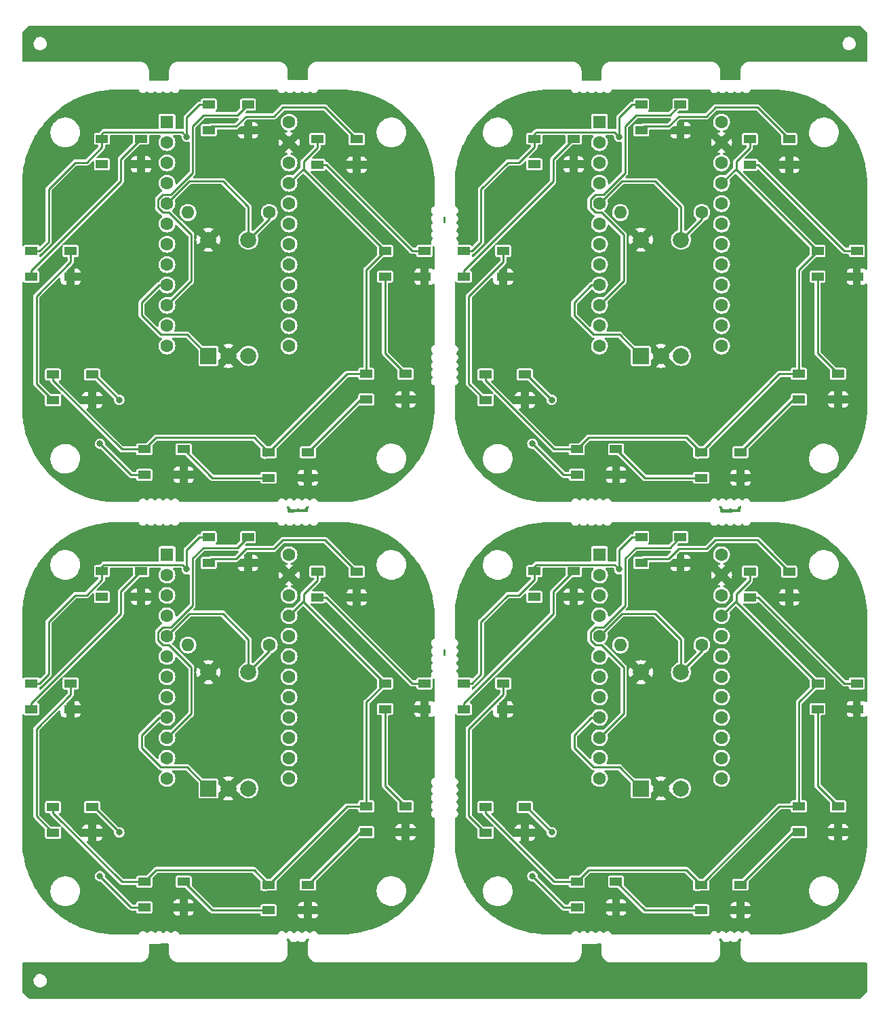
<source format=gbr>
%TF.GenerationSoftware,KiCad,Pcbnew,(6.0.0)*%
%TF.CreationDate,2022-01-02T19:46:58+01:00*%
%TF.ProjectId,VolumeKnob,566f6c75-6d65-44b6-9e6f-622e6b696361,rev?*%
%TF.SameCoordinates,Original*%
%TF.FileFunction,Copper,L1,Top*%
%TF.FilePolarity,Positive*%
%FSLAX46Y46*%
G04 Gerber Fmt 4.6, Leading zero omitted, Abs format (unit mm)*
G04 Created by KiCad (PCBNEW (6.0.0)) date 2022-01-02 19:46:58*
%MOMM*%
%LPD*%
G01*
G04 APERTURE LIST*
%TA.AperFunction,SMDPad,CuDef*%
%ADD10R,1.500000X1.000000*%
%TD*%
%TA.AperFunction,ComponentPad*%
%ADD11C,1.600000*%
%TD*%
%TA.AperFunction,ComponentPad*%
%ADD12O,1.600000X1.600000*%
%TD*%
%TA.AperFunction,ComponentPad*%
%ADD13R,1.600000X1.600000*%
%TD*%
%TA.AperFunction,ComponentPad*%
%ADD14R,2.000000X2.000000*%
%TD*%
%TA.AperFunction,ComponentPad*%
%ADD15C,2.000000*%
%TD*%
%TA.AperFunction,ViaPad*%
%ADD16C,0.800000*%
%TD*%
%TA.AperFunction,Conductor*%
%ADD17C,0.250000*%
%TD*%
G04 APERTURE END LIST*
D10*
%TO.P,D34,1,VDD*%
%TO.N,Board_3-VCC*%
X109020004Y-123520003D03*
%TO.P,D34,2,DOUT*%
%TO.N,Board_3-Net-(D5-Pad2)*%
X109020004Y-126720003D03*
%TO.P,D34,3,VSS*%
%TO.N,Board_3-GND*%
X113920004Y-126720003D03*
%TO.P,D34,4,DIN*%
%TO.N,Board_3-Net-(D4-Pad2)*%
X113920004Y-123520003D03*
%TD*%
D11*
%TO.P,R1,1*%
%TO.N,Board_1-ButtonR*%
X109110004Y-39599997D03*
D12*
%TO.P,R1,2*%
%TO.N,Board_1-VCC*%
X98950004Y-39599997D03*
%TD*%
D10*
%TO.P,D20,1,VDD*%
%TO.N,Board_2-VCC*%
X47539997Y-80140003D03*
%TO.P,D20,2,DOUT*%
%TO.N,Board_2-Net-(D2-Pad4)*%
X47539997Y-83340003D03*
%TO.P,D20,3,VSS*%
%TO.N,Board_2-GND*%
X52439997Y-83340003D03*
%TO.P,D20,4,DIN*%
%TO.N,Board_2-DIN*%
X52439997Y-80140003D03*
%TD*%
%TO.P,D17,1,VDD*%
%TO.N,Board_1-VCC*%
X79410004Y-44399997D03*
%TO.P,D17,2,DOUT*%
%TO.N,Board_1-Net-(D8-Pad2)*%
X79410004Y-47599997D03*
%TO.P,D17,3,VSS*%
%TO.N,Board_1-GND*%
X84310004Y-47599997D03*
%TO.P,D17,4,DIN*%
%TO.N,Board_1-Net-(D7-Pad2)*%
X84310004Y-44399997D03*
%TD*%
%TO.P,D28,1,VDD*%
%TO.N,Board_3-VCC*%
X79410004Y-98400003D03*
%TO.P,D28,2,DOUT*%
%TO.N,Board_3-Net-(D8-Pad2)*%
X79410004Y-101600003D03*
%TO.P,D28,3,VSS*%
%TO.N,Board_3-GND*%
X84310004Y-101600003D03*
%TO.P,D28,4,DIN*%
%TO.N,Board_3-Net-(D7-Pad2)*%
X84310004Y-98400003D03*
%TD*%
%TO.P,D36,1,VDD*%
%TO.N,Board_3-VCC*%
X82100004Y-113830003D03*
%TO.P,D36,2,DOUT*%
%TO.N,Board_3-Net-(D7-Pad2)*%
X82100004Y-117030003D03*
%TO.P,D36,3,VSS*%
%TO.N,Board_3-GND*%
X87000004Y-117030003D03*
%TO.P,D36,4,DIN*%
%TO.N,Board_3-Net-(D6-Pad2)*%
X87000004Y-113830003D03*
%TD*%
%TO.P,D6,1,VDD*%
%TO.N,Board_0-VCC*%
X39499997Y-69159997D03*
%TO.P,D6,2,DOUT*%
%TO.N,Board_0-Net-(D6-Pad2)*%
X39499997Y-72359997D03*
%TO.P,D6,3,VSS*%
%TO.N,Board_0-GND*%
X44399997Y-72359997D03*
%TO.P,D6,4,DIN*%
%TO.N,Board_0-Net-(D5-Pad2)*%
X44399997Y-69159997D03*
%TD*%
%TO.P,D15,1,VDD*%
%TO.N,Board_1-VCC*%
X93500004Y-69159997D03*
%TO.P,D15,2,DOUT*%
%TO.N,Board_1-Net-(D6-Pad2)*%
X93500004Y-72359997D03*
%TO.P,D15,3,VSS*%
%TO.N,Board_1-GND*%
X98400004Y-72359997D03*
%TO.P,D15,4,DIN*%
%TO.N,Board_1-Net-(D5-Pad2)*%
X98400004Y-69159997D03*
%TD*%
%TO.P,D27,1,VDD*%
%TO.N,Board_2-VCC*%
X25409997Y-98400003D03*
%TO.P,D27,2,DOUT*%
%TO.N,Board_2-Net-(D8-Pad2)*%
X25409997Y-101600003D03*
%TO.P,D27,3,VSS*%
%TO.N,Board_2-GND*%
X30309997Y-101600003D03*
%TO.P,D27,4,DIN*%
%TO.N,Board_2-Net-(D7-Pad2)*%
X30309997Y-98400003D03*
%TD*%
%TO.P,D29,1,VDD*%
%TO.N,Board_3-VCC*%
X88210004Y-84390003D03*
%TO.P,D29,2,DOUT*%
%TO.N,Board_3-unconnected-(D9-Pad2)*%
X88210004Y-87590003D03*
%TO.P,D29,3,VSS*%
%TO.N,Board_3-GND*%
X93110004Y-87590003D03*
%TO.P,D29,4,DIN*%
%TO.N,Board_3-Net-(D8-Pad2)*%
X93110004Y-84390003D03*
%TD*%
%TO.P,D18,1,VDD*%
%TO.N,Board_1-VCC*%
X88210004Y-30389997D03*
%TO.P,D18,2,DOUT*%
%TO.N,Board_1-unconnected-(D9-Pad2)*%
X88210004Y-33589997D03*
%TO.P,D18,3,VSS*%
%TO.N,Board_1-GND*%
X93110004Y-33589997D03*
%TO.P,D18,4,DIN*%
%TO.N,Board_1-Net-(D8-Pad2)*%
X93110004Y-30389997D03*
%TD*%
D13*
%TO.P,U1,1,TX*%
%TO.N,Board_3-unconnected-(U1-Pad1)*%
X96330004Y-82320003D03*
D11*
%TO.P,U1,2,RX*%
%TO.N,Board_3-unconnected-(U1-Pad2)*%
X96330004Y-84860003D03*
%TO.P,U1,3,GND*%
%TO.N,Board_3-unconnected-(U1-Pad3)*%
X96330004Y-87400003D03*
%TO.P,U1,4,GND*%
%TO.N,Board_3-unconnected-(U1-Pad4)*%
X96330004Y-89940003D03*
%TO.P,U1,5,SDA*%
%TO.N,Board_3-ButtonR*%
X96330004Y-92480003D03*
%TO.P,U1,6,SCL*%
%TO.N,Board_3-unconnected-(U1-Pad6)*%
X96330004Y-95020003D03*
%TO.P,U1,7,D4*%
%TO.N,Board_3-unconnected-(U1-Pad7)*%
X96330004Y-97560003D03*
%TO.P,U1,8,C6*%
%TO.N,Board_3-C6*%
X96330004Y-100100003D03*
%TO.P,U1,9,D7*%
%TO.N,Board_3-D7*%
X96330004Y-102640003D03*
%TO.P,U1,10,E6*%
%TO.N,Board_3-DIN*%
X96330004Y-105180003D03*
%TO.P,U1,11,B4*%
%TO.N,Board_3-unconnected-(U1-Pad11)*%
X96330004Y-107720003D03*
%TO.P,U1,12,B5*%
%TO.N,Board_3-unconnected-(U1-Pad12)*%
X96330004Y-110260003D03*
%TO.P,U1,13,B6*%
%TO.N,Board_3-unconnected-(U1-Pad13)*%
X111570004Y-110260003D03*
%TO.P,U1,14,B2*%
%TO.N,Board_3-unconnected-(U1-Pad14)*%
X111570004Y-107720003D03*
%TO.P,U1,15,B3*%
%TO.N,Board_3-unconnected-(U1-Pad15)*%
X111570004Y-105180003D03*
%TO.P,U1,16,B1*%
%TO.N,Board_3-unconnected-(U1-Pad16)*%
X111570004Y-102640003D03*
%TO.P,U1,17,F7*%
%TO.N,Board_3-unconnected-(U1-Pad17)*%
X111570004Y-100100003D03*
%TO.P,U1,18,F6*%
%TO.N,Board_3-unconnected-(U1-Pad18)*%
X111570004Y-97560003D03*
%TO.P,U1,19,F5*%
%TO.N,Board_3-unconnected-(U1-Pad19)*%
X111570004Y-95020003D03*
%TO.P,U1,20,F4*%
%TO.N,Board_3-unconnected-(U1-Pad20)*%
X111570004Y-92480003D03*
%TO.P,U1,21,VCC*%
%TO.N,Board_3-VCC*%
X111570004Y-89940003D03*
%TO.P,U1,22,RST*%
%TO.N,Board_3-unconnected-(U1-Pad22)*%
X111570004Y-87400003D03*
%TO.P,U1,23,GND*%
%TO.N,Board_3-GND*%
X111570004Y-84860003D03*
%TO.P,U1,24,RAW*%
%TO.N,Board_3-unconnected-(U1-Pad24)*%
X111570004Y-82320003D03*
%TD*%
D14*
%TO.P,SW1,A,A*%
%TO.N,Board_0-D7*%
X47499997Y-57499997D03*
D15*
%TO.P,SW1,B,B*%
%TO.N,Board_0-C6*%
X52499997Y-57499997D03*
%TO.P,SW1,C,C*%
%TO.N,Board_0-GND*%
X49999997Y-57499997D03*
%TO.P,SW1,S1,S1*%
X47499997Y-42999997D03*
%TO.P,SW1,S2,S2*%
%TO.N,Board_0-ButtonR*%
X52499997Y-42999997D03*
%TD*%
D10*
%TO.P,D1,1,VDD*%
%TO.N,Board_0-VCC*%
X47539997Y-26139997D03*
%TO.P,D1,2,DOUT*%
%TO.N,Board_0-Net-(D2-Pad4)*%
X47539997Y-29339997D03*
%TO.P,D1,3,VSS*%
%TO.N,Board_0-GND*%
X52439997Y-29339997D03*
%TO.P,D1,4,DIN*%
%TO.N,Board_0-DIN*%
X52439997Y-26139997D03*
%TD*%
%TO.P,D24,1,VDD*%
%TO.N,Board_2-VCC*%
X55019997Y-123520003D03*
%TO.P,D24,2,DOUT*%
%TO.N,Board_2-Net-(D5-Pad2)*%
X55019997Y-126720003D03*
%TO.P,D24,3,VSS*%
%TO.N,Board_2-GND*%
X59919997Y-126720003D03*
%TO.P,D24,4,DIN*%
%TO.N,Board_2-Net-(D4-Pad2)*%
X59919997Y-123520003D03*
%TD*%
D13*
%TO.P,U1,1,TX*%
%TO.N,Board_2-unconnected-(U1-Pad1)*%
X42329997Y-82320003D03*
D11*
%TO.P,U1,2,RX*%
%TO.N,Board_2-unconnected-(U1-Pad2)*%
X42329997Y-84860003D03*
%TO.P,U1,3,GND*%
%TO.N,Board_2-unconnected-(U1-Pad3)*%
X42329997Y-87400003D03*
%TO.P,U1,4,GND*%
%TO.N,Board_2-unconnected-(U1-Pad4)*%
X42329997Y-89940003D03*
%TO.P,U1,5,SDA*%
%TO.N,Board_2-ButtonR*%
X42329997Y-92480003D03*
%TO.P,U1,6,SCL*%
%TO.N,Board_2-unconnected-(U1-Pad6)*%
X42329997Y-95020003D03*
%TO.P,U1,7,D4*%
%TO.N,Board_2-unconnected-(U1-Pad7)*%
X42329997Y-97560003D03*
%TO.P,U1,8,C6*%
%TO.N,Board_2-C6*%
X42329997Y-100100003D03*
%TO.P,U1,9,D7*%
%TO.N,Board_2-D7*%
X42329997Y-102640003D03*
%TO.P,U1,10,E6*%
%TO.N,Board_2-DIN*%
X42329997Y-105180003D03*
%TO.P,U1,11,B4*%
%TO.N,Board_2-unconnected-(U1-Pad11)*%
X42329997Y-107720003D03*
%TO.P,U1,12,B5*%
%TO.N,Board_2-unconnected-(U1-Pad12)*%
X42329997Y-110260003D03*
%TO.P,U1,13,B6*%
%TO.N,Board_2-unconnected-(U1-Pad13)*%
X57569997Y-110260003D03*
%TO.P,U1,14,B2*%
%TO.N,Board_2-unconnected-(U1-Pad14)*%
X57569997Y-107720003D03*
%TO.P,U1,15,B3*%
%TO.N,Board_2-unconnected-(U1-Pad15)*%
X57569997Y-105180003D03*
%TO.P,U1,16,B1*%
%TO.N,Board_2-unconnected-(U1-Pad16)*%
X57569997Y-102640003D03*
%TO.P,U1,17,F7*%
%TO.N,Board_2-unconnected-(U1-Pad17)*%
X57569997Y-100100003D03*
%TO.P,U1,18,F6*%
%TO.N,Board_2-unconnected-(U1-Pad18)*%
X57569997Y-97560003D03*
%TO.P,U1,19,F5*%
%TO.N,Board_2-unconnected-(U1-Pad19)*%
X57569997Y-95020003D03*
%TO.P,U1,20,F4*%
%TO.N,Board_2-unconnected-(U1-Pad20)*%
X57569997Y-92480003D03*
%TO.P,U1,21,VCC*%
%TO.N,Board_2-VCC*%
X57569997Y-89940003D03*
%TO.P,U1,22,RST*%
%TO.N,Board_2-unconnected-(U1-Pad22)*%
X57569997Y-87400003D03*
%TO.P,U1,23,GND*%
%TO.N,Board_2-GND*%
X57569997Y-84860003D03*
%TO.P,U1,24,RAW*%
%TO.N,Board_2-unconnected-(U1-Pad24)*%
X57569997Y-82320003D03*
%TD*%
D10*
%TO.P,D11,1,VDD*%
%TO.N,Board_1-VCC*%
X115110004Y-30429997D03*
%TO.P,D11,2,DOUT*%
%TO.N,Board_1-Net-(D2-Pad2)*%
X115110004Y-33629997D03*
%TO.P,D11,3,VSS*%
%TO.N,Board_1-GND*%
X120010004Y-33629997D03*
%TO.P,D11,4,DIN*%
%TO.N,Board_1-Net-(D2-Pad4)*%
X120010004Y-30429997D03*
%TD*%
%TO.P,D9,1,VDD*%
%TO.N,Board_0-VCC*%
X34209997Y-30389997D03*
%TO.P,D9,2,DOUT*%
%TO.N,Board_0-unconnected-(D9-Pad2)*%
X34209997Y-33589997D03*
%TO.P,D9,3,VSS*%
%TO.N,Board_0-GND*%
X39109997Y-33589997D03*
%TO.P,D9,4,DIN*%
%TO.N,Board_0-Net-(D8-Pad2)*%
X39109997Y-30389997D03*
%TD*%
%TO.P,D31,1,VDD*%
%TO.N,Board_3-VCC*%
X115110004Y-84430003D03*
%TO.P,D31,2,DOUT*%
%TO.N,Board_3-Net-(D2-Pad2)*%
X115110004Y-87630003D03*
%TO.P,D31,3,VSS*%
%TO.N,Board_3-GND*%
X120010004Y-87630003D03*
%TO.P,D31,4,DIN*%
%TO.N,Board_3-Net-(D2-Pad4)*%
X120010004Y-84430003D03*
%TD*%
%TO.P,D4,1,VDD*%
%TO.N,Board_0-VCC*%
X67219997Y-59739997D03*
%TO.P,D4,2,DOUT*%
%TO.N,Board_0-Net-(D4-Pad2)*%
X67219997Y-62939997D03*
%TO.P,D4,3,VSS*%
%TO.N,Board_0-GND*%
X72119997Y-62939997D03*
%TO.P,D4,4,DIN*%
%TO.N,Board_0-Net-(D3-Pad2)*%
X72119997Y-59739997D03*
%TD*%
D14*
%TO.P,SW1,A,A*%
%TO.N,Board_1-D7*%
X101500004Y-57499997D03*
D15*
%TO.P,SW1,B,B*%
%TO.N,Board_1-C6*%
X106500004Y-57499997D03*
%TO.P,SW1,C,C*%
%TO.N,Board_1-GND*%
X104000004Y-57499997D03*
%TO.P,SW1,S1,S1*%
X101500004Y-42999997D03*
%TO.P,SW1,S2,S2*%
%TO.N,Board_1-ButtonR*%
X106500004Y-42999997D03*
%TD*%
D10*
%TO.P,D25,1,VDD*%
%TO.N,Board_2-VCC*%
X39499997Y-123160003D03*
%TO.P,D25,2,DOUT*%
%TO.N,Board_2-Net-(D6-Pad2)*%
X39499997Y-126360003D03*
%TO.P,D25,3,VSS*%
%TO.N,Board_2-GND*%
X44399997Y-126360003D03*
%TO.P,D25,4,DIN*%
%TO.N,Board_2-Net-(D5-Pad2)*%
X44399997Y-123160003D03*
%TD*%
D13*
%TO.P,U1,1,TX*%
%TO.N,Board_0-unconnected-(U1-Pad1)*%
X42329997Y-28319997D03*
D11*
%TO.P,U1,2,RX*%
%TO.N,Board_0-unconnected-(U1-Pad2)*%
X42329997Y-30859997D03*
%TO.P,U1,3,GND*%
%TO.N,Board_0-unconnected-(U1-Pad3)*%
X42329997Y-33399997D03*
%TO.P,U1,4,GND*%
%TO.N,Board_0-unconnected-(U1-Pad4)*%
X42329997Y-35939997D03*
%TO.P,U1,5,SDA*%
%TO.N,Board_0-ButtonR*%
X42329997Y-38479997D03*
%TO.P,U1,6,SCL*%
%TO.N,Board_0-unconnected-(U1-Pad6)*%
X42329997Y-41019997D03*
%TO.P,U1,7,D4*%
%TO.N,Board_0-unconnected-(U1-Pad7)*%
X42329997Y-43559997D03*
%TO.P,U1,8,C6*%
%TO.N,Board_0-C6*%
X42329997Y-46099997D03*
%TO.P,U1,9,D7*%
%TO.N,Board_0-D7*%
X42329997Y-48639997D03*
%TO.P,U1,10,E6*%
%TO.N,Board_0-DIN*%
X42329997Y-51179997D03*
%TO.P,U1,11,B4*%
%TO.N,Board_0-unconnected-(U1-Pad11)*%
X42329997Y-53719997D03*
%TO.P,U1,12,B5*%
%TO.N,Board_0-unconnected-(U1-Pad12)*%
X42329997Y-56259997D03*
%TO.P,U1,13,B6*%
%TO.N,Board_0-unconnected-(U1-Pad13)*%
X57569997Y-56259997D03*
%TO.P,U1,14,B2*%
%TO.N,Board_0-unconnected-(U1-Pad14)*%
X57569997Y-53719997D03*
%TO.P,U1,15,B3*%
%TO.N,Board_0-unconnected-(U1-Pad15)*%
X57569997Y-51179997D03*
%TO.P,U1,16,B1*%
%TO.N,Board_0-unconnected-(U1-Pad16)*%
X57569997Y-48639997D03*
%TO.P,U1,17,F7*%
%TO.N,Board_0-unconnected-(U1-Pad17)*%
X57569997Y-46099997D03*
%TO.P,U1,18,F6*%
%TO.N,Board_0-unconnected-(U1-Pad18)*%
X57569997Y-43559997D03*
%TO.P,U1,19,F5*%
%TO.N,Board_0-unconnected-(U1-Pad19)*%
X57569997Y-41019997D03*
%TO.P,U1,20,F4*%
%TO.N,Board_0-unconnected-(U1-Pad20)*%
X57569997Y-38479997D03*
%TO.P,U1,21,VCC*%
%TO.N,Board_0-VCC*%
X57569997Y-35939997D03*
%TO.P,U1,22,RST*%
%TO.N,Board_0-unconnected-(U1-Pad22)*%
X57569997Y-33399997D03*
%TO.P,U1,23,GND*%
%TO.N,Board_0-GND*%
X57569997Y-30859997D03*
%TO.P,U1,24,RAW*%
%TO.N,Board_0-unconnected-(U1-Pad24)*%
X57569997Y-28319997D03*
%TD*%
D10*
%TO.P,D21,1,VDD*%
%TO.N,Board_2-VCC*%
X61109997Y-84430003D03*
%TO.P,D21,2,DOUT*%
%TO.N,Board_2-Net-(D2-Pad2)*%
X61109997Y-87630003D03*
%TO.P,D21,3,VSS*%
%TO.N,Board_2-GND*%
X66009997Y-87630003D03*
%TO.P,D21,4,DIN*%
%TO.N,Board_2-Net-(D2-Pad4)*%
X66009997Y-84430003D03*
%TD*%
D11*
%TO.P,R1,1*%
%TO.N,Board_0-ButtonR*%
X55109997Y-39599997D03*
D12*
%TO.P,R1,2*%
%TO.N,Board_0-VCC*%
X44949997Y-39599997D03*
%TD*%
D14*
%TO.P,SW1,A,A*%
%TO.N,Board_3-D7*%
X101500004Y-111500003D03*
D15*
%TO.P,SW1,B,B*%
%TO.N,Board_3-C6*%
X106500004Y-111500003D03*
%TO.P,SW1,C,C*%
%TO.N,Board_3-GND*%
X104000004Y-111500003D03*
%TO.P,SW1,S1,S1*%
X101500004Y-97000003D03*
%TO.P,SW1,S2,S2*%
%TO.N,Board_3-ButtonR*%
X106500004Y-97000003D03*
%TD*%
D13*
%TO.P,U1,1,TX*%
%TO.N,Board_1-unconnected-(U1-Pad1)*%
X96330004Y-28319997D03*
D11*
%TO.P,U1,2,RX*%
%TO.N,Board_1-unconnected-(U1-Pad2)*%
X96330004Y-30859997D03*
%TO.P,U1,3,GND*%
%TO.N,Board_1-unconnected-(U1-Pad3)*%
X96330004Y-33399997D03*
%TO.P,U1,4,GND*%
%TO.N,Board_1-unconnected-(U1-Pad4)*%
X96330004Y-35939997D03*
%TO.P,U1,5,SDA*%
%TO.N,Board_1-ButtonR*%
X96330004Y-38479997D03*
%TO.P,U1,6,SCL*%
%TO.N,Board_1-unconnected-(U1-Pad6)*%
X96330004Y-41019997D03*
%TO.P,U1,7,D4*%
%TO.N,Board_1-unconnected-(U1-Pad7)*%
X96330004Y-43559997D03*
%TO.P,U1,8,C6*%
%TO.N,Board_1-C6*%
X96330004Y-46099997D03*
%TO.P,U1,9,D7*%
%TO.N,Board_1-D7*%
X96330004Y-48639997D03*
%TO.P,U1,10,E6*%
%TO.N,Board_1-DIN*%
X96330004Y-51179997D03*
%TO.P,U1,11,B4*%
%TO.N,Board_1-unconnected-(U1-Pad11)*%
X96330004Y-53719997D03*
%TO.P,U1,12,B5*%
%TO.N,Board_1-unconnected-(U1-Pad12)*%
X96330004Y-56259997D03*
%TO.P,U1,13,B6*%
%TO.N,Board_1-unconnected-(U1-Pad13)*%
X111570004Y-56259997D03*
%TO.P,U1,14,B2*%
%TO.N,Board_1-unconnected-(U1-Pad14)*%
X111570004Y-53719997D03*
%TO.P,U1,15,B3*%
%TO.N,Board_1-unconnected-(U1-Pad15)*%
X111570004Y-51179997D03*
%TO.P,U1,16,B1*%
%TO.N,Board_1-unconnected-(U1-Pad16)*%
X111570004Y-48639997D03*
%TO.P,U1,17,F7*%
%TO.N,Board_1-unconnected-(U1-Pad17)*%
X111570004Y-46099997D03*
%TO.P,U1,18,F6*%
%TO.N,Board_1-unconnected-(U1-Pad18)*%
X111570004Y-43559997D03*
%TO.P,U1,19,F5*%
%TO.N,Board_1-unconnected-(U1-Pad19)*%
X111570004Y-41019997D03*
%TO.P,U1,20,F4*%
%TO.N,Board_1-unconnected-(U1-Pad20)*%
X111570004Y-38479997D03*
%TO.P,U1,21,VCC*%
%TO.N,Board_1-VCC*%
X111570004Y-35939997D03*
%TO.P,U1,22,RST*%
%TO.N,Board_1-unconnected-(U1-Pad22)*%
X111570004Y-33399997D03*
%TO.P,U1,23,GND*%
%TO.N,Board_1-GND*%
X111570004Y-30859997D03*
%TO.P,U1,24,RAW*%
%TO.N,Board_1-unconnected-(U1-Pad24)*%
X111570004Y-28319997D03*
%TD*%
D10*
%TO.P,D19,1,VDD*%
%TO.N,Board_2-VCC*%
X34209997Y-84390003D03*
%TO.P,D19,2,DOUT*%
%TO.N,Board_2-unconnected-(D9-Pad2)*%
X34209997Y-87590003D03*
%TO.P,D19,3,VSS*%
%TO.N,Board_2-GND*%
X39109997Y-87590003D03*
%TO.P,D19,4,DIN*%
%TO.N,Board_2-Net-(D8-Pad2)*%
X39109997Y-84390003D03*
%TD*%
%TO.P,D32,1,VDD*%
%TO.N,Board_3-VCC*%
X123560004Y-98390003D03*
%TO.P,D32,2,DOUT*%
%TO.N,Board_3-Net-(D3-Pad2)*%
X123560004Y-101590003D03*
%TO.P,D32,3,VSS*%
%TO.N,Board_3-GND*%
X128460004Y-101590003D03*
%TO.P,D32,4,DIN*%
%TO.N,Board_3-Net-(D2-Pad2)*%
X128460004Y-98390003D03*
%TD*%
%TO.P,D22,1,VDD*%
%TO.N,Board_2-VCC*%
X69559997Y-98390003D03*
%TO.P,D22,2,DOUT*%
%TO.N,Board_2-Net-(D3-Pad2)*%
X69559997Y-101590003D03*
%TO.P,D22,3,VSS*%
%TO.N,Board_2-GND*%
X74459997Y-101590003D03*
%TO.P,D22,4,DIN*%
%TO.N,Board_2-Net-(D2-Pad2)*%
X74459997Y-98390003D03*
%TD*%
D11*
%TO.P,R1,1*%
%TO.N,Board_3-ButtonR*%
X109110004Y-93600003D03*
D12*
%TO.P,R1,2*%
%TO.N,Board_3-VCC*%
X98950004Y-93600003D03*
%TD*%
D11*
%TO.P,R1,1*%
%TO.N,Board_2-ButtonR*%
X55109997Y-93600003D03*
D12*
%TO.P,R1,2*%
%TO.N,Board_2-VCC*%
X44949997Y-93600003D03*
%TD*%
D10*
%TO.P,D2,1,VDD*%
%TO.N,Board_0-VCC*%
X61109997Y-30429997D03*
%TO.P,D2,2,DOUT*%
%TO.N,Board_0-Net-(D2-Pad2)*%
X61109997Y-33629997D03*
%TO.P,D2,3,VSS*%
%TO.N,Board_0-GND*%
X66009997Y-33629997D03*
%TO.P,D2,4,DIN*%
%TO.N,Board_0-Net-(D2-Pad4)*%
X66009997Y-30429997D03*
%TD*%
D14*
%TO.P,SW1,A,A*%
%TO.N,Board_2-D7*%
X47499997Y-111500003D03*
D15*
%TO.P,SW1,B,B*%
%TO.N,Board_2-C6*%
X52499997Y-111500003D03*
%TO.P,SW1,C,C*%
%TO.N,Board_2-GND*%
X49999997Y-111500003D03*
%TO.P,SW1,S1,S1*%
X47499997Y-97000003D03*
%TO.P,SW1,S2,S2*%
%TO.N,Board_2-ButtonR*%
X52499997Y-97000003D03*
%TD*%
D10*
%TO.P,D14,1,VDD*%
%TO.N,Board_1-VCC*%
X109020004Y-69519997D03*
%TO.P,D14,2,DOUT*%
%TO.N,Board_1-Net-(D5-Pad2)*%
X109020004Y-72719997D03*
%TO.P,D14,3,VSS*%
%TO.N,Board_1-GND*%
X113920004Y-72719997D03*
%TO.P,D14,4,DIN*%
%TO.N,Board_1-Net-(D4-Pad2)*%
X113920004Y-69519997D03*
%TD*%
%TO.P,D16,1,VDD*%
%TO.N,Board_1-VCC*%
X82100004Y-59829997D03*
%TO.P,D16,2,DOUT*%
%TO.N,Board_1-Net-(D7-Pad2)*%
X82100004Y-63029997D03*
%TO.P,D16,3,VSS*%
%TO.N,Board_1-GND*%
X87000004Y-63029997D03*
%TO.P,D16,4,DIN*%
%TO.N,Board_1-Net-(D6-Pad2)*%
X87000004Y-59829997D03*
%TD*%
%TO.P,D7,1,VDD*%
%TO.N,Board_0-VCC*%
X28099997Y-59829997D03*
%TO.P,D7,2,DOUT*%
%TO.N,Board_0-Net-(D7-Pad2)*%
X28099997Y-63029997D03*
%TO.P,D7,3,VSS*%
%TO.N,Board_0-GND*%
X32999997Y-63029997D03*
%TO.P,D7,4,DIN*%
%TO.N,Board_0-Net-(D6-Pad2)*%
X32999997Y-59829997D03*
%TD*%
%TO.P,D5,1,VDD*%
%TO.N,Board_0-VCC*%
X55019997Y-69519997D03*
%TO.P,D5,2,DOUT*%
%TO.N,Board_0-Net-(D5-Pad2)*%
X55019997Y-72719997D03*
%TO.P,D5,3,VSS*%
%TO.N,Board_0-GND*%
X59919997Y-72719997D03*
%TO.P,D5,4,DIN*%
%TO.N,Board_0-Net-(D4-Pad2)*%
X59919997Y-69519997D03*
%TD*%
%TO.P,D13,1,VDD*%
%TO.N,Board_1-VCC*%
X121220004Y-59739997D03*
%TO.P,D13,2,DOUT*%
%TO.N,Board_1-Net-(D4-Pad2)*%
X121220004Y-62939997D03*
%TO.P,D13,3,VSS*%
%TO.N,Board_1-GND*%
X126120004Y-62939997D03*
%TO.P,D13,4,DIN*%
%TO.N,Board_1-Net-(D3-Pad2)*%
X126120004Y-59739997D03*
%TD*%
%TO.P,D35,1,VDD*%
%TO.N,Board_3-VCC*%
X93500004Y-123160003D03*
%TO.P,D35,2,DOUT*%
%TO.N,Board_3-Net-(D6-Pad2)*%
X93500004Y-126360003D03*
%TO.P,D35,3,VSS*%
%TO.N,Board_3-GND*%
X98400004Y-126360003D03*
%TO.P,D35,4,DIN*%
%TO.N,Board_3-Net-(D5-Pad2)*%
X98400004Y-123160003D03*
%TD*%
%TO.P,D30,1,VDD*%
%TO.N,Board_3-VCC*%
X101540004Y-80140003D03*
%TO.P,D30,2,DOUT*%
%TO.N,Board_3-Net-(D2-Pad4)*%
X101540004Y-83340003D03*
%TO.P,D30,3,VSS*%
%TO.N,Board_3-GND*%
X106440004Y-83340003D03*
%TO.P,D30,4,DIN*%
%TO.N,Board_3-DIN*%
X106440004Y-80140003D03*
%TD*%
%TO.P,D23,1,VDD*%
%TO.N,Board_2-VCC*%
X67219997Y-113740003D03*
%TO.P,D23,2,DOUT*%
%TO.N,Board_2-Net-(D4-Pad2)*%
X67219997Y-116940003D03*
%TO.P,D23,3,VSS*%
%TO.N,Board_2-GND*%
X72119997Y-116940003D03*
%TO.P,D23,4,DIN*%
%TO.N,Board_2-Net-(D3-Pad2)*%
X72119997Y-113740003D03*
%TD*%
%TO.P,D26,1,VDD*%
%TO.N,Board_2-VCC*%
X28099997Y-113830003D03*
%TO.P,D26,2,DOUT*%
%TO.N,Board_2-Net-(D7-Pad2)*%
X28099997Y-117030003D03*
%TO.P,D26,3,VSS*%
%TO.N,Board_2-GND*%
X32999997Y-117030003D03*
%TO.P,D26,4,DIN*%
%TO.N,Board_2-Net-(D6-Pad2)*%
X32999997Y-113830003D03*
%TD*%
%TO.P,D8,1,VDD*%
%TO.N,Board_0-VCC*%
X25409997Y-44399997D03*
%TO.P,D8,2,DOUT*%
%TO.N,Board_0-Net-(D8-Pad2)*%
X25409997Y-47599997D03*
%TO.P,D8,3,VSS*%
%TO.N,Board_0-GND*%
X30309997Y-47599997D03*
%TO.P,D8,4,DIN*%
%TO.N,Board_0-Net-(D7-Pad2)*%
X30309997Y-44399997D03*
%TD*%
%TO.P,D12,1,VDD*%
%TO.N,Board_1-VCC*%
X123560004Y-44389997D03*
%TO.P,D12,2,DOUT*%
%TO.N,Board_1-Net-(D3-Pad2)*%
X123560004Y-47589997D03*
%TO.P,D12,3,VSS*%
%TO.N,Board_1-GND*%
X128460004Y-47589997D03*
%TO.P,D12,4,DIN*%
%TO.N,Board_1-Net-(D2-Pad2)*%
X128460004Y-44389997D03*
%TD*%
%TO.P,D10,1,VDD*%
%TO.N,Board_1-VCC*%
X101540004Y-26139997D03*
%TO.P,D10,2,DOUT*%
%TO.N,Board_1-Net-(D2-Pad4)*%
X101540004Y-29339997D03*
%TO.P,D10,3,VSS*%
%TO.N,Board_1-GND*%
X106440004Y-29339997D03*
%TO.P,D10,4,DIN*%
%TO.N,Board_1-DIN*%
X106440004Y-26139997D03*
%TD*%
%TO.P,D3,1,VDD*%
%TO.N,Board_0-VCC*%
X69559997Y-44389997D03*
%TO.P,D3,2,DOUT*%
%TO.N,Board_0-Net-(D3-Pad2)*%
X69559997Y-47589997D03*
%TO.P,D3,3,VSS*%
%TO.N,Board_0-GND*%
X74459997Y-47589997D03*
%TO.P,D3,4,DIN*%
%TO.N,Board_0-Net-(D2-Pad2)*%
X74459997Y-44389997D03*
%TD*%
%TO.P,D33,1,VDD*%
%TO.N,Board_3-VCC*%
X121220004Y-113740003D03*
%TO.P,D33,2,DOUT*%
%TO.N,Board_3-Net-(D4-Pad2)*%
X121220004Y-116940003D03*
%TO.P,D33,3,VSS*%
%TO.N,Board_3-GND*%
X126120004Y-116940003D03*
%TO.P,D33,4,DIN*%
%TO.N,Board_3-Net-(D3-Pad2)*%
X126120004Y-113740003D03*
%TD*%
D16*
%TO.N,Board_3-VCC*%
X98800004Y-84140003D03*
%TO.N,Board_3-Net-(D6-Pad2)*%
X87960004Y-122460003D03*
X90370004Y-116990003D03*
%TO.N,Board_3-GND*%
X84530004Y-90930003D03*
X125420004Y-107540003D03*
%TO.N,Board_2-VCC*%
X44799997Y-84140003D03*
%TO.N,Board_2-Net-(D6-Pad2)*%
X33959997Y-122460003D03*
X36369997Y-116990003D03*
%TO.N,Board_2-GND*%
X30529997Y-90930003D03*
X71419997Y-107540003D03*
%TO.N,Board_1-VCC*%
X98800004Y-30139997D03*
%TO.N,Board_1-Net-(D6-Pad2)*%
X87960004Y-68459997D03*
X90370004Y-62989997D03*
%TO.N,Board_1-GND*%
X84530004Y-36929997D03*
X125420004Y-53539997D03*
%TO.N,Board_0-VCC*%
X44799997Y-30139997D03*
%TO.N,Board_0-Net-(D6-Pad2)*%
X33959997Y-68459997D03*
X36369997Y-62989997D03*
%TO.N,Board_0-GND*%
X30529997Y-36929997D03*
X71419997Y-53539997D03*
%TD*%
D17*
%TO.N,Board_3-unconnected-(U1-Pad22)*%
X111210004Y-87650003D02*
X111420004Y-87650003D01*
%TO.N,Board_3-VCC*%
X107190004Y-121690003D02*
X94970004Y-121690003D01*
X86280004Y-87370003D02*
X88210004Y-85440003D01*
X88210004Y-83790003D02*
X88435005Y-83565002D01*
X115110004Y-85525005D02*
X113390004Y-87245005D01*
X113390004Y-87245005D02*
X113390004Y-88120003D01*
X94970004Y-121690003D02*
X93500004Y-123160003D01*
X121220004Y-100730003D02*
X121220004Y-113740003D01*
X84857002Y-87370003D02*
X86280004Y-87370003D01*
X82100004Y-114580003D02*
X82100004Y-113830003D01*
X113390004Y-88120003D02*
X111570004Y-89940003D01*
X118800004Y-113740003D02*
X109020004Y-123520003D01*
X113390004Y-88220003D02*
X123560004Y-98390003D01*
X109020004Y-123520003D02*
X108555003Y-123985004D01*
X98800004Y-84140003D02*
X98800004Y-81720003D01*
X123560004Y-98390003D02*
X121220004Y-100730003D01*
X81540004Y-90687001D02*
X84857002Y-87370003D01*
X80410004Y-98400003D02*
X81540004Y-97270003D01*
X115110004Y-84430003D02*
X115110004Y-85525005D01*
X98225003Y-83565002D02*
X98800004Y-84140003D01*
X88210004Y-84390003D02*
X88210004Y-83790003D01*
X109020004Y-123520003D02*
X107190004Y-121690003D01*
X90680004Y-123160003D02*
X82100004Y-114580003D01*
X88435005Y-83565002D02*
X98225003Y-83565002D01*
X113390004Y-88120003D02*
X113390004Y-88220003D01*
X79410004Y-98400003D02*
X80410004Y-98400003D01*
X88210004Y-85440003D02*
X88210004Y-84390003D01*
X93500004Y-123160003D02*
X90680004Y-123160003D01*
X100380004Y-80140003D02*
X101540004Y-80140003D01*
X98800004Y-81720003D02*
X100380004Y-80140003D01*
X121220004Y-113740003D02*
X118800004Y-113740003D01*
X81540004Y-97270003D02*
X81540004Y-90687001D01*
%TO.N,Board_3-Net-(D8-Pad2)*%
X79410004Y-100850003D02*
X90560004Y-89700003D01*
X90560004Y-89700003D02*
X90560004Y-86940003D01*
X90560004Y-86940003D02*
X93110004Y-84390003D01*
X79410004Y-101600003D02*
X79410004Y-100850003D01*
%TO.N,Board_3-Net-(D7-Pad2)*%
X82100004Y-117030003D02*
X80020004Y-114950003D01*
X80020004Y-114950003D02*
X80020004Y-104055001D01*
X80020004Y-104055001D02*
X84310004Y-99765001D01*
X84310004Y-99765001D02*
X84310004Y-98400003D01*
%TO.N,Board_3-Net-(D6-Pad2)*%
X87210004Y-113830003D02*
X87000004Y-113830003D01*
X90370004Y-116990003D02*
X87210004Y-113830003D01*
X91860004Y-126360003D02*
X87960004Y-122460003D01*
X93500004Y-126360003D02*
X91860004Y-126360003D01*
%TO.N,Board_3-Net-(D5-Pad2)*%
X109020004Y-126720003D02*
X101960004Y-126720003D01*
X101960004Y-126720003D02*
X98400004Y-123160003D01*
%TO.N,Board_3-Net-(D4-Pad2)*%
X121220004Y-116940003D02*
X120500004Y-116940003D01*
X120500004Y-116940003D02*
X113920004Y-123520003D01*
%TO.N,Board_3-Net-(D3-Pad2)*%
X123560004Y-101590003D02*
X123560004Y-111180003D01*
X123560004Y-111180003D02*
X126120004Y-113740003D01*
%TO.N,Board_3-Net-(D2-Pad4)*%
X110805003Y-80475004D02*
X116055005Y-80475004D01*
X109680004Y-81600003D02*
X110805003Y-80475004D01*
X101800004Y-82850003D02*
X104950004Y-82850003D01*
X106200004Y-81600003D02*
X109680004Y-81600003D01*
X104950004Y-82850003D02*
X106200004Y-81600003D01*
X116055005Y-80475004D02*
X120010004Y-84430003D01*
%TO.N,Board_3-Net-(D2-Pad2)*%
X116170004Y-87630003D02*
X126930004Y-98390003D01*
X126930004Y-98390003D02*
X128460004Y-98390003D01*
X115110004Y-87630003D02*
X116170004Y-87630003D01*
%TO.N,Board_3-DIN*%
X99360004Y-102150003D02*
X99360004Y-96385001D01*
X99525005Y-82785002D02*
X100870004Y-81440003D01*
X105140004Y-81440003D02*
X106440004Y-80140003D01*
X96580007Y-93605004D02*
X95790003Y-93605004D01*
X99360004Y-96385001D02*
X96580007Y-93605004D01*
X95790003Y-93605004D02*
X95205003Y-93020004D01*
X100870004Y-81440003D02*
X105140004Y-81440003D01*
X95205003Y-93020004D02*
X95205003Y-91940002D01*
X96818595Y-91355002D02*
X99525005Y-88648592D01*
X95790003Y-91355002D02*
X96818595Y-91355002D01*
X95205003Y-91940002D02*
X95790003Y-91355002D01*
X99525005Y-88648592D02*
X99525005Y-82785002D01*
X96330004Y-105180003D02*
X99360004Y-102150003D01*
%TO.N,Board_3-D7*%
X98845005Y-108845004D02*
X95570003Y-108845004D01*
X93170004Y-106445005D02*
X93170004Y-104820003D01*
X101500004Y-111500003D02*
X98845005Y-108845004D01*
X95570003Y-108845004D02*
X93170004Y-106445005D01*
X96180004Y-102890003D02*
X96180004Y-102885001D01*
X95350004Y-102640003D02*
X96330004Y-102640003D01*
X93170004Y-104820003D02*
X95350004Y-102640003D01*
%TO.N,Board_3-ButtonR*%
X103310004Y-89680003D02*
X106500004Y-92870003D01*
X109110004Y-94390003D02*
X109110004Y-93600003D01*
X106500004Y-92870003D02*
X106500004Y-97000003D01*
X99130004Y-89680003D02*
X103310004Y-89680003D01*
X106500004Y-97000003D02*
X109110004Y-94390003D01*
X96330004Y-92480003D02*
X99130004Y-89680003D01*
%TO.N,Board_2-unconnected-(U1-Pad22)*%
X57209997Y-87650003D02*
X57419997Y-87650003D01*
%TO.N,Board_2-VCC*%
X53189997Y-121690003D02*
X40969997Y-121690003D01*
X32279997Y-87370003D02*
X34209997Y-85440003D01*
X34209997Y-83790003D02*
X34434998Y-83565002D01*
X61109997Y-85525005D02*
X59389997Y-87245005D01*
X59389997Y-87245005D02*
X59389997Y-88120003D01*
X40969997Y-121690003D02*
X39499997Y-123160003D01*
X67219997Y-100730003D02*
X67219997Y-113740003D01*
X30856995Y-87370003D02*
X32279997Y-87370003D01*
X28099997Y-114580003D02*
X28099997Y-113830003D01*
X59389997Y-88120003D02*
X57569997Y-89940003D01*
X64799997Y-113740003D02*
X55019997Y-123520003D01*
X59389997Y-88220003D02*
X69559997Y-98390003D01*
X55019997Y-123520003D02*
X54554996Y-123985004D01*
X44799997Y-84140003D02*
X44799997Y-81720003D01*
X69559997Y-98390003D02*
X67219997Y-100730003D01*
X27539997Y-90687001D02*
X30856995Y-87370003D01*
X26409997Y-98400003D02*
X27539997Y-97270003D01*
X61109997Y-84430003D02*
X61109997Y-85525005D01*
X44224996Y-83565002D02*
X44799997Y-84140003D01*
X34209997Y-84390003D02*
X34209997Y-83790003D01*
X55019997Y-123520003D02*
X53189997Y-121690003D01*
X36679997Y-123160003D02*
X28099997Y-114580003D01*
X34434998Y-83565002D02*
X44224996Y-83565002D01*
X59389997Y-88120003D02*
X59389997Y-88220003D01*
X25409997Y-98400003D02*
X26409997Y-98400003D01*
X34209997Y-85440003D02*
X34209997Y-84390003D01*
X39499997Y-123160003D02*
X36679997Y-123160003D01*
X46379997Y-80140003D02*
X47539997Y-80140003D01*
X44799997Y-81720003D02*
X46379997Y-80140003D01*
X67219997Y-113740003D02*
X64799997Y-113740003D01*
X27539997Y-97270003D02*
X27539997Y-90687001D01*
%TO.N,Board_2-Net-(D8-Pad2)*%
X25409997Y-100850003D02*
X36559997Y-89700003D01*
X36559997Y-89700003D02*
X36559997Y-86940003D01*
X36559997Y-86940003D02*
X39109997Y-84390003D01*
X25409997Y-101600003D02*
X25409997Y-100850003D01*
%TO.N,Board_2-Net-(D7-Pad2)*%
X28099997Y-117030003D02*
X26019997Y-114950003D01*
X26019997Y-114950003D02*
X26019997Y-104055001D01*
X26019997Y-104055001D02*
X30309997Y-99765001D01*
X30309997Y-99765001D02*
X30309997Y-98400003D01*
%TO.N,Board_2-Net-(D6-Pad2)*%
X33209997Y-113830003D02*
X32999997Y-113830003D01*
X36369997Y-116990003D02*
X33209997Y-113830003D01*
X37859997Y-126360003D02*
X33959997Y-122460003D01*
X39499997Y-126360003D02*
X37859997Y-126360003D01*
%TO.N,Board_2-Net-(D5-Pad2)*%
X55019997Y-126720003D02*
X47959997Y-126720003D01*
X47959997Y-126720003D02*
X44399997Y-123160003D01*
%TO.N,Board_2-Net-(D4-Pad2)*%
X67219997Y-116940003D02*
X66499997Y-116940003D01*
X66499997Y-116940003D02*
X59919997Y-123520003D01*
%TO.N,Board_2-Net-(D3-Pad2)*%
X69559997Y-101590003D02*
X69559997Y-111180003D01*
X69559997Y-111180003D02*
X72119997Y-113740003D01*
%TO.N,Board_2-Net-(D2-Pad4)*%
X56804996Y-80475004D02*
X62054998Y-80475004D01*
X55679997Y-81600003D02*
X56804996Y-80475004D01*
X47799997Y-82850003D02*
X50949997Y-82850003D01*
X52199997Y-81600003D02*
X55679997Y-81600003D01*
X50949997Y-82850003D02*
X52199997Y-81600003D01*
X62054998Y-80475004D02*
X66009997Y-84430003D01*
%TO.N,Board_2-Net-(D2-Pad2)*%
X62169997Y-87630003D02*
X72929997Y-98390003D01*
X72929997Y-98390003D02*
X74459997Y-98390003D01*
X61109997Y-87630003D02*
X62169997Y-87630003D01*
%TO.N,Board_2-DIN*%
X45359997Y-102150003D02*
X45359997Y-96385001D01*
X45524998Y-82785002D02*
X46869997Y-81440003D01*
X51139997Y-81440003D02*
X52439997Y-80140003D01*
X42580000Y-93605004D02*
X41789996Y-93605004D01*
X45359997Y-96385001D02*
X42580000Y-93605004D01*
X41789996Y-93605004D02*
X41204996Y-93020004D01*
X46869997Y-81440003D02*
X51139997Y-81440003D01*
X41204996Y-93020004D02*
X41204996Y-91940002D01*
X42818588Y-91355002D02*
X45524998Y-88648592D01*
X41789996Y-91355002D02*
X42818588Y-91355002D01*
X41204996Y-91940002D02*
X41789996Y-91355002D01*
X45524998Y-88648592D02*
X45524998Y-82785002D01*
X42329997Y-105180003D02*
X45359997Y-102150003D01*
%TO.N,Board_2-D7*%
X44844998Y-108845004D02*
X41569996Y-108845004D01*
X39169997Y-106445005D02*
X39169997Y-104820003D01*
X47499997Y-111500003D02*
X44844998Y-108845004D01*
X41569996Y-108845004D02*
X39169997Y-106445005D01*
X42179997Y-102890003D02*
X42179997Y-102885001D01*
X41349997Y-102640003D02*
X42329997Y-102640003D01*
X39169997Y-104820003D02*
X41349997Y-102640003D01*
%TO.N,Board_2-ButtonR*%
X49309997Y-89680003D02*
X52499997Y-92870003D01*
X55109997Y-94390003D02*
X55109997Y-93600003D01*
X52499997Y-92870003D02*
X52499997Y-97000003D01*
X45129997Y-89680003D02*
X49309997Y-89680003D01*
X52499997Y-97000003D02*
X55109997Y-94390003D01*
X42329997Y-92480003D02*
X45129997Y-89680003D01*
%TO.N,Board_1-unconnected-(U1-Pad22)*%
X111210004Y-33649997D02*
X111420004Y-33649997D01*
%TO.N,Board_1-VCC*%
X107190004Y-67689997D02*
X94970004Y-67689997D01*
X86280004Y-33369997D02*
X88210004Y-31439997D01*
X88210004Y-29789997D02*
X88435005Y-29564996D01*
X115110004Y-31524999D02*
X113390004Y-33244999D01*
X113390004Y-33244999D02*
X113390004Y-34119997D01*
X94970004Y-67689997D02*
X93500004Y-69159997D01*
X121220004Y-46729997D02*
X121220004Y-59739997D01*
X84857002Y-33369997D02*
X86280004Y-33369997D01*
X82100004Y-60579997D02*
X82100004Y-59829997D01*
X113390004Y-34119997D02*
X111570004Y-35939997D01*
X118800004Y-59739997D02*
X109020004Y-69519997D01*
X113390004Y-34219997D02*
X123560004Y-44389997D01*
X109020004Y-69519997D02*
X108555003Y-69984998D01*
X98800004Y-30139997D02*
X98800004Y-27719997D01*
X123560004Y-44389997D02*
X121220004Y-46729997D01*
X81540004Y-36686995D02*
X84857002Y-33369997D01*
X80410004Y-44399997D02*
X81540004Y-43269997D01*
X115110004Y-30429997D02*
X115110004Y-31524999D01*
X98225003Y-29564996D02*
X98800004Y-30139997D01*
X88210004Y-30389997D02*
X88210004Y-29789997D01*
X109020004Y-69519997D02*
X107190004Y-67689997D01*
X90680004Y-69159997D02*
X82100004Y-60579997D01*
X88435005Y-29564996D02*
X98225003Y-29564996D01*
X113390004Y-34119997D02*
X113390004Y-34219997D01*
X79410004Y-44399997D02*
X80410004Y-44399997D01*
X88210004Y-31439997D02*
X88210004Y-30389997D01*
X93500004Y-69159997D02*
X90680004Y-69159997D01*
X100380004Y-26139997D02*
X101540004Y-26139997D01*
X98800004Y-27719997D02*
X100380004Y-26139997D01*
X121220004Y-59739997D02*
X118800004Y-59739997D01*
X81540004Y-43269997D02*
X81540004Y-36686995D01*
%TO.N,Board_1-Net-(D8-Pad2)*%
X79410004Y-46849997D02*
X90560004Y-35699997D01*
X90560004Y-35699997D02*
X90560004Y-32939997D01*
X90560004Y-32939997D02*
X93110004Y-30389997D01*
X79410004Y-47599997D02*
X79410004Y-46849997D01*
%TO.N,Board_1-Net-(D7-Pad2)*%
X82100004Y-63029997D02*
X80020004Y-60949997D01*
X80020004Y-60949997D02*
X80020004Y-50054995D01*
X80020004Y-50054995D02*
X84310004Y-45764995D01*
X84310004Y-45764995D02*
X84310004Y-44399997D01*
%TO.N,Board_1-Net-(D6-Pad2)*%
X87210004Y-59829997D02*
X87000004Y-59829997D01*
X90370004Y-62989997D02*
X87210004Y-59829997D01*
X91860004Y-72359997D02*
X87960004Y-68459997D01*
X93500004Y-72359997D02*
X91860004Y-72359997D01*
%TO.N,Board_1-Net-(D5-Pad2)*%
X109020004Y-72719997D02*
X101960004Y-72719997D01*
X101960004Y-72719997D02*
X98400004Y-69159997D01*
%TO.N,Board_1-Net-(D4-Pad2)*%
X121220004Y-62939997D02*
X120500004Y-62939997D01*
X120500004Y-62939997D02*
X113920004Y-69519997D01*
%TO.N,Board_1-Net-(D3-Pad2)*%
X123560004Y-47589997D02*
X123560004Y-57179997D01*
X123560004Y-57179997D02*
X126120004Y-59739997D01*
%TO.N,Board_1-Net-(D2-Pad4)*%
X110805003Y-26474998D02*
X116055005Y-26474998D01*
X109680004Y-27599997D02*
X110805003Y-26474998D01*
X101800004Y-28849997D02*
X104950004Y-28849997D01*
X106200004Y-27599997D02*
X109680004Y-27599997D01*
X104950004Y-28849997D02*
X106200004Y-27599997D01*
X116055005Y-26474998D02*
X120010004Y-30429997D01*
%TO.N,Board_1-Net-(D2-Pad2)*%
X116170004Y-33629997D02*
X126930004Y-44389997D01*
X126930004Y-44389997D02*
X128460004Y-44389997D01*
X115110004Y-33629997D02*
X116170004Y-33629997D01*
%TO.N,Board_1-DIN*%
X99360004Y-48149997D02*
X99360004Y-42384995D01*
X99525005Y-28784996D02*
X100870004Y-27439997D01*
X105140004Y-27439997D02*
X106440004Y-26139997D01*
X96580007Y-39604998D02*
X95790003Y-39604998D01*
X99360004Y-42384995D02*
X96580007Y-39604998D01*
X95790003Y-39604998D02*
X95205003Y-39019998D01*
X100870004Y-27439997D02*
X105140004Y-27439997D01*
X95205003Y-39019998D02*
X95205003Y-37939996D01*
X96818595Y-37354996D02*
X99525005Y-34648586D01*
X95790003Y-37354996D02*
X96818595Y-37354996D01*
X95205003Y-37939996D02*
X95790003Y-37354996D01*
X99525005Y-34648586D02*
X99525005Y-28784996D01*
X96330004Y-51179997D02*
X99360004Y-48149997D01*
%TO.N,Board_1-D7*%
X98845005Y-54844998D02*
X95570003Y-54844998D01*
X93170004Y-52444999D02*
X93170004Y-50819997D01*
X101500004Y-57499997D02*
X98845005Y-54844998D01*
X95570003Y-54844998D02*
X93170004Y-52444999D01*
X96180004Y-48889997D02*
X96180004Y-48884995D01*
X95350004Y-48639997D02*
X96330004Y-48639997D01*
X93170004Y-50819997D02*
X95350004Y-48639997D01*
%TO.N,Board_1-ButtonR*%
X103310004Y-35679997D02*
X106500004Y-38869997D01*
X109110004Y-40389997D02*
X109110004Y-39599997D01*
X106500004Y-38869997D02*
X106500004Y-42999997D01*
X99130004Y-35679997D02*
X103310004Y-35679997D01*
X106500004Y-42999997D02*
X109110004Y-40389997D01*
X96330004Y-38479997D02*
X99130004Y-35679997D01*
%TO.N,Board_0-unconnected-(U1-Pad22)*%
X57209997Y-33649997D02*
X57419997Y-33649997D01*
%TO.N,Board_0-VCC*%
X53189997Y-67689997D02*
X40969997Y-67689997D01*
X32279997Y-33369997D02*
X34209997Y-31439997D01*
X34209997Y-29789997D02*
X34434998Y-29564996D01*
X61109997Y-31524999D02*
X59389997Y-33244999D01*
X59389997Y-33244999D02*
X59389997Y-34119997D01*
X40969997Y-67689997D02*
X39499997Y-69159997D01*
X67219997Y-46729997D02*
X67219997Y-59739997D01*
X30856995Y-33369997D02*
X32279997Y-33369997D01*
X28099997Y-60579997D02*
X28099997Y-59829997D01*
X59389997Y-34119997D02*
X57569997Y-35939997D01*
X64799997Y-59739997D02*
X55019997Y-69519997D01*
X59389997Y-34219997D02*
X69559997Y-44389997D01*
X55019997Y-69519997D02*
X54554996Y-69984998D01*
X44799997Y-30139997D02*
X44799997Y-27719997D01*
X69559997Y-44389997D02*
X67219997Y-46729997D01*
X27539997Y-36686995D02*
X30856995Y-33369997D01*
X26409997Y-44399997D02*
X27539997Y-43269997D01*
X61109997Y-30429997D02*
X61109997Y-31524999D01*
X44224996Y-29564996D02*
X44799997Y-30139997D01*
X34209997Y-30389997D02*
X34209997Y-29789997D01*
X55019997Y-69519997D02*
X53189997Y-67689997D01*
X36679997Y-69159997D02*
X28099997Y-60579997D01*
X34434998Y-29564996D02*
X44224996Y-29564996D01*
X59389997Y-34119997D02*
X59389997Y-34219997D01*
X25409997Y-44399997D02*
X26409997Y-44399997D01*
X34209997Y-31439997D02*
X34209997Y-30389997D01*
X39499997Y-69159997D02*
X36679997Y-69159997D01*
X46379997Y-26139997D02*
X47539997Y-26139997D01*
X44799997Y-27719997D02*
X46379997Y-26139997D01*
X67219997Y-59739997D02*
X64799997Y-59739997D01*
X27539997Y-43269997D02*
X27539997Y-36686995D01*
%TO.N,Board_0-Net-(D8-Pad2)*%
X25409997Y-46849997D02*
X36559997Y-35699997D01*
X36559997Y-35699997D02*
X36559997Y-32939997D01*
X36559997Y-32939997D02*
X39109997Y-30389997D01*
X25409997Y-47599997D02*
X25409997Y-46849997D01*
%TO.N,Board_0-Net-(D7-Pad2)*%
X28099997Y-63029997D02*
X26019997Y-60949997D01*
X26019997Y-60949997D02*
X26019997Y-50054995D01*
X26019997Y-50054995D02*
X30309997Y-45764995D01*
X30309997Y-45764995D02*
X30309997Y-44399997D01*
%TO.N,Board_0-Net-(D6-Pad2)*%
X33209997Y-59829997D02*
X32999997Y-59829997D01*
X36369997Y-62989997D02*
X33209997Y-59829997D01*
X37859997Y-72359997D02*
X33959997Y-68459997D01*
X39499997Y-72359997D02*
X37859997Y-72359997D01*
%TO.N,Board_0-Net-(D5-Pad2)*%
X55019997Y-72719997D02*
X47959997Y-72719997D01*
X47959997Y-72719997D02*
X44399997Y-69159997D01*
%TO.N,Board_0-Net-(D4-Pad2)*%
X67219997Y-62939997D02*
X66499997Y-62939997D01*
X66499997Y-62939997D02*
X59919997Y-69519997D01*
%TO.N,Board_0-Net-(D3-Pad2)*%
X69559997Y-47589997D02*
X69559997Y-57179997D01*
X69559997Y-57179997D02*
X72119997Y-59739997D01*
%TO.N,Board_0-Net-(D2-Pad4)*%
X56804996Y-26474998D02*
X62054998Y-26474998D01*
X55679997Y-27599997D02*
X56804996Y-26474998D01*
X47799997Y-28849997D02*
X50949997Y-28849997D01*
X52199997Y-27599997D02*
X55679997Y-27599997D01*
X50949997Y-28849997D02*
X52199997Y-27599997D01*
X62054998Y-26474998D02*
X66009997Y-30429997D01*
%TO.N,Board_0-Net-(D2-Pad2)*%
X62169997Y-33629997D02*
X72929997Y-44389997D01*
X72929997Y-44389997D02*
X74459997Y-44389997D01*
X61109997Y-33629997D02*
X62169997Y-33629997D01*
%TO.N,Board_0-DIN*%
X45359997Y-48149997D02*
X45359997Y-42384995D01*
X45524998Y-28784996D02*
X46869997Y-27439997D01*
X51139997Y-27439997D02*
X52439997Y-26139997D01*
X42580000Y-39604998D02*
X41789996Y-39604998D01*
X45359997Y-42384995D02*
X42580000Y-39604998D01*
X41789996Y-39604998D02*
X41204996Y-39019998D01*
X46869997Y-27439997D02*
X51139997Y-27439997D01*
X41204996Y-39019998D02*
X41204996Y-37939996D01*
X42818588Y-37354996D02*
X45524998Y-34648586D01*
X41789996Y-37354996D02*
X42818588Y-37354996D01*
X41204996Y-37939996D02*
X41789996Y-37354996D01*
X45524998Y-34648586D02*
X45524998Y-28784996D01*
X42329997Y-51179997D02*
X45359997Y-48149997D01*
%TO.N,Board_0-D7*%
X44844998Y-54844998D02*
X41569996Y-54844998D01*
X39169997Y-52444999D02*
X39169997Y-50819997D01*
X47499997Y-57499997D02*
X44844998Y-54844998D01*
X41569996Y-54844998D02*
X39169997Y-52444999D01*
X42179997Y-48889997D02*
X42179997Y-48884995D01*
X41349997Y-48639997D02*
X42329997Y-48639997D01*
X39169997Y-50819997D02*
X41349997Y-48639997D01*
%TO.N,Board_0-ButtonR*%
X49309997Y-35679997D02*
X52499997Y-38869997D01*
X55109997Y-40389997D02*
X55109997Y-39599997D01*
X52499997Y-38869997D02*
X52499997Y-42999997D01*
X45129997Y-35679997D02*
X49309997Y-35679997D01*
X52499997Y-42999997D02*
X55109997Y-40389997D01*
X42329997Y-38479997D02*
X45129997Y-35679997D01*
%TD*%
%TA.AperFunction,Conductor*%
%TO.N,Board_3-GND*%
G36*
X104000436Y-78249801D02*
G01*
X110063835Y-78249802D01*
X110131956Y-78269804D01*
X110178449Y-78323460D01*
X110184984Y-78341177D01*
X110204026Y-78407803D01*
X110280650Y-78529246D01*
X110287377Y-78535187D01*
X110287379Y-78535189D01*
X110315119Y-78559688D01*
X110388280Y-78624301D01*
X110396404Y-78628115D01*
X110396407Y-78628117D01*
X110443818Y-78650376D01*
X110518262Y-78685327D01*
X110627284Y-78702302D01*
X110702330Y-78702302D01*
X110753675Y-78694949D01*
X110799594Y-78688373D01*
X110799597Y-78688372D01*
X110808480Y-78687100D01*
X110887319Y-78651254D01*
X110931024Y-78631383D01*
X110931027Y-78631381D01*
X110939198Y-78627666D01*
X111047981Y-78533933D01*
X111060219Y-78515052D01*
X111114054Y-78468768D01*
X111184367Y-78458937D01*
X111248833Y-78488681D01*
X111272514Y-78516351D01*
X111275859Y-78521652D01*
X111280650Y-78529246D01*
X111287377Y-78535187D01*
X111287379Y-78535189D01*
X111315119Y-78559688D01*
X111388280Y-78624301D01*
X111396404Y-78628115D01*
X111396407Y-78628117D01*
X111443818Y-78650376D01*
X111518262Y-78685327D01*
X111627284Y-78702302D01*
X111702330Y-78702302D01*
X111753675Y-78694949D01*
X111799594Y-78688373D01*
X111799597Y-78688372D01*
X111808480Y-78687100D01*
X111887319Y-78651254D01*
X111931024Y-78631383D01*
X111931027Y-78631381D01*
X111939198Y-78627666D01*
X112047981Y-78533933D01*
X112060219Y-78515052D01*
X112114054Y-78468768D01*
X112184367Y-78458937D01*
X112248833Y-78488681D01*
X112272514Y-78516351D01*
X112275859Y-78521652D01*
X112280650Y-78529246D01*
X112287377Y-78535187D01*
X112287379Y-78535189D01*
X112315119Y-78559688D01*
X112388280Y-78624301D01*
X112396404Y-78628115D01*
X112396407Y-78628117D01*
X112443818Y-78650376D01*
X112518262Y-78685327D01*
X112627284Y-78702302D01*
X112702330Y-78702302D01*
X112753675Y-78694949D01*
X112799594Y-78688373D01*
X112799597Y-78688372D01*
X112808480Y-78687100D01*
X112887319Y-78651254D01*
X112931024Y-78631383D01*
X112931027Y-78631381D01*
X112939198Y-78627666D01*
X113047981Y-78533933D01*
X113060219Y-78515052D01*
X113114054Y-78468768D01*
X113184367Y-78458937D01*
X113248833Y-78488681D01*
X113272514Y-78516351D01*
X113275859Y-78521652D01*
X113280650Y-78529246D01*
X113287377Y-78535187D01*
X113287379Y-78535189D01*
X113315119Y-78559688D01*
X113388280Y-78624301D01*
X113396404Y-78628115D01*
X113396407Y-78628117D01*
X113443818Y-78650376D01*
X113518262Y-78685327D01*
X113627284Y-78702302D01*
X113702330Y-78702302D01*
X113753675Y-78694949D01*
X113799594Y-78688373D01*
X113799597Y-78688372D01*
X113808480Y-78687100D01*
X113887319Y-78651254D01*
X113931024Y-78631383D01*
X113931027Y-78631381D01*
X113939198Y-78627666D01*
X114047981Y-78533933D01*
X114060219Y-78515052D01*
X114114054Y-78468768D01*
X114184367Y-78458937D01*
X114248833Y-78488681D01*
X114272514Y-78516351D01*
X114275859Y-78521652D01*
X114280650Y-78529246D01*
X114287377Y-78535187D01*
X114287379Y-78535189D01*
X114315119Y-78559688D01*
X114388280Y-78624301D01*
X114396404Y-78628115D01*
X114396407Y-78628117D01*
X114443818Y-78650376D01*
X114518262Y-78685327D01*
X114627284Y-78702302D01*
X114702330Y-78702302D01*
X114753675Y-78694949D01*
X114799594Y-78688373D01*
X114799597Y-78688372D01*
X114808480Y-78687100D01*
X114887319Y-78651254D01*
X114931024Y-78631383D01*
X114931027Y-78631381D01*
X114939198Y-78627666D01*
X115047981Y-78533933D01*
X115126083Y-78413436D01*
X115128655Y-78404834D01*
X115128657Y-78404831D01*
X115148134Y-78339703D01*
X115186816Y-78280169D01*
X115251543Y-78250999D01*
X115268855Y-78249805D01*
X117998313Y-78249887D01*
X118001624Y-78249931D01*
X118059240Y-78251447D01*
X118611569Y-78265985D01*
X118618089Y-78266326D01*
X119218604Y-78313503D01*
X119225101Y-78314183D01*
X119834780Y-78394200D01*
X119841320Y-78395235D01*
X120345523Y-78488679D01*
X120439620Y-78506118D01*
X120446072Y-78507489D01*
X120634669Y-78552765D01*
X121037829Y-78649551D01*
X121044171Y-78651250D01*
X121627704Y-78824095D01*
X121633960Y-78826128D01*
X121867138Y-78908698D01*
X122207622Y-79029266D01*
X122213781Y-79031630D01*
X122494897Y-79148068D01*
X122776024Y-79264512D01*
X122782028Y-79267185D01*
X123050104Y-79395047D01*
X123331337Y-79529185D01*
X123337200Y-79532171D01*
X123866382Y-79819395D01*
X123872108Y-79822700D01*
X124401957Y-80147392D01*
X124402181Y-80147529D01*
X124407699Y-80151113D01*
X124903922Y-80492265D01*
X124909194Y-80496096D01*
X125392024Y-80866595D01*
X125397142Y-80870739D01*
X125805674Y-81219657D01*
X125859690Y-81265791D01*
X125864589Y-81270202D01*
X126299160Y-81682594D01*
X126306238Y-81689311D01*
X126310903Y-81693977D01*
X126729746Y-82135357D01*
X126734193Y-82140297D01*
X127114845Y-82586354D01*
X127133390Y-82608086D01*
X127137516Y-82613184D01*
X127324434Y-82856854D01*
X127504000Y-83090939D01*
X127507895Y-83096304D01*
X127589205Y-83214715D01*
X127839773Y-83579615D01*
X127855974Y-83603209D01*
X127859571Y-83608753D01*
X128175590Y-84125082D01*
X128177288Y-84127857D01*
X128180555Y-84133521D01*
X128221137Y-84208288D01*
X128467733Y-84662607D01*
X128470712Y-84668453D01*
X128730044Y-85211951D01*
X128732715Y-85217946D01*
X128968301Y-85786038D01*
X128970684Y-85792242D01*
X128975972Y-85807176D01*
X129173807Y-86365826D01*
X129175846Y-86372100D01*
X129348692Y-86955598D01*
X129350399Y-86961970D01*
X129492468Y-87553710D01*
X129493840Y-87560162D01*
X129604751Y-88158550D01*
X129605783Y-88165067D01*
X129685245Y-88768653D01*
X129685935Y-88775215D01*
X129733677Y-89381925D01*
X129734022Y-89388512D01*
X129750157Y-90004913D01*
X129750200Y-90008210D01*
X129750170Y-100435516D01*
X129750169Y-100608058D01*
X129730167Y-100676179D01*
X129676511Y-100722672D01*
X129606237Y-100732775D01*
X129548604Y-100708885D01*
X129463648Y-100645214D01*
X129448058Y-100636679D01*
X129327610Y-100591525D01*
X129312355Y-100587898D01*
X129261490Y-100582372D01*
X129254676Y-100582003D01*
X128978119Y-100582003D01*
X128962880Y-100586478D01*
X128961675Y-100587868D01*
X128960004Y-100595551D01*
X128960004Y-102579887D01*
X128964479Y-102595126D01*
X128965869Y-102596331D01*
X128973552Y-102598002D01*
X129254673Y-102598002D01*
X129261494Y-102597632D01*
X129312356Y-102592108D01*
X129327608Y-102588482D01*
X129448058Y-102543327D01*
X129463652Y-102534789D01*
X129548598Y-102471126D01*
X129615104Y-102446278D01*
X129684487Y-102461331D01*
X129734717Y-102511505D01*
X129750163Y-102571951D01*
X129750119Y-117166855D01*
X129750117Y-117998350D01*
X129750073Y-118001666D01*
X129734009Y-118611768D01*
X129733665Y-118618338D01*
X129685932Y-119224830D01*
X129685243Y-119231382D01*
X129676391Y-119298622D01*
X129605813Y-119834758D01*
X129604784Y-119841257D01*
X129495154Y-120433247D01*
X129493780Y-120439717D01*
X129348652Y-121044226D01*
X129346939Y-121050616D01*
X129175843Y-121627917D01*
X129173811Y-121634171D01*
X128993358Y-122143754D01*
X128970773Y-122207531D01*
X128968395Y-122213722D01*
X128732717Y-122782058D01*
X128730047Y-122788049D01*
X128623408Y-123011538D01*
X128470713Y-123331548D01*
X128467726Y-123337409D01*
X128340811Y-123571157D01*
X128189310Y-123850188D01*
X128177491Y-123871955D01*
X128174167Y-123877709D01*
X128161021Y-123899142D01*
X127852506Y-124402140D01*
X127848929Y-124407644D01*
X127507775Y-124903871D01*
X127503908Y-124909193D01*
X127133610Y-125391774D01*
X127129426Y-125396939D01*
X126729702Y-125864576D01*
X126725309Y-125869453D01*
X126310697Y-126306237D01*
X126306054Y-126310879D01*
X125864812Y-126729600D01*
X125859910Y-126734012D01*
X125676163Y-126890819D01*
X125391929Y-127133380D01*
X125386827Y-127137510D01*
X125109970Y-127349887D01*
X124912740Y-127501182D01*
X124908997Y-127504053D01*
X124903680Y-127507915D01*
X124402345Y-127852472D01*
X124396835Y-127856050D01*
X124305524Y-127912007D01*
X123877921Y-128174047D01*
X123872208Y-128177345D01*
X123337403Y-128467729D01*
X123331527Y-128470723D01*
X122782224Y-128732733D01*
X122776241Y-128735398D01*
X122219990Y-128965898D01*
X122213822Y-128968266D01*
X121627796Y-129175790D01*
X121621551Y-129177819D01*
X121044156Y-129348760D01*
X121037833Y-129350453D01*
X120446017Y-129492528D01*
X120439565Y-129493899D01*
X119841464Y-129604749D01*
X119834968Y-129605779D01*
X119474953Y-129653230D01*
X119237943Y-129684469D01*
X119231426Y-129685155D01*
X118988840Y-129704347D01*
X118618329Y-129733660D01*
X118611691Y-129734009D01*
X117995161Y-129750156D01*
X117991875Y-129750199D01*
X115268929Y-129750485D01*
X115200806Y-129730490D01*
X115154308Y-129676839D01*
X115147767Y-129659109D01*
X115147687Y-129658827D01*
X115143408Y-129643858D01*
X115131111Y-129600829D01*
X115131110Y-129600826D01*
X115128644Y-129592199D01*
X115052020Y-129470756D01*
X114944390Y-129375701D01*
X114936265Y-129371886D01*
X114936263Y-129371885D01*
X114822534Y-129318490D01*
X114822533Y-129318490D01*
X114814408Y-129314675D01*
X114705386Y-129297700D01*
X114630340Y-129297700D01*
X114578995Y-129305053D01*
X114533076Y-129311629D01*
X114533073Y-129311630D01*
X114524190Y-129312902D01*
X114471514Y-129336852D01*
X114401646Y-129368619D01*
X114401643Y-129368621D01*
X114393472Y-129372336D01*
X114284689Y-129466069D01*
X114276730Y-129478348D01*
X114272451Y-129484950D01*
X114218616Y-129531234D01*
X114148303Y-129541065D01*
X114083837Y-129511321D01*
X114060156Y-129483651D01*
X114056811Y-129478349D01*
X114056810Y-129478348D01*
X114052020Y-129470756D01*
X113944390Y-129375701D01*
X113936265Y-129371886D01*
X113936263Y-129371885D01*
X113822534Y-129318490D01*
X113822533Y-129318490D01*
X113814408Y-129314675D01*
X113705386Y-129297700D01*
X113630340Y-129297700D01*
X113578995Y-129305053D01*
X113533076Y-129311629D01*
X113533073Y-129311630D01*
X113524190Y-129312902D01*
X113471514Y-129336852D01*
X113401646Y-129368619D01*
X113401643Y-129368621D01*
X113393472Y-129372336D01*
X113284689Y-129466069D01*
X113276730Y-129478348D01*
X113272451Y-129484950D01*
X113218616Y-129531234D01*
X113148303Y-129541065D01*
X113083837Y-129511321D01*
X113060156Y-129483651D01*
X113056811Y-129478349D01*
X113056810Y-129478348D01*
X113052020Y-129470756D01*
X112944390Y-129375701D01*
X112936265Y-129371886D01*
X112936263Y-129371885D01*
X112822534Y-129318490D01*
X112822533Y-129318490D01*
X112814408Y-129314675D01*
X112705386Y-129297700D01*
X112630340Y-129297700D01*
X112578995Y-129305053D01*
X112533076Y-129311629D01*
X112533073Y-129311630D01*
X112524190Y-129312902D01*
X112471514Y-129336852D01*
X112401646Y-129368619D01*
X112401643Y-129368621D01*
X112393472Y-129372336D01*
X112284689Y-129466069D01*
X112276730Y-129478348D01*
X112272451Y-129484950D01*
X112218616Y-129531234D01*
X112148303Y-129541065D01*
X112083837Y-129511321D01*
X112060156Y-129483651D01*
X112056811Y-129478349D01*
X112056810Y-129478348D01*
X112052020Y-129470756D01*
X111944390Y-129375701D01*
X111936265Y-129371886D01*
X111936263Y-129371885D01*
X111822534Y-129318490D01*
X111822533Y-129318490D01*
X111814408Y-129314675D01*
X111705386Y-129297700D01*
X111630340Y-129297700D01*
X111578995Y-129305053D01*
X111533076Y-129311629D01*
X111533073Y-129311630D01*
X111524190Y-129312902D01*
X111471514Y-129336852D01*
X111401646Y-129368619D01*
X111401643Y-129368621D01*
X111393472Y-129372336D01*
X111284689Y-129466069D01*
X111276730Y-129478348D01*
X111272451Y-129484950D01*
X111218616Y-129531234D01*
X111148303Y-129541065D01*
X111083837Y-129511321D01*
X111060156Y-129483651D01*
X111056811Y-129478349D01*
X111056810Y-129478348D01*
X111052020Y-129470756D01*
X110944390Y-129375701D01*
X110936265Y-129371886D01*
X110936263Y-129371885D01*
X110822534Y-129318490D01*
X110822533Y-129318490D01*
X110814408Y-129314675D01*
X110705386Y-129297700D01*
X110630340Y-129297700D01*
X110578995Y-129305053D01*
X110533076Y-129311629D01*
X110533073Y-129311630D01*
X110524190Y-129312902D01*
X110471514Y-129336852D01*
X110401646Y-129368619D01*
X110401643Y-129368621D01*
X110393472Y-129372336D01*
X110284689Y-129466069D01*
X110206587Y-129586566D01*
X110204015Y-129595168D01*
X110204013Y-129595171D01*
X110184535Y-129660302D01*
X110145853Y-129719836D01*
X110081126Y-129749006D01*
X110063818Y-129750200D01*
X103999303Y-129750201D01*
X97936167Y-129750202D01*
X97868046Y-129730200D01*
X97821553Y-129676544D01*
X97815018Y-129658827D01*
X97799868Y-129605818D01*
X97795976Y-129592201D01*
X97719352Y-129470758D01*
X97611722Y-129375703D01*
X97603597Y-129371888D01*
X97603595Y-129371887D01*
X97489866Y-129318492D01*
X97489865Y-129318492D01*
X97481740Y-129314677D01*
X97462165Y-129311629D01*
X97442720Y-129308602D01*
X97372718Y-129297702D01*
X97297672Y-129297702D01*
X97246327Y-129305055D01*
X97200408Y-129311631D01*
X97200405Y-129311632D01*
X97191522Y-129312904D01*
X97179232Y-129318492D01*
X97068978Y-129368621D01*
X97068975Y-129368623D01*
X97060804Y-129372338D01*
X96952021Y-129466071D01*
X96944063Y-129478349D01*
X96939783Y-129484952D01*
X96885948Y-129531236D01*
X96815635Y-129541067D01*
X96751169Y-129511323D01*
X96727488Y-129483653D01*
X96724143Y-129478351D01*
X96724142Y-129478350D01*
X96719352Y-129470758D01*
X96611722Y-129375703D01*
X96603597Y-129371888D01*
X96603595Y-129371887D01*
X96489866Y-129318492D01*
X96489865Y-129318492D01*
X96481740Y-129314677D01*
X96462165Y-129311629D01*
X96442720Y-129308602D01*
X96372718Y-129297702D01*
X96297672Y-129297702D01*
X96246327Y-129305055D01*
X96200408Y-129311631D01*
X96200405Y-129311632D01*
X96191522Y-129312904D01*
X96179232Y-129318492D01*
X96068978Y-129368621D01*
X96068975Y-129368623D01*
X96060804Y-129372338D01*
X95952021Y-129466071D01*
X95944063Y-129478349D01*
X95939783Y-129484952D01*
X95885948Y-129531236D01*
X95815635Y-129541067D01*
X95751169Y-129511323D01*
X95727488Y-129483653D01*
X95724143Y-129478351D01*
X95724142Y-129478350D01*
X95719352Y-129470758D01*
X95611722Y-129375703D01*
X95603597Y-129371888D01*
X95603595Y-129371887D01*
X95489866Y-129318492D01*
X95489865Y-129318492D01*
X95481740Y-129314677D01*
X95462165Y-129311629D01*
X95442720Y-129308602D01*
X95372718Y-129297702D01*
X95297672Y-129297702D01*
X95246327Y-129305055D01*
X95200408Y-129311631D01*
X95200405Y-129311632D01*
X95191522Y-129312904D01*
X95179232Y-129318492D01*
X95068978Y-129368621D01*
X95068975Y-129368623D01*
X95060804Y-129372338D01*
X94952021Y-129466071D01*
X94944063Y-129478349D01*
X94939783Y-129484952D01*
X94885948Y-129531236D01*
X94815635Y-129541067D01*
X94751169Y-129511323D01*
X94727488Y-129483653D01*
X94724143Y-129478351D01*
X94724142Y-129478350D01*
X94719352Y-129470758D01*
X94611722Y-129375703D01*
X94603597Y-129371888D01*
X94603595Y-129371887D01*
X94489866Y-129318492D01*
X94489865Y-129318492D01*
X94481740Y-129314677D01*
X94462165Y-129311629D01*
X94442720Y-129308602D01*
X94372718Y-129297702D01*
X94297672Y-129297702D01*
X94246327Y-129305055D01*
X94200408Y-129311631D01*
X94200405Y-129311632D01*
X94191522Y-129312904D01*
X94179232Y-129318492D01*
X94068978Y-129368621D01*
X94068975Y-129368623D01*
X94060804Y-129372338D01*
X93952021Y-129466071D01*
X93944063Y-129478349D01*
X93939783Y-129484952D01*
X93885948Y-129531236D01*
X93815635Y-129541067D01*
X93751169Y-129511323D01*
X93727488Y-129483653D01*
X93724143Y-129478351D01*
X93724142Y-129478350D01*
X93719352Y-129470758D01*
X93611722Y-129375703D01*
X93603597Y-129371888D01*
X93603595Y-129371887D01*
X93489866Y-129318492D01*
X93489865Y-129318492D01*
X93481740Y-129314677D01*
X93462165Y-129311629D01*
X93442720Y-129308602D01*
X93372718Y-129297702D01*
X93297672Y-129297702D01*
X93246327Y-129305055D01*
X93200408Y-129311631D01*
X93200405Y-129311632D01*
X93191522Y-129312904D01*
X93179232Y-129318492D01*
X93068978Y-129368621D01*
X93068975Y-129368623D01*
X93060804Y-129372338D01*
X92952021Y-129466071D01*
X92873919Y-129586568D01*
X92851911Y-129660157D01*
X92851782Y-129660589D01*
X92813100Y-129720122D01*
X92748373Y-129749292D01*
X92731056Y-129750486D01*
X90892531Y-129750280D01*
X90004855Y-129750180D01*
X90001556Y-129750136D01*
X89468785Y-129736125D01*
X89388224Y-129734006D01*
X89381654Y-129733662D01*
X88775170Y-129685930D01*
X88768624Y-129685242D01*
X88165271Y-129605816D01*
X88158785Y-129604788D01*
X87814948Y-129541065D01*
X87560383Y-129493886D01*
X87553931Y-129492515D01*
X87258055Y-129421484D01*
X86962168Y-129350451D01*
X86955817Y-129348749D01*
X86662897Y-129261982D01*
X86372154Y-129175859D01*
X86365832Y-129173804D01*
X85786222Y-128968286D01*
X85780096Y-128965932D01*
X85780014Y-128965898D01*
X85223968Y-128735488D01*
X85217990Y-128732826D01*
X84674404Y-128473644D01*
X84668556Y-128470667D01*
X84331871Y-128288042D01*
X84127953Y-128177432D01*
X84122234Y-128174131D01*
X83603399Y-127856197D01*
X83597866Y-127852604D01*
X83416570Y-127728002D01*
X83096173Y-127507798D01*
X83090799Y-127503892D01*
X83031117Y-127458057D01*
X82874276Y-127337607D01*
X82603075Y-127129330D01*
X82597977Y-127125199D01*
X82166173Y-126756305D01*
X82140293Y-126734195D01*
X82135419Y-126729807D01*
X82037945Y-126637334D01*
X81698505Y-126315311D01*
X81693879Y-126310688D01*
X81274598Y-125869340D01*
X81270170Y-125864427D01*
X80870725Y-125397118D01*
X80866541Y-125391954D01*
X80840409Y-125357898D01*
X80709380Y-125187142D01*
X80496107Y-124909204D01*
X80492230Y-124903867D01*
X80257037Y-124561667D01*
X80147529Y-124402334D01*
X80143939Y-124396807D01*
X80134936Y-124382116D01*
X81774230Y-124382116D01*
X81799747Y-124649568D01*
X81800832Y-124654002D01*
X81800833Y-124654008D01*
X81811756Y-124698645D01*
X81863605Y-124910534D01*
X81964466Y-125159549D01*
X82100218Y-125391396D01*
X82196184Y-125511395D01*
X82241173Y-125567651D01*
X82268016Y-125601217D01*
X82464346Y-125784618D01*
X82468087Y-125787213D01*
X82468088Y-125787214D01*
X82498796Y-125808517D01*
X82685095Y-125937757D01*
X82689178Y-125939788D01*
X82689181Y-125939790D01*
X82771742Y-125980863D01*
X82925638Y-126057425D01*
X82929972Y-126058846D01*
X82929975Y-126058847D01*
X83176603Y-126139696D01*
X83176608Y-126139697D01*
X83180936Y-126141116D01*
X83185427Y-126141896D01*
X83185428Y-126141896D01*
X83441861Y-126186421D01*
X83441869Y-126186422D01*
X83445642Y-126187077D01*
X83449479Y-126187268D01*
X83528960Y-126191225D01*
X83528968Y-126191225D01*
X83530531Y-126191303D01*
X83698252Y-126191303D01*
X83700520Y-126191138D01*
X83700532Y-126191138D01*
X83829285Y-126181795D01*
X83897965Y-126176812D01*
X83902420Y-126175828D01*
X83902423Y-126175828D01*
X84155854Y-126119876D01*
X84155858Y-126119875D01*
X84160314Y-126118891D01*
X84285933Y-126071298D01*
X84407283Y-126025323D01*
X84407286Y-126025322D01*
X84411553Y-126023705D01*
X84646419Y-125893248D01*
X84757444Y-125808517D01*
X84856369Y-125733021D01*
X84856373Y-125733017D01*
X84859994Y-125730254D01*
X84864592Y-125725551D01*
X84977638Y-125609910D01*
X85047802Y-125538135D01*
X85050479Y-125534457D01*
X85050485Y-125534450D01*
X85203222Y-125324610D01*
X85203224Y-125324607D01*
X85205909Y-125320918D01*
X85331004Y-125083152D01*
X85341599Y-125053152D01*
X85418943Y-124834131D01*
X85418943Y-124834130D01*
X85420466Y-124829818D01*
X85454337Y-124657969D01*
X85471539Y-124570695D01*
X85471540Y-124570689D01*
X85472420Y-124566223D01*
X85473691Y-124540695D01*
X85485551Y-124302459D01*
X85485551Y-124302453D01*
X85485778Y-124297890D01*
X85460261Y-124030438D01*
X85440140Y-123948207D01*
X85397488Y-123773906D01*
X85396403Y-123769472D01*
X85382539Y-123735242D01*
X85297255Y-123524686D01*
X85297255Y-123524685D01*
X85295542Y-123520457D01*
X85159790Y-123288610D01*
X85015424Y-123108089D01*
X84994844Y-123082355D01*
X84994843Y-123082353D01*
X84991992Y-123078789D01*
X84795662Y-122895388D01*
X84574913Y-122742249D01*
X84570830Y-122740218D01*
X84570827Y-122740216D01*
X84398898Y-122654683D01*
X84334370Y-122622581D01*
X84330036Y-122621160D01*
X84330033Y-122621159D01*
X84083405Y-122540310D01*
X84083400Y-122540309D01*
X84079072Y-122538890D01*
X84043612Y-122532733D01*
X83818147Y-122493585D01*
X83818139Y-122493584D01*
X83814366Y-122492929D01*
X83804847Y-122492455D01*
X83731048Y-122488781D01*
X83731040Y-122488781D01*
X83729477Y-122488703D01*
X83561756Y-122488703D01*
X83559488Y-122488868D01*
X83559476Y-122488868D01*
X83430723Y-122498211D01*
X83362043Y-122503194D01*
X83357588Y-122504178D01*
X83357585Y-122504178D01*
X83104154Y-122560130D01*
X83104150Y-122560131D01*
X83099694Y-122561115D01*
X82991065Y-122602271D01*
X82852725Y-122654683D01*
X82852722Y-122654684D01*
X82848455Y-122656301D01*
X82697380Y-122740216D01*
X82622051Y-122782058D01*
X82613589Y-122786758D01*
X82609957Y-122789530D01*
X82403639Y-122946985D01*
X82403635Y-122946989D01*
X82400014Y-122949752D01*
X82212206Y-123141871D01*
X82209529Y-123145549D01*
X82209523Y-123145556D01*
X82056786Y-123355396D01*
X82054099Y-123359088D01*
X81929004Y-123596854D01*
X81927486Y-123601152D01*
X81927484Y-123601157D01*
X81869540Y-123765242D01*
X81839542Y-123850188D01*
X81823554Y-123931304D01*
X81789145Y-124105884D01*
X81787588Y-124113783D01*
X81787361Y-124118336D01*
X81787361Y-124118339D01*
X81775497Y-124356672D01*
X81774230Y-124382116D01*
X80134936Y-124382116D01*
X80113326Y-124346851D01*
X79987628Y-124141735D01*
X79825959Y-123877920D01*
X79822661Y-123872207D01*
X79532277Y-123337402D01*
X79529282Y-123331524D01*
X79424807Y-123112493D01*
X79267277Y-122782232D01*
X79264601Y-122776221D01*
X79261988Y-122769911D01*
X79130770Y-122453133D01*
X87303956Y-122453133D01*
X87321254Y-122609820D01*
X87337410Y-122653968D01*
X87372817Y-122750723D01*
X87372819Y-122750727D01*
X87375429Y-122757859D01*
X87379666Y-122764165D01*
X87379668Y-122764168D01*
X87420062Y-122824280D01*
X87463352Y-122888702D01*
X87468970Y-122893814D01*
X87542362Y-122960595D01*
X87579947Y-122994795D01*
X87718483Y-123070014D01*
X87870963Y-123110017D01*
X88028583Y-123112493D01*
X88028535Y-123115533D01*
X88084651Y-123125799D01*
X88117070Y-123149238D01*
X91556032Y-126588200D01*
X91570834Y-126606527D01*
X91572185Y-126608012D01*
X91577833Y-126616759D01*
X91586008Y-126623203D01*
X91586010Y-126623206D01*
X91603932Y-126637334D01*
X91608318Y-126641232D01*
X91608383Y-126641155D01*
X91612340Y-126644508D01*
X91616023Y-126648191D01*
X91620258Y-126651217D01*
X91620260Y-126651219D01*
X91631585Y-126659312D01*
X91636330Y-126662875D01*
X91668033Y-126687868D01*
X91668035Y-126687869D01*
X91676214Y-126694317D01*
X91684781Y-126697325D01*
X91692166Y-126702603D01*
X91740843Y-126717161D01*
X91746481Y-126718993D01*
X91786930Y-126733198D01*
X91786936Y-126733199D01*
X91794413Y-126735825D01*
X91799932Y-126736303D01*
X91802647Y-126736303D01*
X91805223Y-126736414D01*
X91805372Y-126736459D01*
X91805366Y-126736607D01*
X91806000Y-126736647D01*
X91812189Y-126738498D01*
X91865590Y-126736400D01*
X91870536Y-126736303D01*
X92372705Y-126736303D01*
X92440826Y-126756305D01*
X92487319Y-126809961D01*
X92498705Y-126862303D01*
X92498705Y-126884751D01*
X92499912Y-126890817D01*
X92499912Y-126890822D01*
X92504023Y-126911489D01*
X92513285Y-126958055D01*
X92520179Y-126968372D01*
X92520179Y-126968373D01*
X92548806Y-127011217D01*
X92568827Y-127041180D01*
X92579143Y-127048073D01*
X92641635Y-127089829D01*
X92641637Y-127089830D01*
X92651952Y-127096722D01*
X92725255Y-127111303D01*
X93499941Y-127111303D01*
X94274752Y-127111302D01*
X94280818Y-127110095D01*
X94280823Y-127110095D01*
X94335885Y-127099143D01*
X94335886Y-127099143D01*
X94348056Y-127096722D01*
X94403590Y-127059616D01*
X94420865Y-127048073D01*
X94431181Y-127041180D01*
X94451202Y-127011217D01*
X94479830Y-126968372D01*
X94479831Y-126968370D01*
X94486723Y-126958055D01*
X94497342Y-126904672D01*
X97142005Y-126904672D01*
X97142375Y-126911493D01*
X97147899Y-126962355D01*
X97151525Y-126977607D01*
X97196680Y-127098057D01*
X97205218Y-127113652D01*
X97281719Y-127215727D01*
X97294280Y-127228288D01*
X97396355Y-127304789D01*
X97411950Y-127313327D01*
X97532398Y-127358481D01*
X97547653Y-127362108D01*
X97598518Y-127367634D01*
X97605332Y-127368003D01*
X97881889Y-127368003D01*
X97897128Y-127363528D01*
X97898333Y-127362138D01*
X97900004Y-127354455D01*
X97900004Y-127349887D01*
X98900004Y-127349887D01*
X98904479Y-127365126D01*
X98905869Y-127366331D01*
X98913552Y-127368002D01*
X99194673Y-127368002D01*
X99201494Y-127367632D01*
X99252356Y-127362108D01*
X99267608Y-127358482D01*
X99388058Y-127313327D01*
X99403653Y-127304789D01*
X99505728Y-127228288D01*
X99518289Y-127215727D01*
X99594790Y-127113652D01*
X99603328Y-127098057D01*
X99648482Y-126977609D01*
X99652109Y-126962354D01*
X99657635Y-126911489D01*
X99658004Y-126904675D01*
X99658004Y-126878118D01*
X99653529Y-126862879D01*
X99652139Y-126861674D01*
X99644456Y-126860003D01*
X98918119Y-126860003D01*
X98902880Y-126864478D01*
X98901675Y-126865868D01*
X98900004Y-126873551D01*
X98900004Y-127349887D01*
X97900004Y-127349887D01*
X97900004Y-126878118D01*
X97895529Y-126862879D01*
X97894139Y-126861674D01*
X97886456Y-126860003D01*
X97160120Y-126860003D01*
X97144881Y-126864478D01*
X97143676Y-126865868D01*
X97142005Y-126873551D01*
X97142005Y-126904672D01*
X94497342Y-126904672D01*
X94501304Y-126884752D01*
X94501303Y-125841888D01*
X97142004Y-125841888D01*
X97146479Y-125857127D01*
X97147869Y-125858332D01*
X97155552Y-125860003D01*
X97881889Y-125860003D01*
X97897128Y-125855528D01*
X97898333Y-125854138D01*
X97900004Y-125846455D01*
X97900004Y-125841888D01*
X98900004Y-125841888D01*
X98904479Y-125857127D01*
X98905869Y-125858332D01*
X98913552Y-125860003D01*
X99639888Y-125860003D01*
X99655127Y-125855528D01*
X99656332Y-125854138D01*
X99658003Y-125846455D01*
X99658003Y-125815334D01*
X99657633Y-125808513D01*
X99652109Y-125757651D01*
X99648483Y-125742399D01*
X99603328Y-125621949D01*
X99594790Y-125606354D01*
X99518289Y-125504279D01*
X99505728Y-125491718D01*
X99403653Y-125415217D01*
X99388058Y-125406679D01*
X99267610Y-125361525D01*
X99252355Y-125357898D01*
X99201490Y-125352372D01*
X99194676Y-125352003D01*
X98918119Y-125352003D01*
X98902880Y-125356478D01*
X98901675Y-125357868D01*
X98900004Y-125365551D01*
X98900004Y-125841888D01*
X97900004Y-125841888D01*
X97900004Y-125370119D01*
X97895529Y-125354880D01*
X97894139Y-125353675D01*
X97886456Y-125352004D01*
X97605335Y-125352004D01*
X97598514Y-125352374D01*
X97547652Y-125357898D01*
X97532400Y-125361524D01*
X97411950Y-125406679D01*
X97396355Y-125415217D01*
X97294280Y-125491718D01*
X97281719Y-125504279D01*
X97205218Y-125606354D01*
X97196680Y-125621949D01*
X97151526Y-125742397D01*
X97147899Y-125757652D01*
X97142373Y-125808517D01*
X97142004Y-125815331D01*
X97142004Y-125841888D01*
X94501303Y-125841888D01*
X94501303Y-125835255D01*
X94500096Y-125829187D01*
X94500096Y-125829184D01*
X94489144Y-125774122D01*
X94489143Y-125774120D01*
X94486723Y-125761951D01*
X94462402Y-125725551D01*
X94438074Y-125689142D01*
X94431181Y-125678826D01*
X94358374Y-125630178D01*
X94358373Y-125630177D01*
X94358371Y-125630176D01*
X94348056Y-125623284D01*
X94274753Y-125608703D01*
X93500067Y-125608703D01*
X92725256Y-125608704D01*
X92719190Y-125609911D01*
X92719185Y-125609911D01*
X92664123Y-125620863D01*
X92664122Y-125620863D01*
X92651952Y-125623284D01*
X92568827Y-125678826D01*
X92561934Y-125689142D01*
X92520178Y-125751634D01*
X92520177Y-125751636D01*
X92513285Y-125761951D01*
X92498704Y-125835254D01*
X92498704Y-125857703D01*
X92478702Y-125925824D01*
X92425046Y-125972317D01*
X92372704Y-125983703D01*
X92068063Y-125983703D01*
X91999942Y-125963701D01*
X91978968Y-125946798D01*
X88646754Y-122614584D01*
X88612728Y-122552272D01*
X88611106Y-122507735D01*
X88613213Y-122492929D01*
X88615944Y-122473743D01*
X88616088Y-122460003D01*
X88614346Y-122445602D01*
X88604898Y-122367531D01*
X88597150Y-122303505D01*
X88541428Y-122156042D01*
X88452140Y-122026127D01*
X88446383Y-122020997D01*
X88340111Y-121926313D01*
X88334440Y-121921260D01*
X88327092Y-121917369D01*
X88201832Y-121851048D01*
X88201831Y-121851047D01*
X88195123Y-121847496D01*
X88042233Y-121809092D01*
X88034635Y-121809052D01*
X88034633Y-121809052D01*
X87967325Y-121808700D01*
X87884596Y-121808267D01*
X87877217Y-121810039D01*
X87877213Y-121810039D01*
X87738690Y-121843295D01*
X87738686Y-121843296D01*
X87731311Y-121845067D01*
X87591230Y-121917369D01*
X87472439Y-122020997D01*
X87381795Y-122149970D01*
X87324532Y-122296842D01*
X87323540Y-122304375D01*
X87323540Y-122304376D01*
X87307886Y-122423284D01*
X87303956Y-122453133D01*
X79130770Y-122453133D01*
X79031710Y-122213987D01*
X79029351Y-122207842D01*
X79013523Y-122163145D01*
X78826198Y-121634173D01*
X78824161Y-121627905D01*
X78651317Y-121044414D01*
X78649609Y-121038041D01*
X78507481Y-120446029D01*
X78506110Y-120439575D01*
X78460999Y-120196162D01*
X78395234Y-119841304D01*
X78394196Y-119834749D01*
X78323833Y-119298622D01*
X78314185Y-119225113D01*
X78313503Y-119218601D01*
X78270064Y-118665642D01*
X78266326Y-118618058D01*
X78265984Y-118611525D01*
X78249928Y-118001618D01*
X78249884Y-117998306D01*
X78249803Y-115272838D01*
X78269803Y-115204716D01*
X78323457Y-115158222D01*
X78336415Y-115153397D01*
X78343145Y-115152433D01*
X78414337Y-115120064D01*
X78465689Y-115096716D01*
X78465692Y-115096714D01*
X78473863Y-115092999D01*
X78582646Y-114999266D01*
X78660748Y-114878769D01*
X78663320Y-114870167D01*
X78663322Y-114870164D01*
X78698188Y-114753579D01*
X78701892Y-114741194D01*
X78702769Y-114597601D01*
X78663309Y-114459534D01*
X78586685Y-114338091D01*
X78498761Y-114260440D01*
X78460943Y-114200355D01*
X78461613Y-114129362D01*
X78499922Y-114070546D01*
X78575843Y-114005129D01*
X78575847Y-114005124D01*
X78582646Y-113999266D01*
X78660748Y-113878769D01*
X78663320Y-113870167D01*
X78663322Y-113870164D01*
X78699319Y-113749796D01*
X78701892Y-113741194D01*
X78702769Y-113597601D01*
X78663309Y-113459534D01*
X78586685Y-113338091D01*
X78498761Y-113260440D01*
X78460943Y-113200355D01*
X78461613Y-113129362D01*
X78499922Y-113070546D01*
X78575843Y-113005129D01*
X78575847Y-113005124D01*
X78582646Y-112999266D01*
X78660748Y-112878769D01*
X78663320Y-112870167D01*
X78663322Y-112870164D01*
X78697582Y-112755604D01*
X78701892Y-112741194D01*
X78701962Y-112729829D01*
X78702714Y-112606576D01*
X78702769Y-112597601D01*
X78663309Y-112459534D01*
X78586685Y-112338091D01*
X78498761Y-112260440D01*
X78460943Y-112200355D01*
X78461613Y-112129362D01*
X78499922Y-112070546D01*
X78575843Y-112005129D01*
X78575847Y-112005124D01*
X78582646Y-111999266D01*
X78660748Y-111878769D01*
X78663320Y-111870167D01*
X78663322Y-111870164D01*
X78699319Y-111749796D01*
X78701892Y-111741194D01*
X78702001Y-111723434D01*
X78702714Y-111606576D01*
X78702769Y-111597601D01*
X78663309Y-111459534D01*
X78586685Y-111338091D01*
X78570087Y-111323432D01*
X78498762Y-111260440D01*
X78460944Y-111200355D01*
X78461614Y-111129361D01*
X78499923Y-111070546D01*
X78575844Y-111005129D01*
X78575848Y-111005124D01*
X78582647Y-110999266D01*
X78660749Y-110878769D01*
X78663321Y-110870167D01*
X78663323Y-110870164D01*
X78689296Y-110783316D01*
X78701893Y-110741194D01*
X78702074Y-110711644D01*
X78702715Y-110606576D01*
X78702770Y-110597601D01*
X78663310Y-110459534D01*
X78586686Y-110338091D01*
X78564873Y-110318826D01*
X78503280Y-110264430D01*
X78479056Y-110243036D01*
X78470931Y-110239221D01*
X78470929Y-110239220D01*
X78409467Y-110210364D01*
X78349074Y-110182010D01*
X78340205Y-110180629D01*
X78338962Y-110180249D01*
X78279666Y-110141205D01*
X78250892Y-110076300D01*
X78249801Y-110059755D01*
X78249802Y-102352922D01*
X78269804Y-102284801D01*
X78323460Y-102238308D01*
X78393734Y-102228205D01*
X78458314Y-102257698D01*
X78464897Y-102263827D01*
X78471934Y-102270864D01*
X78478827Y-102281180D01*
X78489143Y-102288073D01*
X78551635Y-102329829D01*
X78551637Y-102329830D01*
X78561952Y-102336722D01*
X78635255Y-102351303D01*
X79409941Y-102351303D01*
X80184752Y-102351302D01*
X80190818Y-102350095D01*
X80190823Y-102350095D01*
X80245885Y-102339143D01*
X80245886Y-102339143D01*
X80258056Y-102336722D01*
X80268467Y-102329766D01*
X80330865Y-102288073D01*
X80341181Y-102281180D01*
X80370404Y-102237445D01*
X80389830Y-102208372D01*
X80389831Y-102208370D01*
X80396723Y-102198055D01*
X80411304Y-102124752D01*
X80411303Y-101075255D01*
X80410096Y-101069189D01*
X80410096Y-101069184D01*
X80399144Y-101014122D01*
X80399144Y-101014121D01*
X80396723Y-101001951D01*
X80341181Y-100918826D01*
X80268374Y-100870178D01*
X80268373Y-100870177D01*
X80268371Y-100870176D01*
X80258056Y-100863284D01*
X80227752Y-100857256D01*
X80214702Y-100854660D01*
X80151793Y-100821751D01*
X80116662Y-100760056D01*
X80120463Y-100689161D01*
X80150190Y-100641986D01*
X83115355Y-97676821D01*
X83177667Y-97642795D01*
X83248482Y-97647860D01*
X83305318Y-97690407D01*
X83330129Y-97756927D01*
X83322847Y-97801864D01*
X83323285Y-97801951D01*
X83308704Y-97875254D01*
X83308705Y-98924751D01*
X83309912Y-98930817D01*
X83309912Y-98930822D01*
X83320864Y-98985884D01*
X83323285Y-98998055D01*
X83330179Y-99008372D01*
X83330179Y-99008373D01*
X83367714Y-99064548D01*
X83378827Y-99081180D01*
X83389143Y-99088073D01*
X83451635Y-99129829D01*
X83451637Y-99129830D01*
X83461952Y-99136722D01*
X83535255Y-99151303D01*
X83807704Y-99151303D01*
X83875825Y-99171305D01*
X83922318Y-99224961D01*
X83933704Y-99277303D01*
X83933704Y-99556943D01*
X83913702Y-99625064D01*
X83896799Y-99646038D01*
X79791803Y-103751033D01*
X79773479Y-103765832D01*
X79771996Y-103767182D01*
X79763248Y-103772830D01*
X79756804Y-103781005D01*
X79756801Y-103781007D01*
X79742673Y-103798929D01*
X79738775Y-103803315D01*
X79738852Y-103803380D01*
X79735499Y-103807337D01*
X79731816Y-103811020D01*
X79728790Y-103815255D01*
X79728788Y-103815257D01*
X79720695Y-103826582D01*
X79717132Y-103831327D01*
X79685690Y-103871211D01*
X79682682Y-103879778D01*
X79677404Y-103887163D01*
X79674419Y-103897144D01*
X79662849Y-103935831D01*
X79661014Y-103941478D01*
X79646809Y-103981927D01*
X79646808Y-103981933D01*
X79644182Y-103989410D01*
X79643704Y-103994929D01*
X79643704Y-103997644D01*
X79643593Y-104000220D01*
X79643548Y-104000369D01*
X79643400Y-104000363D01*
X79643360Y-104000997D01*
X79641509Y-104007186D01*
X79641918Y-104017592D01*
X79643607Y-104060587D01*
X79643704Y-104065533D01*
X79643704Y-114896423D01*
X79641211Y-114919854D01*
X79641117Y-114921851D01*
X79638925Y-114932032D01*
X79640149Y-114942371D01*
X79642831Y-114965035D01*
X79643176Y-114970890D01*
X79643276Y-114970882D01*
X79643704Y-114976060D01*
X79643704Y-114981262D01*
X79644558Y-114986392D01*
X79646840Y-115000102D01*
X79647677Y-115005979D01*
X79653649Y-115056440D01*
X79657580Y-115064626D01*
X79659070Y-115073578D01*
X79664016Y-115082745D01*
X79664017Y-115082748D01*
X79683196Y-115118295D01*
X79685889Y-115123578D01*
X79707878Y-115169369D01*
X79711442Y-115173610D01*
X79713379Y-115175547D01*
X79715103Y-115177428D01*
X79715180Y-115177570D01*
X79715071Y-115177670D01*
X79715491Y-115178146D01*
X79718557Y-115183829D01*
X79726202Y-115190896D01*
X79757808Y-115220112D01*
X79761374Y-115223542D01*
X81061799Y-116523967D01*
X81095825Y-116586279D01*
X81098704Y-116613062D01*
X81098705Y-117554751D01*
X81099912Y-117560817D01*
X81099912Y-117560822D01*
X81108478Y-117603887D01*
X81113285Y-117628055D01*
X81120179Y-117638372D01*
X81120179Y-117638373D01*
X81154739Y-117690096D01*
X81168827Y-117711180D01*
X81179143Y-117718073D01*
X81241635Y-117759829D01*
X81241637Y-117759830D01*
X81251952Y-117766722D01*
X81325255Y-117781303D01*
X82099941Y-117781303D01*
X82874752Y-117781302D01*
X82880818Y-117780095D01*
X82880823Y-117780095D01*
X82935885Y-117769143D01*
X82935886Y-117769143D01*
X82948056Y-117766722D01*
X83031181Y-117711180D01*
X83045269Y-117690096D01*
X83079830Y-117638372D01*
X83079831Y-117638370D01*
X83086723Y-117628055D01*
X83101304Y-117554752D01*
X83101303Y-116505255D01*
X83100096Y-116499189D01*
X83100096Y-116499184D01*
X83086723Y-116431951D01*
X83087814Y-116431734D01*
X83081560Y-116373536D01*
X83113342Y-116310051D01*
X83174402Y-116273826D01*
X83245353Y-116276364D01*
X83294650Y-116306818D01*
X86206434Y-119218601D01*
X90376032Y-123388199D01*
X90390835Y-123406528D01*
X90392184Y-123408011D01*
X90397833Y-123416759D01*
X90406013Y-123423207D01*
X90406015Y-123423210D01*
X90423937Y-123437339D01*
X90428317Y-123441231D01*
X90428383Y-123441154D01*
X90432340Y-123444507D01*
X90436023Y-123448190D01*
X90440258Y-123451216D01*
X90440260Y-123451218D01*
X90451571Y-123459301D01*
X90456316Y-123462864D01*
X90486321Y-123486518D01*
X90496214Y-123494317D01*
X90504783Y-123497326D01*
X90512166Y-123502602D01*
X90522148Y-123505587D01*
X90522147Y-123505587D01*
X90560832Y-123517157D01*
X90566478Y-123518992D01*
X90606930Y-123533198D01*
X90606936Y-123533199D01*
X90614413Y-123535825D01*
X90619932Y-123536303D01*
X90622647Y-123536303D01*
X90625221Y-123536414D01*
X90625372Y-123536460D01*
X90625366Y-123536607D01*
X90625999Y-123536647D01*
X90632188Y-123538498D01*
X90680311Y-123536607D01*
X90685579Y-123536400D01*
X90690526Y-123536303D01*
X92372705Y-123536303D01*
X92440826Y-123556305D01*
X92487319Y-123609961D01*
X92498705Y-123662303D01*
X92498705Y-123684751D01*
X92499912Y-123690817D01*
X92499912Y-123690822D01*
X92509589Y-123739472D01*
X92513285Y-123758055D01*
X92520179Y-123768372D01*
X92520179Y-123768373D01*
X92523876Y-123773906D01*
X92568827Y-123841180D01*
X92579143Y-123848073D01*
X92641635Y-123889829D01*
X92641637Y-123889830D01*
X92651952Y-123896722D01*
X92725255Y-123911303D01*
X93499941Y-123911303D01*
X94274752Y-123911302D01*
X94280818Y-123910095D01*
X94280823Y-123910095D01*
X94335885Y-123899143D01*
X94335886Y-123899143D01*
X94348056Y-123896722D01*
X94376196Y-123877920D01*
X94420865Y-123848073D01*
X94431181Y-123841180D01*
X94442213Y-123824670D01*
X94479830Y-123768372D01*
X94479831Y-123768370D01*
X94486723Y-123758055D01*
X94501304Y-123684752D01*
X94501303Y-122743063D01*
X94521305Y-122674942D01*
X94538208Y-122653968D01*
X94556922Y-122635254D01*
X97398704Y-122635254D01*
X97398705Y-123684751D01*
X97399912Y-123690817D01*
X97399912Y-123690822D01*
X97409589Y-123739472D01*
X97413285Y-123758055D01*
X97420179Y-123768372D01*
X97420179Y-123768373D01*
X97423876Y-123773906D01*
X97468827Y-123841180D01*
X97479143Y-123848073D01*
X97541635Y-123889829D01*
X97541637Y-123889830D01*
X97551952Y-123896722D01*
X97625255Y-123911303D01*
X97730590Y-123911303D01*
X98566944Y-123911302D01*
X98635065Y-123931304D01*
X98656039Y-123948207D01*
X101656032Y-126948200D01*
X101670834Y-126966527D01*
X101672185Y-126968012D01*
X101677833Y-126976759D01*
X101686008Y-126983203D01*
X101686010Y-126983206D01*
X101703932Y-126997334D01*
X101708319Y-127001233D01*
X101708384Y-127001156D01*
X101712342Y-127004510D01*
X101716023Y-127008191D01*
X101720252Y-127011213D01*
X101720257Y-127011217D01*
X101731579Y-127019307D01*
X101736331Y-127022875D01*
X101768034Y-127047869D01*
X101768037Y-127047871D01*
X101776214Y-127054317D01*
X101784783Y-127057326D01*
X101792166Y-127062602D01*
X101802147Y-127065587D01*
X101840829Y-127077156D01*
X101846449Y-127078982D01*
X101894413Y-127095825D01*
X101899932Y-127096303D01*
X101902647Y-127096303D01*
X101905223Y-127096414D01*
X101905372Y-127096459D01*
X101905366Y-127096607D01*
X101906000Y-127096647D01*
X101912189Y-127098498D01*
X101960311Y-127096607D01*
X101965579Y-127096400D01*
X101970526Y-127096303D01*
X107892705Y-127096303D01*
X107960826Y-127116305D01*
X108007319Y-127169961D01*
X108018705Y-127222303D01*
X108018705Y-127244751D01*
X108019912Y-127250817D01*
X108019912Y-127250822D01*
X108024023Y-127271489D01*
X108033285Y-127318055D01*
X108040179Y-127328372D01*
X108040179Y-127328373D01*
X108065542Y-127366331D01*
X108088827Y-127401180D01*
X108099143Y-127408073D01*
X108161635Y-127449829D01*
X108161637Y-127449830D01*
X108171952Y-127456722D01*
X108245255Y-127471303D01*
X109019941Y-127471303D01*
X109794752Y-127471302D01*
X109800818Y-127470095D01*
X109800823Y-127470095D01*
X109855885Y-127459143D01*
X109855886Y-127459143D01*
X109868056Y-127456722D01*
X109951181Y-127401180D01*
X109974466Y-127366331D01*
X109999830Y-127328372D01*
X109999831Y-127328370D01*
X110006723Y-127318055D01*
X110017342Y-127264672D01*
X112662005Y-127264672D01*
X112662375Y-127271493D01*
X112667899Y-127322355D01*
X112671525Y-127337607D01*
X112716680Y-127458057D01*
X112725218Y-127473652D01*
X112801719Y-127575727D01*
X112814280Y-127588288D01*
X112916355Y-127664789D01*
X112931950Y-127673327D01*
X113052398Y-127718481D01*
X113067653Y-127722108D01*
X113118518Y-127727634D01*
X113125332Y-127728003D01*
X113401889Y-127728003D01*
X113417128Y-127723528D01*
X113418333Y-127722138D01*
X113420004Y-127714455D01*
X113420004Y-127709887D01*
X114420004Y-127709887D01*
X114424479Y-127725126D01*
X114425869Y-127726331D01*
X114433552Y-127728002D01*
X114714673Y-127728002D01*
X114721494Y-127727632D01*
X114772356Y-127722108D01*
X114787608Y-127718482D01*
X114908058Y-127673327D01*
X114923653Y-127664789D01*
X115025728Y-127588288D01*
X115038289Y-127575727D01*
X115114790Y-127473652D01*
X115123328Y-127458057D01*
X115168482Y-127337609D01*
X115172109Y-127322354D01*
X115177635Y-127271489D01*
X115178004Y-127264675D01*
X115178004Y-127238118D01*
X115173529Y-127222879D01*
X115172139Y-127221674D01*
X115164456Y-127220003D01*
X114438119Y-127220003D01*
X114422880Y-127224478D01*
X114421675Y-127225868D01*
X114420004Y-127233551D01*
X114420004Y-127709887D01*
X113420004Y-127709887D01*
X113420004Y-127238118D01*
X113415529Y-127222879D01*
X113414139Y-127221674D01*
X113406456Y-127220003D01*
X112680120Y-127220003D01*
X112664881Y-127224478D01*
X112663676Y-127225868D01*
X112662005Y-127233551D01*
X112662005Y-127264672D01*
X110017342Y-127264672D01*
X110021304Y-127244752D01*
X110021303Y-126201888D01*
X112662004Y-126201888D01*
X112666479Y-126217127D01*
X112667869Y-126218332D01*
X112675552Y-126220003D01*
X113401889Y-126220003D01*
X113417128Y-126215528D01*
X113418333Y-126214138D01*
X113420004Y-126206455D01*
X113420004Y-126201888D01*
X114420004Y-126201888D01*
X114424479Y-126217127D01*
X114425869Y-126218332D01*
X114433552Y-126220003D01*
X115159888Y-126220003D01*
X115175127Y-126215528D01*
X115176332Y-126214138D01*
X115178003Y-126206455D01*
X115178003Y-126175334D01*
X115177633Y-126168513D01*
X115172109Y-126117651D01*
X115168483Y-126102399D01*
X115123328Y-125981949D01*
X115114790Y-125966354D01*
X115038289Y-125864279D01*
X115025728Y-125851718D01*
X114923653Y-125775217D01*
X114908058Y-125766679D01*
X114787610Y-125721525D01*
X114772355Y-125717898D01*
X114721490Y-125712372D01*
X114714676Y-125712003D01*
X114438119Y-125712003D01*
X114422880Y-125716478D01*
X114421675Y-125717868D01*
X114420004Y-125725551D01*
X114420004Y-126201888D01*
X113420004Y-126201888D01*
X113420004Y-125730119D01*
X113415529Y-125714880D01*
X113414139Y-125713675D01*
X113406456Y-125712004D01*
X113125335Y-125712004D01*
X113118514Y-125712374D01*
X113067652Y-125717898D01*
X113052400Y-125721524D01*
X112931950Y-125766679D01*
X112916355Y-125775217D01*
X112814280Y-125851718D01*
X112801719Y-125864279D01*
X112725218Y-125966354D01*
X112716680Y-125981949D01*
X112671526Y-126102397D01*
X112667899Y-126117652D01*
X112662373Y-126168517D01*
X112662004Y-126175331D01*
X112662004Y-126201888D01*
X110021303Y-126201888D01*
X110021303Y-126195255D01*
X110020096Y-126189187D01*
X110020096Y-126189184D01*
X110009144Y-126134122D01*
X110009143Y-126134120D01*
X110006723Y-126121951D01*
X109999484Y-126111116D01*
X109958074Y-126049142D01*
X109951181Y-126038826D01*
X109886074Y-125995323D01*
X109878373Y-125990177D01*
X109878371Y-125990176D01*
X109868056Y-125983284D01*
X109794753Y-125968703D01*
X109020067Y-125968703D01*
X108245256Y-125968704D01*
X108239190Y-125969911D01*
X108239185Y-125969911D01*
X108184123Y-125980863D01*
X108184122Y-125980863D01*
X108171952Y-125983284D01*
X108161636Y-125990177D01*
X108161634Y-125990178D01*
X108153934Y-125995323D01*
X108088827Y-126038826D01*
X108081934Y-126049142D01*
X108040178Y-126111634D01*
X108040177Y-126111636D01*
X108033285Y-126121951D01*
X108018704Y-126195254D01*
X108018704Y-126217703D01*
X107998702Y-126285824D01*
X107945046Y-126332317D01*
X107892704Y-126343703D01*
X102168062Y-126343703D01*
X102099941Y-126323701D01*
X102078967Y-126306798D01*
X99438209Y-123666039D01*
X99404183Y-123603727D01*
X99401304Y-123576944D01*
X99401303Y-122641443D01*
X99401303Y-122635255D01*
X99400096Y-122629187D01*
X99400096Y-122629184D01*
X99389144Y-122574122D01*
X99389143Y-122574120D01*
X99386723Y-122561951D01*
X99331181Y-122478826D01*
X99317402Y-122469619D01*
X99258373Y-122430177D01*
X99258371Y-122430176D01*
X99248056Y-122423284D01*
X99174753Y-122408703D01*
X98400067Y-122408703D01*
X97625256Y-122408704D01*
X97619190Y-122409911D01*
X97619185Y-122409911D01*
X97564123Y-122420863D01*
X97564122Y-122420863D01*
X97551952Y-122423284D01*
X97541636Y-122430177D01*
X97541634Y-122430178D01*
X97491637Y-122463585D01*
X97468827Y-122478826D01*
X97461934Y-122489142D01*
X97420178Y-122551634D01*
X97420177Y-122551636D01*
X97413285Y-122561951D01*
X97398704Y-122635254D01*
X94556922Y-122635254D01*
X95088968Y-122103208D01*
X95151280Y-122069182D01*
X95178063Y-122066303D01*
X106981945Y-122066303D01*
X107050066Y-122086305D01*
X107071040Y-122103208D01*
X107981799Y-123013967D01*
X108015825Y-123076279D01*
X108018704Y-123103062D01*
X108018705Y-123571157D01*
X108018705Y-124044751D01*
X108019912Y-124050817D01*
X108019912Y-124050822D01*
X108030526Y-124104184D01*
X108033285Y-124118055D01*
X108088827Y-124201180D01*
X108099143Y-124208073D01*
X108161635Y-124249829D01*
X108161637Y-124249830D01*
X108171952Y-124256722D01*
X108245255Y-124271303D01*
X108265925Y-124271303D01*
X108330913Y-124289356D01*
X108414562Y-124339716D01*
X108468642Y-124351359D01*
X108526854Y-124363892D01*
X108526856Y-124363892D01*
X108537032Y-124366083D01*
X108625359Y-124355629D01*
X108651099Y-124352583D01*
X108651100Y-124352583D01*
X108655045Y-124352116D01*
X122494230Y-124352116D01*
X122519747Y-124619568D01*
X122520832Y-124624002D01*
X122520833Y-124624008D01*
X122539097Y-124698645D01*
X122583605Y-124880534D01*
X122585317Y-124884760D01*
X122585318Y-124884764D01*
X122682753Y-125125320D01*
X122684466Y-125129549D01*
X122820218Y-125361396D01*
X122988016Y-125571217D01*
X123184346Y-125754618D01*
X123405095Y-125907757D01*
X123409178Y-125909788D01*
X123409181Y-125909790D01*
X123469484Y-125939790D01*
X123645638Y-126027425D01*
X123649972Y-126028846D01*
X123649975Y-126028847D01*
X123896603Y-126109696D01*
X123896608Y-126109697D01*
X123900936Y-126111116D01*
X123905427Y-126111896D01*
X123905428Y-126111896D01*
X124161861Y-126156421D01*
X124161869Y-126156422D01*
X124165642Y-126157077D01*
X124169479Y-126157268D01*
X124248960Y-126161225D01*
X124248968Y-126161225D01*
X124250531Y-126161303D01*
X124418252Y-126161303D01*
X124420520Y-126161138D01*
X124420532Y-126161138D01*
X124549285Y-126151795D01*
X124617965Y-126146812D01*
X124622420Y-126145828D01*
X124622423Y-126145828D01*
X124875854Y-126089876D01*
X124875858Y-126089875D01*
X124880314Y-126088891D01*
X125030652Y-126031933D01*
X125127283Y-125995323D01*
X125127286Y-125995322D01*
X125131553Y-125993705D01*
X125359522Y-125867079D01*
X125362426Y-125865466D01*
X125362427Y-125865465D01*
X125366419Y-125863248D01*
X125504784Y-125757652D01*
X125576369Y-125703021D01*
X125576373Y-125703017D01*
X125579994Y-125700254D01*
X125607680Y-125671933D01*
X125703088Y-125574334D01*
X125767802Y-125508135D01*
X125770479Y-125504457D01*
X125770485Y-125504450D01*
X125923222Y-125294610D01*
X125923224Y-125294607D01*
X125925909Y-125290918D01*
X126051004Y-125053152D01*
X126101842Y-124909193D01*
X126138943Y-124804131D01*
X126138943Y-124804130D01*
X126140466Y-124799818D01*
X126192420Y-124536223D01*
X126199221Y-124399615D01*
X126205551Y-124272459D01*
X126205551Y-124272453D01*
X126205778Y-124267890D01*
X126180261Y-124000438D01*
X126167481Y-123948207D01*
X126117488Y-123743906D01*
X126116403Y-123739472D01*
X126091734Y-123678565D01*
X126017255Y-123494686D01*
X126017255Y-123494685D01*
X126015542Y-123490457D01*
X125879790Y-123258610D01*
X125765387Y-123115556D01*
X125714844Y-123052355D01*
X125714843Y-123052353D01*
X125711992Y-123048789D01*
X125515662Y-122865388D01*
X125492244Y-122849142D01*
X125399120Y-122784540D01*
X125294913Y-122712249D01*
X125290830Y-122710218D01*
X125290827Y-122710216D01*
X125118761Y-122624615D01*
X125054370Y-122592581D01*
X125050036Y-122591160D01*
X125050033Y-122591159D01*
X124803405Y-122510310D01*
X124803400Y-122510309D01*
X124799072Y-122508890D01*
X124766267Y-122503194D01*
X124538147Y-122463585D01*
X124538139Y-122463584D01*
X124534366Y-122462929D01*
X124524847Y-122462455D01*
X124451048Y-122458781D01*
X124451040Y-122458781D01*
X124449477Y-122458703D01*
X124281756Y-122458703D01*
X124279488Y-122458868D01*
X124279476Y-122458868D01*
X124150723Y-122468211D01*
X124082043Y-122473194D01*
X124077588Y-122474178D01*
X124077585Y-122474178D01*
X123824154Y-122530130D01*
X123824150Y-122530131D01*
X123819694Y-122531115D01*
X123738304Y-122561951D01*
X123572725Y-122624683D01*
X123572722Y-122624684D01*
X123568455Y-122626301D01*
X123518645Y-122653968D01*
X123358245Y-122743063D01*
X123333589Y-122756758D01*
X123321710Y-122765824D01*
X123123639Y-122916985D01*
X123123635Y-122916989D01*
X123120014Y-122919752D01*
X122932206Y-123111871D01*
X122929529Y-123115549D01*
X122929523Y-123115556D01*
X122806158Y-123285043D01*
X122774099Y-123329088D01*
X122649004Y-123566854D01*
X122647486Y-123571152D01*
X122647484Y-123571157D01*
X122577840Y-123768372D01*
X122559542Y-123820188D01*
X122537641Y-123931304D01*
X122514085Y-124050822D01*
X122507588Y-124083783D01*
X122507361Y-124088336D01*
X122507361Y-124088339D01*
X122495115Y-124334346D01*
X122494230Y-124352116D01*
X108655045Y-124352116D01*
X108661440Y-124351359D01*
X108681124Y-124341907D01*
X108767224Y-124300561D01*
X108774369Y-124297130D01*
X108778610Y-124293566D01*
X108779614Y-124292562D01*
X108781341Y-124291447D01*
X108849683Y-124271303D01*
X109682928Y-124271302D01*
X109794752Y-124271302D01*
X109800818Y-124270095D01*
X109800823Y-124270095D01*
X109855885Y-124259143D01*
X109855886Y-124259143D01*
X109868056Y-124256722D01*
X109951181Y-124201180D01*
X109999829Y-124128373D01*
X109999830Y-124128372D01*
X109999831Y-124128370D01*
X110006723Y-124118055D01*
X110021304Y-124044752D01*
X110021303Y-123103062D01*
X110041305Y-123034942D01*
X110058208Y-123013968D01*
X110076922Y-122995254D01*
X112918704Y-122995254D01*
X112918705Y-124044751D01*
X112919912Y-124050817D01*
X112919912Y-124050822D01*
X112930526Y-124104184D01*
X112933285Y-124118055D01*
X112988827Y-124201180D01*
X112999143Y-124208073D01*
X113061635Y-124249829D01*
X113061637Y-124249830D01*
X113071952Y-124256722D01*
X113145255Y-124271303D01*
X113919941Y-124271303D01*
X114694752Y-124271302D01*
X114700818Y-124270095D01*
X114700823Y-124270095D01*
X114755885Y-124259143D01*
X114755886Y-124259143D01*
X114768056Y-124256722D01*
X114851181Y-124201180D01*
X114899829Y-124128373D01*
X114899830Y-124128372D01*
X114899831Y-124128370D01*
X114906723Y-124118055D01*
X114921304Y-124044752D01*
X114921303Y-123103062D01*
X114941305Y-123034942D01*
X114958208Y-123013968D01*
X120260523Y-117711653D01*
X120322835Y-117677627D01*
X120374199Y-117677169D01*
X120445255Y-117691303D01*
X121219941Y-117691303D01*
X121994752Y-117691302D01*
X122000818Y-117690095D01*
X122000823Y-117690095D01*
X122055885Y-117679143D01*
X122055886Y-117679143D01*
X122068056Y-117676722D01*
X122151181Y-117621180D01*
X122165324Y-117600014D01*
X122199830Y-117548372D01*
X122199831Y-117548370D01*
X122206723Y-117538055D01*
X122217342Y-117484672D01*
X124862005Y-117484672D01*
X124862375Y-117491493D01*
X124867899Y-117542355D01*
X124871525Y-117557607D01*
X124916680Y-117678057D01*
X124925218Y-117693652D01*
X125001719Y-117795727D01*
X125014280Y-117808288D01*
X125116355Y-117884789D01*
X125131950Y-117893327D01*
X125252398Y-117938481D01*
X125267653Y-117942108D01*
X125318518Y-117947634D01*
X125325332Y-117948003D01*
X125601889Y-117948003D01*
X125617128Y-117943528D01*
X125618333Y-117942138D01*
X125620004Y-117934455D01*
X125620004Y-117929887D01*
X126620004Y-117929887D01*
X126624479Y-117945126D01*
X126625869Y-117946331D01*
X126633552Y-117948002D01*
X126914673Y-117948002D01*
X126921494Y-117947632D01*
X126972356Y-117942108D01*
X126987608Y-117938482D01*
X127108058Y-117893327D01*
X127123653Y-117884789D01*
X127225728Y-117808288D01*
X127238289Y-117795727D01*
X127314790Y-117693652D01*
X127323328Y-117678057D01*
X127368482Y-117557609D01*
X127372109Y-117542354D01*
X127377635Y-117491489D01*
X127378004Y-117484675D01*
X127378004Y-117458118D01*
X127373529Y-117442879D01*
X127372139Y-117441674D01*
X127364456Y-117440003D01*
X126638119Y-117440003D01*
X126622880Y-117444478D01*
X126621675Y-117445868D01*
X126620004Y-117453551D01*
X126620004Y-117929887D01*
X125620004Y-117929887D01*
X125620004Y-117458118D01*
X125615529Y-117442879D01*
X125614139Y-117441674D01*
X125606456Y-117440003D01*
X124880120Y-117440003D01*
X124864881Y-117444478D01*
X124863676Y-117445868D01*
X124862005Y-117453551D01*
X124862005Y-117484672D01*
X122217342Y-117484672D01*
X122221304Y-117464752D01*
X122221303Y-116421888D01*
X124862004Y-116421888D01*
X124866479Y-116437127D01*
X124867869Y-116438332D01*
X124875552Y-116440003D01*
X125601889Y-116440003D01*
X125617128Y-116435528D01*
X125618333Y-116434138D01*
X125620004Y-116426455D01*
X125620004Y-116421888D01*
X126620004Y-116421888D01*
X126624479Y-116437127D01*
X126625869Y-116438332D01*
X126633552Y-116440003D01*
X127359888Y-116440003D01*
X127375127Y-116435528D01*
X127376332Y-116434138D01*
X127378003Y-116426455D01*
X127378003Y-116395334D01*
X127377633Y-116388513D01*
X127372109Y-116337651D01*
X127368483Y-116322399D01*
X127323328Y-116201949D01*
X127314790Y-116186354D01*
X127238289Y-116084279D01*
X127225728Y-116071718D01*
X127123653Y-115995217D01*
X127108058Y-115986679D01*
X126987610Y-115941525D01*
X126972355Y-115937898D01*
X126921490Y-115932372D01*
X126914676Y-115932003D01*
X126638119Y-115932003D01*
X126622880Y-115936478D01*
X126621675Y-115937868D01*
X126620004Y-115945551D01*
X126620004Y-116421888D01*
X125620004Y-116421888D01*
X125620004Y-115950119D01*
X125615529Y-115934880D01*
X125614139Y-115933675D01*
X125606456Y-115932004D01*
X125325335Y-115932004D01*
X125318514Y-115932374D01*
X125267652Y-115937898D01*
X125252400Y-115941524D01*
X125131950Y-115986679D01*
X125116355Y-115995217D01*
X125014280Y-116071718D01*
X125001719Y-116084279D01*
X124925218Y-116186354D01*
X124916680Y-116201949D01*
X124871526Y-116322397D01*
X124867899Y-116337652D01*
X124862373Y-116388517D01*
X124862004Y-116395331D01*
X124862004Y-116421888D01*
X122221303Y-116421888D01*
X122221303Y-116415255D01*
X122220096Y-116409187D01*
X122220096Y-116409184D01*
X122209144Y-116354122D01*
X122209143Y-116354120D01*
X122206723Y-116341951D01*
X122162900Y-116276364D01*
X122158074Y-116269142D01*
X122151181Y-116258826D01*
X122125698Y-116241799D01*
X122078373Y-116210177D01*
X122078371Y-116210176D01*
X122068056Y-116203284D01*
X121994753Y-116188703D01*
X121220067Y-116188703D01*
X120445256Y-116188704D01*
X120439190Y-116189911D01*
X120439185Y-116189911D01*
X120384123Y-116200863D01*
X120384122Y-116200863D01*
X120371952Y-116203284D01*
X120288827Y-116258826D01*
X120281934Y-116269142D01*
X120240178Y-116331634D01*
X120240177Y-116331636D01*
X120233285Y-116341951D01*
X120218704Y-116415254D01*
X120218704Y-116636945D01*
X120198702Y-116705066D01*
X120181799Y-116726040D01*
X114176040Y-122731798D01*
X114113728Y-122765824D01*
X114086945Y-122768703D01*
X113250606Y-122768704D01*
X113145256Y-122768704D01*
X113139190Y-122769911D01*
X113139185Y-122769911D01*
X113084123Y-122780863D01*
X113084122Y-122780863D01*
X113071952Y-122783284D01*
X112988827Y-122838826D01*
X112981934Y-122849142D01*
X112940178Y-122911634D01*
X112940177Y-122911636D01*
X112933285Y-122921951D01*
X112918704Y-122995254D01*
X110076922Y-122995254D01*
X118918968Y-114153208D01*
X118981280Y-114119182D01*
X119008063Y-114116303D01*
X120092705Y-114116303D01*
X120160826Y-114136305D01*
X120207319Y-114189961D01*
X120218705Y-114242303D01*
X120218705Y-114264751D01*
X120219912Y-114270817D01*
X120219912Y-114270822D01*
X120230864Y-114325884D01*
X120233285Y-114338055D01*
X120240179Y-114348372D01*
X120240179Y-114348373D01*
X120248495Y-114360819D01*
X120288827Y-114421180D01*
X120299143Y-114428073D01*
X120361635Y-114469829D01*
X120361637Y-114469830D01*
X120371952Y-114476722D01*
X120445255Y-114491303D01*
X121219941Y-114491303D01*
X121994752Y-114491302D01*
X122000818Y-114490095D01*
X122000823Y-114490095D01*
X122055885Y-114479143D01*
X122055886Y-114479143D01*
X122068056Y-114476722D01*
X122082999Y-114466738D01*
X122140865Y-114428073D01*
X122151181Y-114421180D01*
X122191513Y-114360819D01*
X122199830Y-114348372D01*
X122199831Y-114348370D01*
X122206723Y-114338055D01*
X122221304Y-114264752D01*
X122221303Y-113215255D01*
X122220096Y-113209187D01*
X122220096Y-113209184D01*
X122209144Y-113154122D01*
X122209143Y-113154120D01*
X122206723Y-113141951D01*
X122198312Y-113129362D01*
X122158074Y-113069142D01*
X122151181Y-113058826D01*
X122078374Y-113010178D01*
X122078373Y-113010177D01*
X122078371Y-113010176D01*
X122068056Y-113003284D01*
X121994753Y-112988703D01*
X121722304Y-112988703D01*
X121654183Y-112968701D01*
X121607690Y-112915045D01*
X121596304Y-112862703D01*
X121596304Y-101065254D01*
X122558704Y-101065254D01*
X122558705Y-102114751D01*
X122559912Y-102120817D01*
X122559912Y-102120822D01*
X122566012Y-102151489D01*
X122573285Y-102188055D01*
X122580179Y-102198372D01*
X122580179Y-102198373D01*
X122587998Y-102210075D01*
X122628827Y-102271180D01*
X122639143Y-102278073D01*
X122701635Y-102319829D01*
X122701637Y-102319830D01*
X122711952Y-102326722D01*
X122785255Y-102341303D01*
X123057704Y-102341303D01*
X123125825Y-102361305D01*
X123172318Y-102414961D01*
X123183704Y-102467303D01*
X123183704Y-111126423D01*
X123181211Y-111149854D01*
X123181117Y-111151851D01*
X123178925Y-111162032D01*
X123182337Y-111190858D01*
X123182831Y-111195035D01*
X123183176Y-111200890D01*
X123183276Y-111200882D01*
X123183704Y-111206060D01*
X123183704Y-111211262D01*
X123184558Y-111216392D01*
X123186840Y-111230102D01*
X123187677Y-111235979D01*
X123193649Y-111286440D01*
X123197580Y-111294626D01*
X123199070Y-111303578D01*
X123204016Y-111312745D01*
X123204017Y-111312748D01*
X123223196Y-111348295D01*
X123225889Y-111353578D01*
X123247878Y-111399369D01*
X123251442Y-111403610D01*
X123253379Y-111405547D01*
X123255103Y-111407428D01*
X123255180Y-111407570D01*
X123255071Y-111407670D01*
X123255491Y-111408146D01*
X123258557Y-111413829D01*
X123266202Y-111420896D01*
X123297808Y-111450112D01*
X123301374Y-111453542D01*
X125081799Y-113233967D01*
X125115825Y-113296279D01*
X125118704Y-113323062D01*
X125118705Y-114264751D01*
X125119912Y-114270817D01*
X125119912Y-114270822D01*
X125130864Y-114325884D01*
X125133285Y-114338055D01*
X125140179Y-114348372D01*
X125140179Y-114348373D01*
X125148495Y-114360819D01*
X125188827Y-114421180D01*
X125199143Y-114428073D01*
X125261635Y-114469829D01*
X125261637Y-114469830D01*
X125271952Y-114476722D01*
X125345255Y-114491303D01*
X126119941Y-114491303D01*
X126894752Y-114491302D01*
X126900818Y-114490095D01*
X126900823Y-114490095D01*
X126955885Y-114479143D01*
X126955886Y-114479143D01*
X126968056Y-114476722D01*
X126982999Y-114466738D01*
X127040865Y-114428073D01*
X127051181Y-114421180D01*
X127091513Y-114360819D01*
X127099830Y-114348372D01*
X127099831Y-114348370D01*
X127106723Y-114338055D01*
X127121304Y-114264752D01*
X127121303Y-113215255D01*
X127120096Y-113209187D01*
X127120096Y-113209184D01*
X127109144Y-113154122D01*
X127109143Y-113154120D01*
X127106723Y-113141951D01*
X127098312Y-113129362D01*
X127058074Y-113069142D01*
X127051181Y-113058826D01*
X126978374Y-113010178D01*
X126978373Y-113010177D01*
X126978371Y-113010176D01*
X126968056Y-113003284D01*
X126894753Y-112988703D01*
X126789418Y-112988703D01*
X125953064Y-112988704D01*
X125884943Y-112968702D01*
X125863969Y-112951799D01*
X123973209Y-111061039D01*
X123939183Y-110998727D01*
X123936304Y-110971944D01*
X123936304Y-102467302D01*
X123956306Y-102399181D01*
X124009962Y-102352688D01*
X124062304Y-102341302D01*
X124334752Y-102341302D01*
X124340818Y-102340095D01*
X124340823Y-102340095D01*
X124395885Y-102329143D01*
X124395886Y-102329143D01*
X124408056Y-102326722D01*
X124421348Y-102317841D01*
X124480865Y-102278073D01*
X124491181Y-102271180D01*
X124501492Y-102255748D01*
X124539830Y-102198372D01*
X124539831Y-102198370D01*
X124546723Y-102188055D01*
X124557342Y-102134672D01*
X127202005Y-102134672D01*
X127202375Y-102141493D01*
X127207899Y-102192355D01*
X127211525Y-102207607D01*
X127256680Y-102328057D01*
X127265218Y-102343652D01*
X127341719Y-102445727D01*
X127354280Y-102458288D01*
X127456355Y-102534789D01*
X127471950Y-102543327D01*
X127592398Y-102588481D01*
X127607653Y-102592108D01*
X127658518Y-102597634D01*
X127665332Y-102598003D01*
X127941889Y-102598003D01*
X127957128Y-102593528D01*
X127958333Y-102592138D01*
X127960004Y-102584455D01*
X127960004Y-102108118D01*
X127955529Y-102092879D01*
X127954139Y-102091674D01*
X127946456Y-102090003D01*
X127220120Y-102090003D01*
X127204881Y-102094478D01*
X127203676Y-102095868D01*
X127202005Y-102103551D01*
X127202005Y-102134672D01*
X124557342Y-102134672D01*
X124561304Y-102114752D01*
X124561303Y-101071888D01*
X127202004Y-101071888D01*
X127206479Y-101087127D01*
X127207869Y-101088332D01*
X127215552Y-101090003D01*
X127941889Y-101090003D01*
X127957128Y-101085528D01*
X127958333Y-101084138D01*
X127960004Y-101076455D01*
X127960004Y-100600119D01*
X127955529Y-100584880D01*
X127954139Y-100583675D01*
X127946456Y-100582004D01*
X127665335Y-100582004D01*
X127658514Y-100582374D01*
X127607652Y-100587898D01*
X127592400Y-100591524D01*
X127471950Y-100636679D01*
X127456355Y-100645217D01*
X127354280Y-100721718D01*
X127341719Y-100734279D01*
X127265218Y-100836354D01*
X127256680Y-100851949D01*
X127211526Y-100972397D01*
X127207899Y-100987652D01*
X127202373Y-101038517D01*
X127202004Y-101045331D01*
X127202004Y-101071888D01*
X124561303Y-101071888D01*
X124561303Y-101065255D01*
X124560096Y-101059187D01*
X124560096Y-101059184D01*
X124549144Y-101004122D01*
X124549143Y-101004120D01*
X124546723Y-100991951D01*
X124491181Y-100908826D01*
X124433340Y-100870178D01*
X124418373Y-100860177D01*
X124418371Y-100860176D01*
X124408056Y-100853284D01*
X124334753Y-100838703D01*
X123560067Y-100838703D01*
X122785256Y-100838704D01*
X122779190Y-100839911D01*
X122779185Y-100839911D01*
X122724123Y-100850863D01*
X122724122Y-100850863D01*
X122711952Y-100853284D01*
X122701636Y-100860177D01*
X122701634Y-100860178D01*
X122686668Y-100870178D01*
X122628827Y-100908826D01*
X122621934Y-100919142D01*
X122580178Y-100981634D01*
X122580177Y-100981636D01*
X122573285Y-100991951D01*
X122558704Y-101065254D01*
X121596304Y-101065254D01*
X121596304Y-100938062D01*
X121616306Y-100869941D01*
X121633209Y-100848967D01*
X123303968Y-99178208D01*
X123366280Y-99144182D01*
X123393063Y-99141303D01*
X124229402Y-99141302D01*
X124334752Y-99141302D01*
X124340818Y-99140095D01*
X124340823Y-99140095D01*
X124395885Y-99129143D01*
X124395886Y-99129143D01*
X124408056Y-99126722D01*
X124491181Y-99071180D01*
X124509581Y-99043642D01*
X124539830Y-98998372D01*
X124539831Y-98998370D01*
X124546723Y-98988055D01*
X124561304Y-98914752D01*
X124561303Y-97865255D01*
X124560096Y-97859187D01*
X124560096Y-97859184D01*
X124549144Y-97804122D01*
X124549143Y-97804120D01*
X124546723Y-97791951D01*
X124491181Y-97708826D01*
X124443282Y-97676821D01*
X124418373Y-97660177D01*
X124418371Y-97660176D01*
X124408056Y-97653284D01*
X124334753Y-97638703D01*
X124229418Y-97638703D01*
X123393064Y-97638704D01*
X123324943Y-97618702D01*
X123303969Y-97601799D01*
X114298568Y-88596398D01*
X114264542Y-88534086D01*
X114269607Y-88463271D01*
X114312154Y-88406435D01*
X114378674Y-88381624D01*
X114387663Y-88381303D01*
X115721118Y-88381302D01*
X115884752Y-88381302D01*
X115890818Y-88380095D01*
X115890823Y-88380095D01*
X115945885Y-88369143D01*
X115945886Y-88369143D01*
X115958056Y-88366722D01*
X115996099Y-88341303D01*
X116030865Y-88318073D01*
X116041181Y-88311180D01*
X116052183Y-88294715D01*
X116067166Y-88272290D01*
X116121642Y-88226761D01*
X116192085Y-88217912D01*
X116261027Y-88253195D01*
X126626032Y-98618200D01*
X126640834Y-98636527D01*
X126642185Y-98638012D01*
X126647833Y-98646759D01*
X126656008Y-98653203D01*
X126656010Y-98653206D01*
X126673932Y-98667334D01*
X126678318Y-98671232D01*
X126678383Y-98671155D01*
X126682340Y-98674508D01*
X126686023Y-98678191D01*
X126690258Y-98681217D01*
X126690260Y-98681219D01*
X126701585Y-98689312D01*
X126706330Y-98692875D01*
X126738033Y-98717868D01*
X126738035Y-98717869D01*
X126746214Y-98724317D01*
X126754781Y-98727325D01*
X126762166Y-98732603D01*
X126810843Y-98747161D01*
X126816481Y-98748993D01*
X126856930Y-98763198D01*
X126856936Y-98763199D01*
X126864413Y-98765825D01*
X126869932Y-98766303D01*
X126872647Y-98766303D01*
X126875223Y-98766414D01*
X126875372Y-98766459D01*
X126875366Y-98766607D01*
X126876000Y-98766647D01*
X126882189Y-98768498D01*
X126935590Y-98766400D01*
X126940536Y-98766303D01*
X127332705Y-98766303D01*
X127400826Y-98786305D01*
X127447319Y-98839961D01*
X127458705Y-98892303D01*
X127458705Y-98914751D01*
X127459912Y-98920817D01*
X127459912Y-98920822D01*
X127461901Y-98930822D01*
X127473285Y-98988055D01*
X127480179Y-98998372D01*
X127480179Y-98998373D01*
X127510427Y-99043642D01*
X127528827Y-99071180D01*
X127539143Y-99078073D01*
X127601635Y-99119829D01*
X127601637Y-99119830D01*
X127611952Y-99126722D01*
X127685255Y-99141303D01*
X128459941Y-99141303D01*
X129234752Y-99141302D01*
X129240818Y-99140095D01*
X129240823Y-99140095D01*
X129295885Y-99129143D01*
X129295886Y-99129143D01*
X129308056Y-99126722D01*
X129391181Y-99071180D01*
X129409581Y-99043642D01*
X129439830Y-98998372D01*
X129439831Y-98998370D01*
X129446723Y-98988055D01*
X129461304Y-98914752D01*
X129461303Y-97865255D01*
X129460096Y-97859187D01*
X129460096Y-97859184D01*
X129449144Y-97804122D01*
X129449143Y-97804120D01*
X129446723Y-97791951D01*
X129391181Y-97708826D01*
X129343282Y-97676821D01*
X129318373Y-97660177D01*
X129318371Y-97660176D01*
X129308056Y-97653284D01*
X129234753Y-97638703D01*
X128460067Y-97638703D01*
X127685256Y-97638704D01*
X127679190Y-97639911D01*
X127679185Y-97639911D01*
X127624123Y-97650863D01*
X127624122Y-97650863D01*
X127611952Y-97653284D01*
X127601636Y-97660177D01*
X127601634Y-97660178D01*
X127576726Y-97676821D01*
X127528827Y-97708826D01*
X127521934Y-97719142D01*
X127480178Y-97781634D01*
X127480177Y-97781636D01*
X127473285Y-97791951D01*
X127458704Y-97865254D01*
X127458704Y-97887703D01*
X127438702Y-97955824D01*
X127385046Y-98002317D01*
X127332704Y-98013703D01*
X127138063Y-98013703D01*
X127069942Y-97993701D01*
X127048968Y-97976798D01*
X117246842Y-88174672D01*
X118752005Y-88174672D01*
X118752375Y-88181493D01*
X118757899Y-88232355D01*
X118761525Y-88247607D01*
X118806680Y-88368057D01*
X118815218Y-88383652D01*
X118891719Y-88485727D01*
X118904280Y-88498288D01*
X119006355Y-88574789D01*
X119021950Y-88583327D01*
X119142398Y-88628481D01*
X119157653Y-88632108D01*
X119208518Y-88637634D01*
X119215332Y-88638003D01*
X119491889Y-88638003D01*
X119507128Y-88633528D01*
X119508333Y-88632138D01*
X119510004Y-88624455D01*
X119510004Y-88619887D01*
X120510004Y-88619887D01*
X120514479Y-88635126D01*
X120515869Y-88636331D01*
X120523552Y-88638002D01*
X120804673Y-88638002D01*
X120811494Y-88637632D01*
X120862356Y-88632108D01*
X120877608Y-88628482D01*
X120998058Y-88583327D01*
X121013653Y-88574789D01*
X121115728Y-88498288D01*
X121128289Y-88485727D01*
X121204790Y-88383652D01*
X121213328Y-88368057D01*
X121258482Y-88247609D01*
X121262109Y-88232354D01*
X121267635Y-88181489D01*
X121268004Y-88174675D01*
X121268004Y-88148118D01*
X121263529Y-88132879D01*
X121262139Y-88131674D01*
X121254456Y-88130003D01*
X120528119Y-88130003D01*
X120512880Y-88134478D01*
X120511675Y-88135868D01*
X120510004Y-88143551D01*
X120510004Y-88619887D01*
X119510004Y-88619887D01*
X119510004Y-88148118D01*
X119505529Y-88132879D01*
X119504139Y-88131674D01*
X119496456Y-88130003D01*
X118770120Y-88130003D01*
X118754881Y-88134478D01*
X118753676Y-88135868D01*
X118752005Y-88143551D01*
X118752005Y-88174672D01*
X117246842Y-88174672D01*
X116473976Y-87401806D01*
X116459174Y-87383479D01*
X116457823Y-87381994D01*
X116452175Y-87373247D01*
X116444000Y-87366803D01*
X116443998Y-87366800D01*
X116426076Y-87352672D01*
X116421690Y-87348774D01*
X116421625Y-87348851D01*
X116417668Y-87345498D01*
X116413985Y-87341815D01*
X116409748Y-87338787D01*
X116398423Y-87330694D01*
X116393678Y-87327131D01*
X116361975Y-87302138D01*
X116361973Y-87302137D01*
X116353794Y-87295689D01*
X116345227Y-87292681D01*
X116337842Y-87287403D01*
X116289165Y-87272845D01*
X116283527Y-87271013D01*
X116243078Y-87256808D01*
X116243072Y-87256807D01*
X116235595Y-87254181D01*
X116230076Y-87253703D01*
X116228654Y-87253703D01*
X116219949Y-87251829D01*
X116220349Y-87249973D01*
X116164656Y-87230963D01*
X116120530Y-87175345D01*
X116111303Y-87128015D01*
X116111303Y-87111888D01*
X118752004Y-87111888D01*
X118756479Y-87127127D01*
X118757869Y-87128332D01*
X118765552Y-87130003D01*
X119491889Y-87130003D01*
X119507128Y-87125528D01*
X119508333Y-87124138D01*
X119510004Y-87116455D01*
X119510004Y-87111888D01*
X120510004Y-87111888D01*
X120514479Y-87127127D01*
X120515869Y-87128332D01*
X120523552Y-87130003D01*
X121249888Y-87130003D01*
X121265127Y-87125528D01*
X121266332Y-87124138D01*
X121268003Y-87116455D01*
X121268003Y-87085334D01*
X121267633Y-87078513D01*
X121262109Y-87027651D01*
X121258483Y-87012399D01*
X121213328Y-86891949D01*
X121204790Y-86876354D01*
X121128289Y-86774279D01*
X121115728Y-86761718D01*
X121013653Y-86685217D01*
X120998058Y-86676679D01*
X120877610Y-86631525D01*
X120862355Y-86627898D01*
X120811490Y-86622372D01*
X120804676Y-86622003D01*
X120528119Y-86622003D01*
X120512880Y-86626478D01*
X120511675Y-86627868D01*
X120510004Y-86635551D01*
X120510004Y-87111888D01*
X119510004Y-87111888D01*
X119510004Y-86640119D01*
X119505529Y-86624880D01*
X119504139Y-86623675D01*
X119496456Y-86622004D01*
X119215335Y-86622004D01*
X119208514Y-86622374D01*
X119157652Y-86627898D01*
X119142400Y-86631524D01*
X119021950Y-86676679D01*
X119006355Y-86685217D01*
X118904280Y-86761718D01*
X118891719Y-86774279D01*
X118815218Y-86876354D01*
X118806680Y-86891949D01*
X118761526Y-87012397D01*
X118757899Y-87027652D01*
X118752373Y-87078517D01*
X118752004Y-87085331D01*
X118752004Y-87111888D01*
X116111303Y-87111888D01*
X116111303Y-87105255D01*
X116110096Y-87099189D01*
X116110096Y-87099184D01*
X116099144Y-87044122D01*
X116099144Y-87044121D01*
X116096723Y-87031951D01*
X116086457Y-87016586D01*
X116048074Y-86959142D01*
X116041181Y-86948826D01*
X116030865Y-86941933D01*
X115968373Y-86900177D01*
X115968371Y-86900176D01*
X115958056Y-86893284D01*
X115884753Y-86878703D01*
X115848384Y-86878703D01*
X114592663Y-86878704D01*
X114524543Y-86858702D01*
X114478050Y-86805046D01*
X114467946Y-86734772D01*
X114497439Y-86670192D01*
X114503569Y-86663609D01*
X115338201Y-85828977D01*
X115356528Y-85814175D01*
X115358013Y-85812824D01*
X115366760Y-85807176D01*
X115373204Y-85799001D01*
X115373207Y-85798999D01*
X115387335Y-85781077D01*
X115391234Y-85776690D01*
X115391157Y-85776625D01*
X115394511Y-85772667D01*
X115398192Y-85768986D01*
X115401214Y-85764757D01*
X115401218Y-85764752D01*
X115409308Y-85753430D01*
X115412876Y-85748678D01*
X115437870Y-85716975D01*
X115437872Y-85716972D01*
X115444318Y-85708795D01*
X115447327Y-85700226D01*
X115452603Y-85692843D01*
X115467157Y-85644179D01*
X115468983Y-85638560D01*
X115485826Y-85590596D01*
X115486304Y-85585077D01*
X115486304Y-85582362D01*
X115486415Y-85579786D01*
X115486460Y-85579637D01*
X115486608Y-85579643D01*
X115486648Y-85579009D01*
X115488499Y-85572820D01*
X115486401Y-85519430D01*
X115486304Y-85514483D01*
X115486304Y-85307302D01*
X115506306Y-85239181D01*
X115559962Y-85192688D01*
X115612304Y-85181302D01*
X115884752Y-85181302D01*
X115890818Y-85180095D01*
X115890823Y-85180095D01*
X115945885Y-85169143D01*
X115945886Y-85169143D01*
X115958056Y-85166722D01*
X115978222Y-85153248D01*
X116030865Y-85118073D01*
X116041181Y-85111180D01*
X116060330Y-85082522D01*
X116089830Y-85038372D01*
X116089831Y-85038370D01*
X116096723Y-85028055D01*
X116111304Y-84954752D01*
X116111303Y-83905255D01*
X116110096Y-83899187D01*
X116110096Y-83899184D01*
X116099144Y-83844122D01*
X116099143Y-83844120D01*
X116096723Y-83831951D01*
X116063103Y-83781634D01*
X116048074Y-83759142D01*
X116041181Y-83748826D01*
X116030865Y-83741933D01*
X115968373Y-83700177D01*
X115968371Y-83700176D01*
X115958056Y-83693284D01*
X115884753Y-83678703D01*
X115110067Y-83678703D01*
X114335256Y-83678704D01*
X114329190Y-83679911D01*
X114329185Y-83679911D01*
X114274123Y-83690863D01*
X114274122Y-83690863D01*
X114261952Y-83693284D01*
X114251636Y-83700177D01*
X114251634Y-83700178D01*
X114189143Y-83741933D01*
X114178827Y-83748826D01*
X114171934Y-83759142D01*
X114130178Y-83821634D01*
X114130177Y-83821636D01*
X114123285Y-83831951D01*
X114108704Y-83905254D01*
X114108705Y-84954751D01*
X114109912Y-84960817D01*
X114109912Y-84960822D01*
X114116499Y-84993938D01*
X114123285Y-85028055D01*
X114130179Y-85038372D01*
X114130179Y-85038373D01*
X114138416Y-85050701D01*
X114178827Y-85111180D01*
X114189143Y-85118073D01*
X114251635Y-85159829D01*
X114251637Y-85159830D01*
X114261952Y-85166722D01*
X114335255Y-85181303D01*
X114607704Y-85181303D01*
X114675825Y-85201305D01*
X114722318Y-85254961D01*
X114733704Y-85307303D01*
X114733704Y-85316947D01*
X114713702Y-85385068D01*
X114696799Y-85406042D01*
X113161808Y-86941032D01*
X113143480Y-86955835D01*
X113141995Y-86957186D01*
X113133248Y-86962834D01*
X113126804Y-86971009D01*
X113126801Y-86971011D01*
X113112673Y-86988933D01*
X113108775Y-86993319D01*
X113108852Y-86993384D01*
X113105499Y-86997341D01*
X113101816Y-87001024D01*
X113098790Y-87005259D01*
X113098788Y-87005261D01*
X113090695Y-87016586D01*
X113087132Y-87021331D01*
X113068210Y-87045334D01*
X113055690Y-87061215D01*
X113052682Y-87069782D01*
X113047404Y-87077167D01*
X113033357Y-87124138D01*
X113032849Y-87125835D01*
X113031014Y-87131482D01*
X113016809Y-87171931D01*
X113016808Y-87171937D01*
X113014182Y-87179414D01*
X113013704Y-87184933D01*
X113013704Y-87187648D01*
X113013593Y-87190224D01*
X113013548Y-87190373D01*
X113013400Y-87190367D01*
X113013360Y-87191001D01*
X113011509Y-87197190D01*
X113011918Y-87207596D01*
X113013607Y-87250591D01*
X113013704Y-87255537D01*
X113013704Y-87911944D01*
X112993702Y-87980065D01*
X112976799Y-88001039D01*
X112057788Y-88920050D01*
X111995476Y-88954076D01*
X111931434Y-88951320D01*
X111782420Y-88905192D01*
X111776302Y-88904549D01*
X111776297Y-88904548D01*
X111583508Y-88884286D01*
X111583506Y-88884286D01*
X111577379Y-88883642D01*
X111491960Y-88891416D01*
X111378196Y-88901769D01*
X111378193Y-88901770D01*
X111372057Y-88902328D01*
X111366151Y-88904066D01*
X111366147Y-88904067D01*
X111251661Y-88937762D01*
X111174274Y-88960538D01*
X110991565Y-89056056D01*
X110986765Y-89059916D01*
X110986764Y-89059916D01*
X110976528Y-89068146D01*
X110830889Y-89185243D01*
X110698365Y-89343179D01*
X110695401Y-89348571D01*
X110695398Y-89348575D01*
X110643861Y-89442321D01*
X110599041Y-89523848D01*
X110536702Y-89720368D01*
X110536016Y-89726485D01*
X110536015Y-89726489D01*
X110520279Y-89866782D01*
X110513720Y-89925254D01*
X110514236Y-89931398D01*
X110527824Y-90093208D01*
X110530972Y-90130701D01*
X110587800Y-90328885D01*
X110590615Y-90334362D01*
X110590616Y-90334365D01*
X110677391Y-90503211D01*
X110682040Y-90512257D01*
X110685863Y-90517081D01*
X110685866Y-90517085D01*
X110777242Y-90632371D01*
X110810103Y-90673831D01*
X110814796Y-90677825D01*
X110814797Y-90677826D01*
X110939015Y-90783543D01*
X110967110Y-90807454D01*
X110972487Y-90810459D01*
X111141702Y-90905032D01*
X111141708Y-90905034D01*
X111147080Y-90908037D01*
X111343160Y-90971747D01*
X111547881Y-90996158D01*
X111554016Y-90995686D01*
X111554018Y-90995686D01*
X111616397Y-90990886D01*
X111753444Y-90980341D01*
X111952019Y-90924898D01*
X111961136Y-90920293D01*
X112130550Y-90834715D01*
X112136044Y-90831940D01*
X112298509Y-90705009D01*
X112433225Y-90548939D01*
X112535062Y-90369674D01*
X112600139Y-90174044D01*
X112625979Y-89969499D01*
X112626262Y-89949226D01*
X112626342Y-89943525D01*
X112626342Y-89943522D01*
X112626391Y-89940003D01*
X112606272Y-89734816D01*
X112558749Y-89577413D01*
X112558208Y-89506419D01*
X112590276Y-89451900D01*
X113250909Y-88791267D01*
X113313221Y-88757241D01*
X113384036Y-88762306D01*
X113429099Y-88791267D01*
X122521799Y-97883967D01*
X122555825Y-97946279D01*
X122558704Y-97973062D01*
X122558705Y-98806943D01*
X122538703Y-98875064D01*
X122521800Y-98896038D01*
X120991807Y-100426031D01*
X120973480Y-100440833D01*
X120971995Y-100442184D01*
X120963248Y-100447832D01*
X120956804Y-100456007D01*
X120956801Y-100456009D01*
X120942673Y-100473931D01*
X120938775Y-100478317D01*
X120938852Y-100478382D01*
X120935499Y-100482339D01*
X120931816Y-100486022D01*
X120928790Y-100490257D01*
X120928788Y-100490259D01*
X120920695Y-100501584D01*
X120917132Y-100506329D01*
X120894501Y-100535037D01*
X120885690Y-100546213D01*
X120882682Y-100554780D01*
X120877404Y-100562165D01*
X120863021Y-100610259D01*
X120862849Y-100610833D01*
X120861014Y-100616480D01*
X120846809Y-100656929D01*
X120846808Y-100656935D01*
X120844182Y-100664412D01*
X120843704Y-100669931D01*
X120843704Y-100672646D01*
X120843593Y-100675222D01*
X120843548Y-100675371D01*
X120843400Y-100675365D01*
X120843360Y-100675999D01*
X120841509Y-100682188D01*
X120841918Y-100692594D01*
X120843607Y-100735589D01*
X120843704Y-100740535D01*
X120843704Y-112862704D01*
X120823702Y-112930825D01*
X120770046Y-112977318D01*
X120717704Y-112988704D01*
X120445256Y-112988704D01*
X120439190Y-112989911D01*
X120439185Y-112989911D01*
X120384123Y-113000863D01*
X120384122Y-113000863D01*
X120371952Y-113003284D01*
X120288827Y-113058826D01*
X120281934Y-113069142D01*
X120240178Y-113131634D01*
X120240177Y-113131636D01*
X120233285Y-113141951D01*
X120218704Y-113215254D01*
X120218704Y-113237703D01*
X120198702Y-113305824D01*
X120145046Y-113352317D01*
X120092704Y-113363703D01*
X118853584Y-113363703D01*
X118830153Y-113361210D01*
X118828156Y-113361116D01*
X118817975Y-113358924D01*
X118786449Y-113362655D01*
X118784972Y-113362830D01*
X118779117Y-113363175D01*
X118779125Y-113363275D01*
X118773947Y-113363703D01*
X118768745Y-113363703D01*
X118763614Y-113364557D01*
X118749902Y-113366839D01*
X118744030Y-113367674D01*
X118703909Y-113372423D01*
X118703903Y-113372425D01*
X118693568Y-113373648D01*
X118685382Y-113377579D01*
X118676429Y-113379069D01*
X118667266Y-113384013D01*
X118631711Y-113403197D01*
X118626426Y-113405889D01*
X118580638Y-113427877D01*
X118576397Y-113431441D01*
X118574468Y-113433370D01*
X118572579Y-113435102D01*
X118572437Y-113435179D01*
X118572337Y-113435070D01*
X118571861Y-113435490D01*
X118566178Y-113438556D01*
X118559111Y-113446201D01*
X118529895Y-113477807D01*
X118526465Y-113481373D01*
X109276040Y-122731798D01*
X109213728Y-122765824D01*
X109186945Y-122768703D01*
X109020005Y-122768704D01*
X108853064Y-122768704D01*
X108784944Y-122748702D01*
X108763969Y-122731799D01*
X107493976Y-121461806D01*
X107479174Y-121443479D01*
X107477823Y-121441994D01*
X107472175Y-121433247D01*
X107464000Y-121426803D01*
X107463998Y-121426800D01*
X107446076Y-121412672D01*
X107441690Y-121408774D01*
X107441625Y-121408851D01*
X107437668Y-121405498D01*
X107433985Y-121401815D01*
X107420705Y-121392325D01*
X107418423Y-121390694D01*
X107413678Y-121387131D01*
X107381975Y-121362138D01*
X107381973Y-121362137D01*
X107373794Y-121355689D01*
X107365227Y-121352681D01*
X107357842Y-121347403D01*
X107309165Y-121332845D01*
X107303527Y-121331013D01*
X107263078Y-121316808D01*
X107263072Y-121316807D01*
X107255595Y-121314181D01*
X107250076Y-121313703D01*
X107247361Y-121313703D01*
X107244785Y-121313592D01*
X107244636Y-121313547D01*
X107244642Y-121313399D01*
X107244008Y-121313359D01*
X107237819Y-121311508D01*
X107184418Y-121313606D01*
X107179472Y-121313703D01*
X95023584Y-121313703D01*
X95000153Y-121311210D01*
X94998156Y-121311116D01*
X94987975Y-121308924D01*
X94956449Y-121312655D01*
X94954972Y-121312830D01*
X94949117Y-121313175D01*
X94949125Y-121313275D01*
X94943947Y-121313703D01*
X94938745Y-121313703D01*
X94933614Y-121314557D01*
X94919902Y-121316839D01*
X94914030Y-121317674D01*
X94873909Y-121322423D01*
X94873903Y-121322425D01*
X94863568Y-121323648D01*
X94855382Y-121327579D01*
X94846429Y-121329069D01*
X94804953Y-121351448D01*
X94801711Y-121353197D01*
X94796426Y-121355889D01*
X94750638Y-121377877D01*
X94746397Y-121381441D01*
X94744468Y-121383370D01*
X94742579Y-121385102D01*
X94742437Y-121385179D01*
X94742337Y-121385070D01*
X94741861Y-121385490D01*
X94736178Y-121388556D01*
X94729111Y-121396201D01*
X94699895Y-121427807D01*
X94696465Y-121431373D01*
X93756040Y-122371798D01*
X93693728Y-122405824D01*
X93666945Y-122408703D01*
X92830606Y-122408704D01*
X92725256Y-122408704D01*
X92719190Y-122409911D01*
X92719185Y-122409911D01*
X92664123Y-122420863D01*
X92664122Y-122420863D01*
X92651952Y-122423284D01*
X92641636Y-122430177D01*
X92641634Y-122430178D01*
X92591637Y-122463585D01*
X92568827Y-122478826D01*
X92561934Y-122489142D01*
X92520178Y-122551634D01*
X92520177Y-122551636D01*
X92513285Y-122561951D01*
X92498704Y-122635254D01*
X92498704Y-122657703D01*
X92478702Y-122725824D01*
X92425046Y-122772317D01*
X92372704Y-122783703D01*
X90888062Y-122783703D01*
X90819941Y-122763701D01*
X90798967Y-122746798D01*
X86305268Y-118253098D01*
X86271242Y-118190786D01*
X86276307Y-118119971D01*
X86318854Y-118063135D01*
X86385374Y-118038324D01*
X86394363Y-118038003D01*
X86481889Y-118038003D01*
X86497128Y-118033528D01*
X86498333Y-118032138D01*
X86500004Y-118024455D01*
X86500004Y-118019887D01*
X87500004Y-118019887D01*
X87504479Y-118035126D01*
X87505869Y-118036331D01*
X87513552Y-118038002D01*
X87794673Y-118038002D01*
X87801494Y-118037632D01*
X87852356Y-118032108D01*
X87867608Y-118028482D01*
X87988058Y-117983327D01*
X88003653Y-117974789D01*
X88105728Y-117898288D01*
X88118289Y-117885727D01*
X88194790Y-117783652D01*
X88203328Y-117768057D01*
X88248482Y-117647609D01*
X88252109Y-117632354D01*
X88257635Y-117581489D01*
X88258004Y-117574675D01*
X88258004Y-117548118D01*
X88253529Y-117532879D01*
X88252139Y-117531674D01*
X88244456Y-117530003D01*
X87518119Y-117530003D01*
X87502880Y-117534478D01*
X87501675Y-117535868D01*
X87500004Y-117543551D01*
X87500004Y-118019887D01*
X86500004Y-118019887D01*
X86500004Y-117548118D01*
X86495529Y-117532879D01*
X86494139Y-117531674D01*
X86486456Y-117530003D01*
X85760120Y-117530003D01*
X85722663Y-117541001D01*
X85700327Y-117555357D01*
X85629331Y-117555361D01*
X85575728Y-117523558D01*
X84564058Y-116511888D01*
X85742004Y-116511888D01*
X85746479Y-116527127D01*
X85747869Y-116528332D01*
X85755552Y-116530003D01*
X86481889Y-116530003D01*
X86497128Y-116525528D01*
X86498333Y-116524138D01*
X86500004Y-116516455D01*
X86500004Y-116511888D01*
X87500004Y-116511888D01*
X87504479Y-116527127D01*
X87505869Y-116528332D01*
X87513552Y-116530003D01*
X88239888Y-116530003D01*
X88255127Y-116525528D01*
X88256332Y-116524138D01*
X88258003Y-116516455D01*
X88258003Y-116485334D01*
X88257633Y-116478513D01*
X88252109Y-116427651D01*
X88248483Y-116412399D01*
X88203328Y-116291949D01*
X88194790Y-116276354D01*
X88118289Y-116174279D01*
X88105728Y-116161718D01*
X88003653Y-116085217D01*
X87988058Y-116076679D01*
X87867610Y-116031525D01*
X87852355Y-116027898D01*
X87801490Y-116022372D01*
X87794676Y-116022003D01*
X87518119Y-116022003D01*
X87502880Y-116026478D01*
X87501675Y-116027868D01*
X87500004Y-116035551D01*
X87500004Y-116511888D01*
X86500004Y-116511888D01*
X86500004Y-116040119D01*
X86495529Y-116024880D01*
X86494139Y-116023675D01*
X86486456Y-116022004D01*
X86205335Y-116022004D01*
X86198514Y-116022374D01*
X86147652Y-116027898D01*
X86132400Y-116031524D01*
X86011950Y-116076679D01*
X85996355Y-116085217D01*
X85894280Y-116161718D01*
X85881719Y-116174279D01*
X85805218Y-116276354D01*
X85796680Y-116291949D01*
X85751526Y-116412397D01*
X85747899Y-116427652D01*
X85742373Y-116478517D01*
X85742004Y-116485331D01*
X85742004Y-116511888D01*
X84564058Y-116511888D01*
X82840189Y-114788019D01*
X82806163Y-114725707D01*
X82811228Y-114654892D01*
X82853775Y-114598056D01*
X82904703Y-114575345D01*
X82935885Y-114569143D01*
X82935886Y-114569143D01*
X82948056Y-114566722D01*
X83031181Y-114511180D01*
X83045269Y-114490096D01*
X83079830Y-114438372D01*
X83079831Y-114438370D01*
X83086723Y-114428055D01*
X83101304Y-114354752D01*
X83101303Y-113305255D01*
X83101303Y-113305254D01*
X85998704Y-113305254D01*
X85998705Y-114354751D01*
X85999912Y-114360817D01*
X85999912Y-114360822D01*
X86006788Y-114395391D01*
X86013285Y-114428055D01*
X86020179Y-114438372D01*
X86020179Y-114438373D01*
X86054739Y-114490096D01*
X86068827Y-114511180D01*
X86079143Y-114518073D01*
X86141635Y-114559829D01*
X86141637Y-114559830D01*
X86151952Y-114566722D01*
X86225255Y-114581303D01*
X86352846Y-114581303D01*
X87376944Y-114581302D01*
X87445065Y-114601304D01*
X87466039Y-114618207D01*
X89683631Y-116835799D01*
X89717657Y-116898111D01*
X89719458Y-116941340D01*
X89713956Y-116983133D01*
X89731254Y-117139820D01*
X89754084Y-117202206D01*
X89782817Y-117280723D01*
X89782819Y-117280727D01*
X89785429Y-117287859D01*
X89789666Y-117294165D01*
X89789668Y-117294168D01*
X89830062Y-117354280D01*
X89873352Y-117418702D01*
X89878970Y-117423814D01*
X89945856Y-117484675D01*
X89989947Y-117524795D01*
X90128483Y-117600014D01*
X90280963Y-117640017D01*
X90361253Y-117641278D01*
X90430984Y-117642374D01*
X90430987Y-117642374D01*
X90438583Y-117642493D01*
X90445987Y-117640797D01*
X90445989Y-117640797D01*
X90554765Y-117615884D01*
X90592245Y-117607300D01*
X90733075Y-117536469D01*
X90852946Y-117434090D01*
X90860330Y-117423814D01*
X90940501Y-117312245D01*
X90940502Y-117312243D01*
X90944935Y-117306074D01*
X91003732Y-117159810D01*
X91025944Y-117003743D01*
X91026088Y-116990003D01*
X91024346Y-116975602D01*
X91008062Y-116841045D01*
X91007150Y-116833505D01*
X90951428Y-116686042D01*
X90862140Y-116556127D01*
X90827797Y-116525528D01*
X90782680Y-116485331D01*
X90744440Y-116451260D01*
X90723180Y-116440003D01*
X90611832Y-116381048D01*
X90611831Y-116381047D01*
X90605123Y-116377496D01*
X90452233Y-116339092D01*
X90444635Y-116339052D01*
X90444633Y-116339052D01*
X90369774Y-116338660D01*
X90302008Y-116338306D01*
X90233994Y-116317948D01*
X90213573Y-116301403D01*
X88038209Y-114126039D01*
X88004183Y-114063727D01*
X88001304Y-114036944D01*
X88001303Y-113311443D01*
X88001303Y-113305255D01*
X88000096Y-113299187D01*
X88000096Y-113299184D01*
X87989144Y-113244122D01*
X87989143Y-113244120D01*
X87986723Y-113231951D01*
X87979701Y-113221441D01*
X87938074Y-113159142D01*
X87931181Y-113148826D01*
X87920865Y-113141933D01*
X87858373Y-113100177D01*
X87858371Y-113100176D01*
X87848056Y-113093284D01*
X87774753Y-113078703D01*
X87000067Y-113078703D01*
X86225256Y-113078704D01*
X86219190Y-113079911D01*
X86219185Y-113079911D01*
X86164123Y-113090863D01*
X86164122Y-113090863D01*
X86151952Y-113093284D01*
X86141636Y-113100177D01*
X86141634Y-113100178D01*
X86079143Y-113141933D01*
X86068827Y-113148826D01*
X86061934Y-113159142D01*
X86020178Y-113221634D01*
X86020177Y-113221636D01*
X86013285Y-113231951D01*
X85998704Y-113305254D01*
X83101303Y-113305254D01*
X83100096Y-113299187D01*
X83100096Y-113299184D01*
X83089144Y-113244122D01*
X83089143Y-113244120D01*
X83086723Y-113231951D01*
X83079701Y-113221441D01*
X83038074Y-113159142D01*
X83031181Y-113148826D01*
X83020865Y-113141933D01*
X82958373Y-113100177D01*
X82958371Y-113100176D01*
X82948056Y-113093284D01*
X82874753Y-113078703D01*
X82100067Y-113078703D01*
X81325256Y-113078704D01*
X81319190Y-113079911D01*
X81319185Y-113079911D01*
X81264123Y-113090863D01*
X81264122Y-113090863D01*
X81251952Y-113093284D01*
X81241636Y-113100177D01*
X81241634Y-113100178D01*
X81179143Y-113141933D01*
X81168827Y-113148826D01*
X81161934Y-113159142D01*
X81120178Y-113221634D01*
X81120177Y-113221636D01*
X81113285Y-113231951D01*
X81098704Y-113305254D01*
X81098705Y-114354751D01*
X81099912Y-114360817D01*
X81099912Y-114360822D01*
X81106788Y-114395391D01*
X81113285Y-114428055D01*
X81120179Y-114438372D01*
X81120179Y-114438373D01*
X81154739Y-114490096D01*
X81168827Y-114511180D01*
X81179143Y-114518073D01*
X81241635Y-114559829D01*
X81241637Y-114559830D01*
X81251952Y-114566722D01*
X81325255Y-114581303D01*
X81610281Y-114581303D01*
X81678402Y-114601305D01*
X81724895Y-114654961D01*
X81731278Y-114672151D01*
X81732425Y-114676100D01*
X81733649Y-114686440D01*
X81737580Y-114694626D01*
X81739070Y-114703578D01*
X81744016Y-114712745D01*
X81744017Y-114712748D01*
X81763196Y-114748295D01*
X81765889Y-114753578D01*
X81787878Y-114799369D01*
X81791442Y-114803610D01*
X81793379Y-114805547D01*
X81795103Y-114807428D01*
X81795180Y-114807570D01*
X81795071Y-114807670D01*
X81795491Y-114808146D01*
X81798557Y-114813829D01*
X81806202Y-114820896D01*
X81837808Y-114850112D01*
X81841374Y-114853542D01*
X83073186Y-116085354D01*
X83107212Y-116147666D01*
X83102147Y-116218481D01*
X83059600Y-116275317D01*
X82993080Y-116300128D01*
X82948143Y-116292846D01*
X82948056Y-116293284D01*
X82874753Y-116278703D01*
X82769418Y-116278703D01*
X81933063Y-116278704D01*
X81864942Y-116258702D01*
X81843968Y-116241799D01*
X80433209Y-114831039D01*
X80399183Y-114768727D01*
X80396304Y-114741944D01*
X80396304Y-112860851D01*
X103351883Y-112860851D01*
X103355072Y-112865111D01*
X103527992Y-112936737D01*
X103537377Y-112939786D01*
X103758558Y-112992888D01*
X103768305Y-112994431D01*
X103995074Y-113012278D01*
X104004934Y-113012278D01*
X104231703Y-112994431D01*
X104241450Y-112992888D01*
X104462631Y-112939786D01*
X104472016Y-112936737D01*
X104637440Y-112868216D01*
X104648421Y-112859367D01*
X104647105Y-112854211D01*
X104012816Y-112219922D01*
X103998872Y-112212308D01*
X103997039Y-112212439D01*
X103990424Y-112216690D01*
X103358643Y-112848471D01*
X103351883Y-112860851D01*
X80396304Y-112860851D01*
X80396304Y-106427034D01*
X92788925Y-106427034D01*
X92790149Y-106437373D01*
X92792831Y-106460037D01*
X92793176Y-106465892D01*
X92793276Y-106465884D01*
X92793704Y-106471062D01*
X92793704Y-106476264D01*
X92794558Y-106481394D01*
X92796840Y-106495104D01*
X92797677Y-106500981D01*
X92803649Y-106551442D01*
X92807580Y-106559628D01*
X92809070Y-106568580D01*
X92814016Y-106577747D01*
X92814017Y-106577750D01*
X92833196Y-106613297D01*
X92835889Y-106618580D01*
X92857878Y-106664371D01*
X92861442Y-106668612D01*
X92863379Y-106670549D01*
X92865103Y-106672430D01*
X92865180Y-106672572D01*
X92865071Y-106672672D01*
X92865491Y-106673148D01*
X92868557Y-106678831D01*
X92876202Y-106685898D01*
X92907808Y-106715114D01*
X92911374Y-106718544D01*
X95266031Y-109073201D01*
X95280833Y-109091528D01*
X95282184Y-109093013D01*
X95287832Y-109101760D01*
X95296007Y-109108204D01*
X95296009Y-109108207D01*
X95313931Y-109122335D01*
X95318317Y-109126233D01*
X95318382Y-109126156D01*
X95322339Y-109129509D01*
X95326022Y-109133192D01*
X95330257Y-109136218D01*
X95330259Y-109136220D01*
X95341584Y-109144313D01*
X95346329Y-109147876D01*
X95378032Y-109172869D01*
X95378034Y-109172870D01*
X95386213Y-109179318D01*
X95394780Y-109182326D01*
X95402165Y-109187604D01*
X95450842Y-109202162D01*
X95456480Y-109203994D01*
X95496929Y-109218199D01*
X95496935Y-109218200D01*
X95504412Y-109220826D01*
X95509931Y-109221304D01*
X95512646Y-109221304D01*
X95515222Y-109221415D01*
X95515371Y-109221460D01*
X95515365Y-109221608D01*
X95515999Y-109221648D01*
X95522188Y-109223499D01*
X95570310Y-109221608D01*
X95575578Y-109221401D01*
X95580525Y-109221304D01*
X95586241Y-109221304D01*
X95654362Y-109241306D01*
X95700855Y-109294962D01*
X95710959Y-109365236D01*
X95681465Y-109429816D01*
X95665193Y-109445501D01*
X95590889Y-109505243D01*
X95458365Y-109663179D01*
X95455401Y-109668571D01*
X95455398Y-109668575D01*
X95362008Y-109838451D01*
X95359041Y-109843848D01*
X95296702Y-110040368D01*
X95296016Y-110046485D01*
X95296015Y-110046489D01*
X95280814Y-110182010D01*
X95273720Y-110245254D01*
X95275211Y-110263006D01*
X95288005Y-110415363D01*
X95290972Y-110450701D01*
X95315038Y-110534631D01*
X95333095Y-110597601D01*
X95347800Y-110648885D01*
X95350615Y-110654362D01*
X95350616Y-110654365D01*
X95419140Y-110787698D01*
X95442040Y-110832257D01*
X95445863Y-110837081D01*
X95445866Y-110837085D01*
X95521890Y-110933002D01*
X95570103Y-110993831D01*
X95574796Y-110997825D01*
X95574797Y-110997826D01*
X95682672Y-111089634D01*
X95727110Y-111127454D01*
X95732487Y-111130459D01*
X95901702Y-111225032D01*
X95901708Y-111225034D01*
X95907080Y-111228037D01*
X96103160Y-111291747D01*
X96307881Y-111316158D01*
X96314016Y-111315686D01*
X96314018Y-111315686D01*
X96378100Y-111310755D01*
X96513444Y-111300341D01*
X96712019Y-111244898D01*
X96896044Y-111151940D01*
X96912689Y-111138936D01*
X97053653Y-111028803D01*
X97053654Y-111028802D01*
X97058509Y-111025009D01*
X97172190Y-110893308D01*
X97189196Y-110873607D01*
X97189197Y-110873605D01*
X97193225Y-110868939D01*
X97295062Y-110689674D01*
X97360139Y-110494044D01*
X97385979Y-110289499D01*
X97386391Y-110260003D01*
X97366272Y-110054816D01*
X97306682Y-109857445D01*
X97209891Y-109675407D01*
X97206001Y-109670637D01*
X97205998Y-109670633D01*
X97083480Y-109520412D01*
X97083477Y-109520409D01*
X97079585Y-109515637D01*
X96993458Y-109444386D01*
X96953722Y-109385555D01*
X96952100Y-109314577D01*
X96989110Y-109253989D01*
X97053000Y-109223029D01*
X97073776Y-109221304D01*
X98636946Y-109221304D01*
X98705067Y-109241306D01*
X98726041Y-109258209D01*
X100211799Y-110743967D01*
X100245825Y-110806279D01*
X100248704Y-110833062D01*
X100248705Y-112524751D01*
X100249912Y-112530817D01*
X100249912Y-112530822D01*
X100260617Y-112584643D01*
X100263285Y-112598055D01*
X100318827Y-112681180D01*
X100329143Y-112688073D01*
X100391635Y-112729829D01*
X100391637Y-112729830D01*
X100401952Y-112736722D01*
X100475255Y-112751303D01*
X101499921Y-112751303D01*
X102524752Y-112751302D01*
X102530818Y-112750095D01*
X102530823Y-112750095D01*
X102585885Y-112739143D01*
X102585886Y-112739143D01*
X102598056Y-112736722D01*
X102681181Y-112681180D01*
X102729829Y-112608373D01*
X102729830Y-112608372D01*
X102729831Y-112608370D01*
X102736723Y-112598055D01*
X102751304Y-112524752D01*
X102751304Y-112093786D01*
X102771306Y-112025665D01*
X102788209Y-112004691D01*
X103280085Y-111512815D01*
X103286463Y-111501135D01*
X104712309Y-111501135D01*
X104712440Y-111502968D01*
X104716691Y-111509583D01*
X105348472Y-112141364D01*
X105371093Y-112153717D01*
X105421930Y-112164776D01*
X105464757Y-112203093D01*
X105534628Y-112302880D01*
X105534632Y-112302885D01*
X105537791Y-112307396D01*
X105692611Y-112462216D01*
X105697119Y-112465373D01*
X105697122Y-112465375D01*
X105864929Y-112582874D01*
X105871964Y-112587800D01*
X105876946Y-112590123D01*
X105876951Y-112590126D01*
X106065417Y-112678009D01*
X106070399Y-112680332D01*
X106075707Y-112681754D01*
X106075709Y-112681755D01*
X106276573Y-112735576D01*
X106276575Y-112735576D01*
X106281888Y-112737000D01*
X106500004Y-112756083D01*
X106718120Y-112737000D01*
X106723433Y-112735576D01*
X106723435Y-112735576D01*
X106924299Y-112681755D01*
X106924301Y-112681754D01*
X106929609Y-112680332D01*
X106934591Y-112678009D01*
X107123057Y-112590126D01*
X107123062Y-112590123D01*
X107128044Y-112587800D01*
X107135079Y-112582874D01*
X107302886Y-112465375D01*
X107302889Y-112465373D01*
X107307397Y-112462216D01*
X107462217Y-112307396D01*
X107465380Y-112302880D01*
X107584644Y-112132552D01*
X107584645Y-112132550D01*
X107587801Y-112128043D01*
X107590124Y-112123061D01*
X107590127Y-112123056D01*
X107678010Y-111934590D01*
X107678011Y-111934589D01*
X107680333Y-111929608D01*
X107691936Y-111886307D01*
X107735577Y-111723434D01*
X107735577Y-111723432D01*
X107737001Y-111718119D01*
X107756084Y-111500003D01*
X107737001Y-111281887D01*
X107735450Y-111276099D01*
X107681756Y-111075708D01*
X107681755Y-111075706D01*
X107680333Y-111070398D01*
X107658760Y-111024134D01*
X107590127Y-110876950D01*
X107590124Y-110876945D01*
X107587801Y-110871963D01*
X107584644Y-110867454D01*
X107465376Y-110697121D01*
X107465374Y-110697118D01*
X107462217Y-110692610D01*
X107307397Y-110537790D01*
X107302889Y-110534633D01*
X107302886Y-110534631D01*
X107132553Y-110415363D01*
X107132551Y-110415362D01*
X107128044Y-110412206D01*
X107123062Y-110409883D01*
X107123057Y-110409880D01*
X106934591Y-110321997D01*
X106934590Y-110321996D01*
X106929609Y-110319674D01*
X106924301Y-110318252D01*
X106924299Y-110318251D01*
X106723435Y-110264430D01*
X106723433Y-110264430D01*
X106718120Y-110263006D01*
X106515217Y-110245254D01*
X110513720Y-110245254D01*
X110515211Y-110263006D01*
X110528005Y-110415363D01*
X110530972Y-110450701D01*
X110555038Y-110534631D01*
X110573095Y-110597601D01*
X110587800Y-110648885D01*
X110590615Y-110654362D01*
X110590616Y-110654365D01*
X110659140Y-110787698D01*
X110682040Y-110832257D01*
X110685863Y-110837081D01*
X110685866Y-110837085D01*
X110761890Y-110933002D01*
X110810103Y-110993831D01*
X110814796Y-110997825D01*
X110814797Y-110997826D01*
X110922672Y-111089634D01*
X110967110Y-111127454D01*
X110972487Y-111130459D01*
X111141702Y-111225032D01*
X111141708Y-111225034D01*
X111147080Y-111228037D01*
X111343160Y-111291747D01*
X111547881Y-111316158D01*
X111554016Y-111315686D01*
X111554018Y-111315686D01*
X111618100Y-111310755D01*
X111753444Y-111300341D01*
X111952019Y-111244898D01*
X112136044Y-111151940D01*
X112152689Y-111138936D01*
X112293653Y-111028803D01*
X112293654Y-111028802D01*
X112298509Y-111025009D01*
X112412190Y-110893308D01*
X112429196Y-110873607D01*
X112429197Y-110873605D01*
X112433225Y-110868939D01*
X112535062Y-110689674D01*
X112600139Y-110494044D01*
X112625979Y-110289499D01*
X112626391Y-110260003D01*
X112606272Y-110054816D01*
X112546682Y-109857445D01*
X112449891Y-109675407D01*
X112446001Y-109670637D01*
X112445998Y-109670633D01*
X112323480Y-109520412D01*
X112323477Y-109520409D01*
X112319585Y-109515637D01*
X112160728Y-109384218D01*
X112155311Y-109381289D01*
X112155308Y-109381287D01*
X111984788Y-109289088D01*
X111984784Y-109289086D01*
X111979370Y-109286159D01*
X111973490Y-109284339D01*
X111973488Y-109284338D01*
X111889079Y-109258209D01*
X111782420Y-109225192D01*
X111776302Y-109224549D01*
X111776297Y-109224548D01*
X111583508Y-109204286D01*
X111583506Y-109204286D01*
X111577379Y-109203642D01*
X111491960Y-109211416D01*
X111378196Y-109221769D01*
X111378193Y-109221770D01*
X111372057Y-109222328D01*
X111366151Y-109224066D01*
X111366147Y-109224067D01*
X111250142Y-109258209D01*
X111174274Y-109280538D01*
X110991565Y-109376056D01*
X110986765Y-109379916D01*
X110986764Y-109379916D01*
X110979751Y-109385555D01*
X110830889Y-109505243D01*
X110698365Y-109663179D01*
X110695401Y-109668571D01*
X110695398Y-109668575D01*
X110602008Y-109838451D01*
X110599041Y-109843848D01*
X110536702Y-110040368D01*
X110536016Y-110046485D01*
X110536015Y-110046489D01*
X110520814Y-110182010D01*
X110513720Y-110245254D01*
X106515217Y-110245254D01*
X106500004Y-110243923D01*
X106281888Y-110263006D01*
X106276575Y-110264430D01*
X106276573Y-110264430D01*
X106075709Y-110318251D01*
X106075707Y-110318252D01*
X106070399Y-110319674D01*
X106065418Y-110321996D01*
X106065417Y-110321997D01*
X105876951Y-110409880D01*
X105876946Y-110409883D01*
X105871964Y-110412206D01*
X105867457Y-110415362D01*
X105867455Y-110415363D01*
X105697122Y-110534631D01*
X105697119Y-110534633D01*
X105692611Y-110537790D01*
X105537791Y-110692610D01*
X105534633Y-110697120D01*
X105534628Y-110697126D01*
X105467870Y-110792467D01*
X105412413Y-110836796D01*
X105395819Y-110842283D01*
X105354211Y-110852903D01*
X104719923Y-111487191D01*
X104712309Y-111501135D01*
X103286463Y-111501135D01*
X103287699Y-111498871D01*
X103287568Y-111497038D01*
X103283317Y-111490423D01*
X102788208Y-110995314D01*
X102754182Y-110933002D01*
X102751303Y-110906219D01*
X102751303Y-110475255D01*
X102750096Y-110469189D01*
X102750096Y-110469184D01*
X102739144Y-110414122D01*
X102739144Y-110414121D01*
X102736723Y-110401951D01*
X102694054Y-110338091D01*
X102688074Y-110329142D01*
X102681181Y-110318826D01*
X102657054Y-110302705D01*
X102608373Y-110270177D01*
X102608371Y-110270176D01*
X102598056Y-110263284D01*
X102524753Y-110248703D01*
X102339931Y-110248703D01*
X100833064Y-110248704D01*
X100764943Y-110228702D01*
X100743969Y-110211799D01*
X100672809Y-110140639D01*
X103351587Y-110140639D01*
X103352903Y-110145795D01*
X103987192Y-110780084D01*
X104001136Y-110787698D01*
X104002969Y-110787567D01*
X104009584Y-110783316D01*
X104641365Y-110151535D01*
X104648125Y-110139155D01*
X104644936Y-110134895D01*
X104472016Y-110063269D01*
X104462631Y-110060220D01*
X104241450Y-110007118D01*
X104231703Y-110005575D01*
X104004934Y-109987728D01*
X103995074Y-109987728D01*
X103768305Y-110005575D01*
X103758558Y-110007118D01*
X103537377Y-110060220D01*
X103527992Y-110063269D01*
X103362568Y-110131790D01*
X103351587Y-110140639D01*
X100672809Y-110140639D01*
X99148977Y-108616807D01*
X99134175Y-108598480D01*
X99132824Y-108596995D01*
X99127176Y-108588248D01*
X99119001Y-108581804D01*
X99118999Y-108581801D01*
X99101077Y-108567673D01*
X99096691Y-108563775D01*
X99096626Y-108563852D01*
X99092669Y-108560499D01*
X99088986Y-108556816D01*
X99084749Y-108553788D01*
X99073424Y-108545695D01*
X99068679Y-108542132D01*
X99036976Y-108517139D01*
X99036974Y-108517138D01*
X99028795Y-108510690D01*
X99020228Y-108507682D01*
X99012843Y-108502404D01*
X98964166Y-108487846D01*
X98958528Y-108486014D01*
X98918079Y-108471809D01*
X98918073Y-108471808D01*
X98910596Y-108469182D01*
X98905077Y-108468704D01*
X98902362Y-108468704D01*
X98899786Y-108468593D01*
X98899637Y-108468548D01*
X98899643Y-108468400D01*
X98899009Y-108468360D01*
X98892820Y-108466509D01*
X98839419Y-108468607D01*
X98834473Y-108468704D01*
X97330317Y-108468704D01*
X97262196Y-108448702D01*
X97215703Y-108395046D01*
X97205599Y-108324772D01*
X97220761Y-108280467D01*
X97292015Y-108155037D01*
X97295062Y-108149674D01*
X97360139Y-107954044D01*
X97385979Y-107749499D01*
X97386391Y-107720003D01*
X97384945Y-107705254D01*
X110513720Y-107705254D01*
X110530972Y-107910701D01*
X110587800Y-108108885D01*
X110590615Y-108114362D01*
X110590616Y-108114365D01*
X110611519Y-108155037D01*
X110682040Y-108292257D01*
X110685863Y-108297081D01*
X110685866Y-108297085D01*
X110763510Y-108395046D01*
X110810103Y-108453831D01*
X110814796Y-108457825D01*
X110814797Y-108457826D01*
X110939378Y-108563852D01*
X110967110Y-108587454D01*
X111000536Y-108606135D01*
X111141702Y-108685032D01*
X111141708Y-108685034D01*
X111147080Y-108688037D01*
X111343160Y-108751747D01*
X111547881Y-108776158D01*
X111554016Y-108775686D01*
X111554018Y-108775686D01*
X111616397Y-108770886D01*
X111753444Y-108760341D01*
X111952019Y-108704898D01*
X112136044Y-108611940D01*
X112174621Y-108581801D01*
X112293653Y-108488803D01*
X112293654Y-108488802D01*
X112298509Y-108485009D01*
X112433225Y-108328939D01*
X112535062Y-108149674D01*
X112600139Y-107954044D01*
X112625979Y-107749499D01*
X112626391Y-107720003D01*
X112606272Y-107514816D01*
X112546682Y-107317445D01*
X112449891Y-107135407D01*
X112446001Y-107130637D01*
X112445998Y-107130633D01*
X112323480Y-106980412D01*
X112323477Y-106980409D01*
X112319585Y-106975637D01*
X112160728Y-106844218D01*
X112155311Y-106841289D01*
X112155308Y-106841287D01*
X111984788Y-106749088D01*
X111984784Y-106749086D01*
X111979370Y-106746159D01*
X111973490Y-106744339D01*
X111973488Y-106744338D01*
X111922076Y-106728423D01*
X111782420Y-106685192D01*
X111776302Y-106684549D01*
X111776297Y-106684548D01*
X111583508Y-106664286D01*
X111583506Y-106664286D01*
X111577379Y-106663642D01*
X111491960Y-106671416D01*
X111378196Y-106681769D01*
X111378193Y-106681770D01*
X111372057Y-106682328D01*
X111366151Y-106684066D01*
X111366147Y-106684067D01*
X111260658Y-106715114D01*
X111174274Y-106740538D01*
X110991565Y-106836056D01*
X110986765Y-106839916D01*
X110986764Y-106839916D01*
X110976528Y-106848146D01*
X110830889Y-106965243D01*
X110698365Y-107123179D01*
X110695401Y-107128571D01*
X110695398Y-107128575D01*
X110602008Y-107298451D01*
X110599041Y-107303848D01*
X110536702Y-107500368D01*
X110536016Y-107506485D01*
X110536015Y-107506489D01*
X110535081Y-107514816D01*
X110513720Y-107705254D01*
X97384945Y-107705254D01*
X97366272Y-107514816D01*
X97306682Y-107317445D01*
X97209891Y-107135407D01*
X97206001Y-107130637D01*
X97205998Y-107130633D01*
X97083480Y-106980412D01*
X97083477Y-106980409D01*
X97079585Y-106975637D01*
X96920728Y-106844218D01*
X96915311Y-106841289D01*
X96915308Y-106841287D01*
X96744788Y-106749088D01*
X96744784Y-106749086D01*
X96739370Y-106746159D01*
X96733490Y-106744339D01*
X96733488Y-106744338D01*
X96682076Y-106728423D01*
X96542420Y-106685192D01*
X96536302Y-106684549D01*
X96536297Y-106684548D01*
X96343508Y-106664286D01*
X96343506Y-106664286D01*
X96337379Y-106663642D01*
X96251960Y-106671416D01*
X96138196Y-106681769D01*
X96138193Y-106681770D01*
X96132057Y-106682328D01*
X96126151Y-106684066D01*
X96126147Y-106684067D01*
X96020658Y-106715114D01*
X95934274Y-106740538D01*
X95751565Y-106836056D01*
X95746765Y-106839916D01*
X95746764Y-106839916D01*
X95736528Y-106848146D01*
X95590889Y-106965243D01*
X95458365Y-107123179D01*
X95455401Y-107128571D01*
X95455398Y-107128575D01*
X95362008Y-107298451D01*
X95359041Y-107303848D01*
X95296702Y-107500368D01*
X95296016Y-107506485D01*
X95296015Y-107506489D01*
X95295081Y-107514816D01*
X95273720Y-107705254D01*
X95274236Y-107711396D01*
X95274191Y-107714604D01*
X95253240Y-107782439D01*
X95198941Y-107828178D01*
X95128532Y-107837300D01*
X95064370Y-107806909D01*
X95059108Y-107801940D01*
X93583209Y-106326041D01*
X93549183Y-106263729D01*
X93546304Y-106236946D01*
X93546304Y-105028062D01*
X93566306Y-104959941D01*
X93583209Y-104938967D01*
X95283625Y-103238551D01*
X95345937Y-103204525D01*
X95416752Y-103209590D01*
X95471463Y-103249380D01*
X95570103Y-103373831D01*
X95727110Y-103507454D01*
X95732487Y-103510459D01*
X95901702Y-103605032D01*
X95901708Y-103605034D01*
X95907080Y-103608037D01*
X96103160Y-103671747D01*
X96307881Y-103696158D01*
X96314016Y-103695686D01*
X96314018Y-103695686D01*
X96376397Y-103690886D01*
X96513444Y-103680341D01*
X96712019Y-103624898D01*
X96896044Y-103531940D01*
X97058509Y-103405009D01*
X97193225Y-103248939D01*
X97295062Y-103069674D01*
X97360139Y-102874044D01*
X97385979Y-102669499D01*
X97386391Y-102640003D01*
X97366272Y-102434816D01*
X97360278Y-102414961D01*
X97308463Y-102243344D01*
X97306682Y-102237445D01*
X97299452Y-102223848D01*
X97212785Y-102060849D01*
X97212783Y-102060846D01*
X97209891Y-102055407D01*
X97206001Y-102050637D01*
X97205998Y-102050633D01*
X97083480Y-101900412D01*
X97083477Y-101900409D01*
X97079585Y-101895637D01*
X96920728Y-101764218D01*
X96915311Y-101761289D01*
X96915308Y-101761287D01*
X96744788Y-101669088D01*
X96744784Y-101669086D01*
X96739370Y-101666159D01*
X96733490Y-101664339D01*
X96733488Y-101664338D01*
X96682076Y-101648423D01*
X96542420Y-101605192D01*
X96536302Y-101604549D01*
X96536297Y-101604548D01*
X96343508Y-101584286D01*
X96343506Y-101584286D01*
X96337379Y-101583642D01*
X96251960Y-101591416D01*
X96138196Y-101601769D01*
X96138193Y-101601770D01*
X96132057Y-101602328D01*
X96126151Y-101604066D01*
X96126147Y-101604067D01*
X95976021Y-101648251D01*
X95934274Y-101660538D01*
X95751565Y-101756056D01*
X95746765Y-101759916D01*
X95746764Y-101759916D01*
X95736528Y-101768146D01*
X95590889Y-101885243D01*
X95458365Y-102043179D01*
X95455401Y-102048571D01*
X95455398Y-102048575D01*
X95369024Y-102205689D01*
X95318678Y-102255748D01*
X95273418Y-102270115D01*
X95243568Y-102273648D01*
X95235382Y-102277579D01*
X95226429Y-102279069D01*
X95215806Y-102284801D01*
X95181711Y-102303197D01*
X95176426Y-102305889D01*
X95130638Y-102327877D01*
X95126397Y-102331441D01*
X95124468Y-102333370D01*
X95122579Y-102335102D01*
X95122437Y-102335179D01*
X95122337Y-102335070D01*
X95121861Y-102335490D01*
X95116178Y-102338556D01*
X95109111Y-102346201D01*
X95079895Y-102377807D01*
X95076465Y-102381373D01*
X92941807Y-104516031D01*
X92923480Y-104530833D01*
X92921995Y-104532184D01*
X92913248Y-104537832D01*
X92906804Y-104546007D01*
X92906801Y-104546009D01*
X92892673Y-104563931D01*
X92888775Y-104568317D01*
X92888852Y-104568382D01*
X92885499Y-104572339D01*
X92881816Y-104576022D01*
X92878790Y-104580257D01*
X92878788Y-104580259D01*
X92870695Y-104591584D01*
X92867132Y-104596329D01*
X92835690Y-104636213D01*
X92832682Y-104644780D01*
X92827404Y-104652165D01*
X92815521Y-104691900D01*
X92812849Y-104700833D01*
X92811014Y-104706480D01*
X92796809Y-104746929D01*
X92796808Y-104746935D01*
X92794182Y-104754412D01*
X92793704Y-104759931D01*
X92793704Y-104762646D01*
X92793593Y-104765222D01*
X92793548Y-104765371D01*
X92793400Y-104765365D01*
X92793360Y-104765999D01*
X92791509Y-104772188D01*
X92791918Y-104782594D01*
X92793607Y-104825589D01*
X92793704Y-104830535D01*
X92793704Y-106391425D01*
X92791211Y-106414856D01*
X92791117Y-106416853D01*
X92788925Y-106427034D01*
X80396304Y-106427034D01*
X80396304Y-104263060D01*
X80416306Y-104194939D01*
X80433209Y-104173965D01*
X82836910Y-101770264D01*
X82899222Y-101736238D01*
X82970037Y-101741303D01*
X83026873Y-101783850D01*
X83051684Y-101850370D01*
X83052005Y-101859359D01*
X83052005Y-102144672D01*
X83052375Y-102151493D01*
X83057899Y-102202355D01*
X83061525Y-102217607D01*
X83106680Y-102338057D01*
X83115218Y-102353652D01*
X83191719Y-102455727D01*
X83204280Y-102468288D01*
X83306355Y-102544789D01*
X83321950Y-102553327D01*
X83442398Y-102598481D01*
X83457653Y-102602108D01*
X83508518Y-102607634D01*
X83515332Y-102608003D01*
X83791889Y-102608003D01*
X83807128Y-102603528D01*
X83808333Y-102602138D01*
X83810004Y-102594455D01*
X83810004Y-102589887D01*
X84810004Y-102589887D01*
X84814479Y-102605126D01*
X84815869Y-102606331D01*
X84823552Y-102608002D01*
X85104673Y-102608002D01*
X85111494Y-102607632D01*
X85162356Y-102602108D01*
X85177608Y-102598482D01*
X85298058Y-102553327D01*
X85313653Y-102544789D01*
X85415728Y-102468288D01*
X85428289Y-102455727D01*
X85504790Y-102353652D01*
X85513328Y-102338057D01*
X85558482Y-102217609D01*
X85562109Y-102202354D01*
X85567635Y-102151489D01*
X85568004Y-102144675D01*
X85568004Y-102118118D01*
X85563529Y-102102879D01*
X85562139Y-102101674D01*
X85554456Y-102100003D01*
X84828119Y-102100003D01*
X84812880Y-102104478D01*
X84811675Y-102105868D01*
X84810004Y-102113551D01*
X84810004Y-102589887D01*
X83810004Y-102589887D01*
X83810004Y-101081888D01*
X84810004Y-101081888D01*
X84814479Y-101097127D01*
X84815869Y-101098332D01*
X84823552Y-101100003D01*
X85549888Y-101100003D01*
X85565127Y-101095528D01*
X85566332Y-101094138D01*
X85568003Y-101086455D01*
X85568003Y-101055334D01*
X85567633Y-101048513D01*
X85562109Y-100997651D01*
X85558483Y-100982399D01*
X85513328Y-100861949D01*
X85504790Y-100846354D01*
X85428289Y-100744279D01*
X85415728Y-100731718D01*
X85313653Y-100655217D01*
X85298058Y-100646679D01*
X85177610Y-100601525D01*
X85162355Y-100597898D01*
X85111490Y-100592372D01*
X85104676Y-100592003D01*
X84828119Y-100592003D01*
X84812880Y-100596478D01*
X84811675Y-100597868D01*
X84810004Y-100605551D01*
X84810004Y-101081888D01*
X83810004Y-101081888D01*
X83810004Y-100849360D01*
X83830006Y-100781239D01*
X83846909Y-100760265D01*
X84521920Y-100085254D01*
X95273720Y-100085254D01*
X95290972Y-100290701D01*
X95319386Y-100389793D01*
X95345184Y-100479761D01*
X95347800Y-100488885D01*
X95350615Y-100494362D01*
X95350616Y-100494365D01*
X95439225Y-100666780D01*
X95442040Y-100672257D01*
X95445863Y-100677081D01*
X95445866Y-100677085D01*
X95496157Y-100740535D01*
X95570103Y-100833831D01*
X95574796Y-100837825D01*
X95574797Y-100837826D01*
X95612810Y-100870177D01*
X95727110Y-100967454D01*
X95752480Y-100981633D01*
X95901702Y-101065032D01*
X95901708Y-101065034D01*
X95907080Y-101068037D01*
X96103160Y-101131747D01*
X96307881Y-101156158D01*
X96314016Y-101155686D01*
X96314018Y-101155686D01*
X96376397Y-101150886D01*
X96513444Y-101140341D01*
X96712019Y-101084898D01*
X96728734Y-101076455D01*
X96852131Y-101014122D01*
X96896044Y-100991940D01*
X96901533Y-100987652D01*
X97053653Y-100868803D01*
X97053654Y-100868802D01*
X97058509Y-100865009D01*
X97169451Y-100736482D01*
X97189196Y-100713607D01*
X97189197Y-100713605D01*
X97193225Y-100708939D01*
X97295062Y-100529674D01*
X97360139Y-100334044D01*
X97385979Y-100129499D01*
X97386391Y-100100003D01*
X97366272Y-99894816D01*
X97343731Y-99820155D01*
X97308463Y-99703344D01*
X97306682Y-99697445D01*
X97279349Y-99646038D01*
X97212785Y-99520849D01*
X97212783Y-99520846D01*
X97209891Y-99515407D01*
X97206001Y-99510637D01*
X97205998Y-99510633D01*
X97083480Y-99360412D01*
X97083477Y-99360409D01*
X97079585Y-99355637D01*
X97066306Y-99344651D01*
X96925476Y-99228146D01*
X96925477Y-99228146D01*
X96920728Y-99224218D01*
X96915311Y-99221289D01*
X96915308Y-99221287D01*
X96744788Y-99129088D01*
X96744784Y-99129086D01*
X96739370Y-99126159D01*
X96733490Y-99124339D01*
X96733488Y-99124338D01*
X96682076Y-99108423D01*
X96542420Y-99065192D01*
X96536302Y-99064549D01*
X96536297Y-99064548D01*
X96343508Y-99044286D01*
X96343506Y-99044286D01*
X96337379Y-99043642D01*
X96251960Y-99051416D01*
X96138196Y-99061769D01*
X96138193Y-99061770D01*
X96132057Y-99062328D01*
X96126151Y-99064066D01*
X96126147Y-99064067D01*
X95976021Y-99108251D01*
X95934274Y-99120538D01*
X95751565Y-99216056D01*
X95746765Y-99219916D01*
X95746764Y-99219916D01*
X95741191Y-99224397D01*
X95590889Y-99345243D01*
X95458365Y-99503179D01*
X95455401Y-99508571D01*
X95455398Y-99508575D01*
X95428808Y-99556943D01*
X95359041Y-99683848D01*
X95296702Y-99880368D01*
X95296016Y-99886485D01*
X95296015Y-99886489D01*
X95276610Y-100059488D01*
X95273720Y-100085254D01*
X84521920Y-100085254D01*
X84538201Y-100068973D01*
X84556528Y-100054171D01*
X84558013Y-100052820D01*
X84566760Y-100047172D01*
X84573204Y-100038997D01*
X84573207Y-100038995D01*
X84587335Y-100021073D01*
X84591234Y-100016686D01*
X84591157Y-100016621D01*
X84594511Y-100012663D01*
X84598192Y-100008982D01*
X84601214Y-100004753D01*
X84601218Y-100004748D01*
X84609308Y-99993426D01*
X84612876Y-99988674D01*
X84637870Y-99956971D01*
X84637872Y-99956968D01*
X84644318Y-99948791D01*
X84647327Y-99940222D01*
X84652603Y-99932839D01*
X84667157Y-99884175D01*
X84668983Y-99878556D01*
X84685826Y-99830592D01*
X84686304Y-99825073D01*
X84686304Y-99822358D01*
X84686415Y-99819782D01*
X84686460Y-99819633D01*
X84686608Y-99819639D01*
X84686648Y-99819005D01*
X84688499Y-99812816D01*
X84686401Y-99759426D01*
X84686304Y-99754479D01*
X84686304Y-99277302D01*
X84706306Y-99209181D01*
X84759962Y-99162688D01*
X84812304Y-99151302D01*
X85084752Y-99151302D01*
X85090818Y-99150095D01*
X85090823Y-99150095D01*
X85145885Y-99139143D01*
X85145886Y-99139143D01*
X85158056Y-99136722D01*
X85169401Y-99129142D01*
X85230865Y-99088073D01*
X85241181Y-99081180D01*
X85252294Y-99064548D01*
X85289830Y-99008372D01*
X85289831Y-99008370D01*
X85296723Y-98998055D01*
X85311304Y-98924752D01*
X85311303Y-97875255D01*
X85310096Y-97869187D01*
X85310096Y-97869184D01*
X85299144Y-97814122D01*
X85299144Y-97814121D01*
X85296723Y-97801951D01*
X85278628Y-97774869D01*
X85248074Y-97729142D01*
X85241181Y-97718826D01*
X85215899Y-97701933D01*
X85168373Y-97670177D01*
X85168371Y-97670176D01*
X85158056Y-97663284D01*
X85084753Y-97648703D01*
X84310067Y-97648703D01*
X83535256Y-97648704D01*
X83529190Y-97649911D01*
X83529185Y-97649911D01*
X83461952Y-97663284D01*
X83461735Y-97662193D01*
X83403542Y-97668448D01*
X83340056Y-97636667D01*
X83303829Y-97575609D01*
X83304914Y-97545254D01*
X95273720Y-97545254D01*
X95274236Y-97551398D01*
X95289899Y-97737919D01*
X95290972Y-97750701D01*
X95347800Y-97948885D01*
X95350615Y-97954362D01*
X95350616Y-97954365D01*
X95439225Y-98126780D01*
X95442040Y-98132257D01*
X95445863Y-98137081D01*
X95445866Y-98137085D01*
X95539804Y-98255604D01*
X95570103Y-98293831D01*
X95727110Y-98427454D01*
X95732487Y-98430459D01*
X95901702Y-98525032D01*
X95901708Y-98525034D01*
X95907080Y-98528037D01*
X96103160Y-98591747D01*
X96307881Y-98616158D01*
X96314016Y-98615686D01*
X96314018Y-98615686D01*
X96376397Y-98610886D01*
X96513444Y-98600341D01*
X96712019Y-98544898D01*
X96776596Y-98512278D01*
X96890550Y-98454715D01*
X96896044Y-98451940D01*
X96911601Y-98439786D01*
X97053653Y-98328803D01*
X97053654Y-98328802D01*
X97058509Y-98325009D01*
X97193225Y-98168939D01*
X97295062Y-97989674D01*
X97360139Y-97794044D01*
X97385979Y-97589499D01*
X97386196Y-97573975D01*
X97386342Y-97563525D01*
X97386342Y-97563522D01*
X97386391Y-97560003D01*
X97366272Y-97354816D01*
X97357318Y-97325157D01*
X97308463Y-97163344D01*
X97306682Y-97157445D01*
X97302575Y-97149721D01*
X97212785Y-96980849D01*
X97212783Y-96980846D01*
X97209891Y-96975407D01*
X97206001Y-96970637D01*
X97205998Y-96970633D01*
X97083480Y-96820412D01*
X97083477Y-96820409D01*
X97079585Y-96815637D01*
X97071737Y-96809144D01*
X96925476Y-96688146D01*
X96925477Y-96688146D01*
X96920728Y-96684218D01*
X96915311Y-96681289D01*
X96915308Y-96681287D01*
X96744788Y-96589088D01*
X96744784Y-96589086D01*
X96739370Y-96586159D01*
X96733490Y-96584339D01*
X96733488Y-96584338D01*
X96634316Y-96553639D01*
X96542420Y-96525192D01*
X96536302Y-96524549D01*
X96536297Y-96524548D01*
X96343508Y-96504286D01*
X96343506Y-96504286D01*
X96337379Y-96503642D01*
X96251960Y-96511416D01*
X96138196Y-96521769D01*
X96138193Y-96521770D01*
X96132057Y-96522328D01*
X96126151Y-96524066D01*
X96126147Y-96524067D01*
X96069059Y-96540869D01*
X95934274Y-96580538D01*
X95751565Y-96676056D01*
X95746765Y-96679916D01*
X95746764Y-96679916D01*
X95736807Y-96687922D01*
X95590889Y-96805243D01*
X95458365Y-96963179D01*
X95455401Y-96968571D01*
X95455398Y-96968575D01*
X95376694Y-97111738D01*
X95359041Y-97143848D01*
X95296702Y-97340368D01*
X95296016Y-97346485D01*
X95296015Y-97346489D01*
X95276525Y-97520245D01*
X95273720Y-97545254D01*
X83304914Y-97545254D01*
X83306365Y-97504657D01*
X83336821Y-97455355D01*
X90788201Y-90003975D01*
X90806528Y-89989173D01*
X90808013Y-89987822D01*
X90816760Y-89982174D01*
X90823204Y-89973999D01*
X90823207Y-89973997D01*
X90837335Y-89956075D01*
X90841234Y-89951688D01*
X90841157Y-89951623D01*
X90844511Y-89947665D01*
X90848192Y-89943984D01*
X90851214Y-89939755D01*
X90851218Y-89939750D01*
X90859308Y-89928428D01*
X90862876Y-89923676D01*
X90887870Y-89891973D01*
X90887872Y-89891970D01*
X90894318Y-89883793D01*
X90897327Y-89875224D01*
X90902603Y-89867841D01*
X90917157Y-89819177D01*
X90918983Y-89813558D01*
X90935826Y-89765594D01*
X90936304Y-89760075D01*
X90936304Y-89757360D01*
X90936415Y-89754784D01*
X90936460Y-89754635D01*
X90936608Y-89754641D01*
X90936648Y-89754007D01*
X90938499Y-89747818D01*
X90936401Y-89694428D01*
X90936304Y-89689481D01*
X90936304Y-88134672D01*
X91852005Y-88134672D01*
X91852375Y-88141493D01*
X91857899Y-88192355D01*
X91861525Y-88207607D01*
X91906680Y-88328057D01*
X91915218Y-88343652D01*
X91991719Y-88445727D01*
X92004280Y-88458288D01*
X92106355Y-88534789D01*
X92121950Y-88543327D01*
X92242398Y-88588481D01*
X92257653Y-88592108D01*
X92308518Y-88597634D01*
X92315332Y-88598003D01*
X92591889Y-88598003D01*
X92607128Y-88593528D01*
X92608333Y-88592138D01*
X92610004Y-88584455D01*
X92610004Y-88579887D01*
X93610004Y-88579887D01*
X93614479Y-88595126D01*
X93615869Y-88596331D01*
X93623552Y-88598002D01*
X93904673Y-88598002D01*
X93911494Y-88597632D01*
X93962356Y-88592108D01*
X93977608Y-88588482D01*
X94098058Y-88543327D01*
X94113653Y-88534789D01*
X94215728Y-88458288D01*
X94228289Y-88445727D01*
X94304790Y-88343652D01*
X94313328Y-88328057D01*
X94358482Y-88207609D01*
X94362109Y-88192354D01*
X94367635Y-88141489D01*
X94368004Y-88134675D01*
X94368004Y-88108118D01*
X94363529Y-88092879D01*
X94362139Y-88091674D01*
X94354456Y-88090003D01*
X93628119Y-88090003D01*
X93612880Y-88094478D01*
X93611675Y-88095868D01*
X93610004Y-88103551D01*
X93610004Y-88579887D01*
X92610004Y-88579887D01*
X92610004Y-88108118D01*
X92605529Y-88092879D01*
X92604139Y-88091674D01*
X92596456Y-88090003D01*
X91870120Y-88090003D01*
X91854881Y-88094478D01*
X91853676Y-88095868D01*
X91852005Y-88103551D01*
X91852005Y-88134672D01*
X90936304Y-88134672D01*
X90936304Y-87385254D01*
X95273720Y-87385254D01*
X95274664Y-87396498D01*
X95288427Y-87560390D01*
X95290972Y-87590701D01*
X95311934Y-87663805D01*
X95335713Y-87746731D01*
X95347800Y-87788885D01*
X95350615Y-87794362D01*
X95350616Y-87794365D01*
X95371519Y-87835037D01*
X95442040Y-87972257D01*
X95445863Y-87977081D01*
X95445866Y-87977085D01*
X95546103Y-88103551D01*
X95570103Y-88133831D01*
X95574796Y-88137825D01*
X95574797Y-88137826D01*
X95710356Y-88253195D01*
X95727110Y-88267454D01*
X95732487Y-88270459D01*
X95901702Y-88365032D01*
X95901708Y-88365034D01*
X95907080Y-88368037D01*
X96103160Y-88431747D01*
X96307881Y-88456158D01*
X96314016Y-88455686D01*
X96314018Y-88455686D01*
X96376397Y-88450886D01*
X96513444Y-88440341D01*
X96712019Y-88384898D01*
X96718501Y-88381624D01*
X96824545Y-88328057D01*
X96896044Y-88291940D01*
X96952786Y-88247609D01*
X97053653Y-88168803D01*
X97053654Y-88168802D01*
X97058509Y-88165009D01*
X97193225Y-88008939D01*
X97295062Y-87829674D01*
X97360139Y-87634044D01*
X97385979Y-87429499D01*
X97386391Y-87400003D01*
X97366272Y-87194816D01*
X97364386Y-87188567D01*
X97310240Y-87009229D01*
X97306682Y-86997445D01*
X97301475Y-86987652D01*
X97212785Y-86820849D01*
X97212783Y-86820846D01*
X97209891Y-86815407D01*
X97206001Y-86810637D01*
X97205998Y-86810633D01*
X97083480Y-86660412D01*
X97083477Y-86660409D01*
X97079585Y-86655637D01*
X97066990Y-86645217D01*
X96925476Y-86528146D01*
X96925477Y-86528146D01*
X96920728Y-86524218D01*
X96915311Y-86521289D01*
X96915308Y-86521287D01*
X96744788Y-86429088D01*
X96744784Y-86429086D01*
X96739370Y-86426159D01*
X96733490Y-86424339D01*
X96733488Y-86424338D01*
X96682076Y-86408423D01*
X96542420Y-86365192D01*
X96536302Y-86364549D01*
X96536297Y-86364548D01*
X96343508Y-86344286D01*
X96343506Y-86344286D01*
X96337379Y-86343642D01*
X96251960Y-86351416D01*
X96138196Y-86361769D01*
X96138193Y-86361770D01*
X96132057Y-86362328D01*
X96126151Y-86364066D01*
X96126147Y-86364067D01*
X95976021Y-86408251D01*
X95934274Y-86420538D01*
X95751565Y-86516056D01*
X95746765Y-86519916D01*
X95746764Y-86519916D01*
X95736528Y-86528146D01*
X95590889Y-86645243D01*
X95458365Y-86803179D01*
X95455401Y-86808571D01*
X95455398Y-86808575D01*
X95371039Y-86962023D01*
X95359041Y-86983848D01*
X95296702Y-87180368D01*
X95296016Y-87186485D01*
X95296015Y-87186489D01*
X95275790Y-87366800D01*
X95273720Y-87385254D01*
X90936304Y-87385254D01*
X90936304Y-87148062D01*
X90956306Y-87079941D01*
X90962796Y-87071888D01*
X91852004Y-87071888D01*
X91856479Y-87087127D01*
X91857869Y-87088332D01*
X91865552Y-87090003D01*
X92591889Y-87090003D01*
X92607128Y-87085528D01*
X92608333Y-87084138D01*
X92610004Y-87076455D01*
X92610004Y-87071888D01*
X93610004Y-87071888D01*
X93614479Y-87087127D01*
X93615869Y-87088332D01*
X93623552Y-87090003D01*
X94349888Y-87090003D01*
X94365127Y-87085528D01*
X94366332Y-87084138D01*
X94368003Y-87076455D01*
X94368003Y-87045334D01*
X94367633Y-87038513D01*
X94362109Y-86987651D01*
X94358483Y-86972399D01*
X94313328Y-86851949D01*
X94304790Y-86836354D01*
X94228289Y-86734279D01*
X94215728Y-86721718D01*
X94113653Y-86645217D01*
X94098058Y-86636679D01*
X93977610Y-86591525D01*
X93962355Y-86587898D01*
X93911490Y-86582372D01*
X93904676Y-86582003D01*
X93628119Y-86582003D01*
X93612880Y-86586478D01*
X93611675Y-86587868D01*
X93610004Y-86595551D01*
X93610004Y-87071888D01*
X92610004Y-87071888D01*
X92610004Y-86600119D01*
X92605529Y-86584880D01*
X92604139Y-86583675D01*
X92596456Y-86582004D01*
X92315335Y-86582004D01*
X92308514Y-86582374D01*
X92257652Y-86587898D01*
X92242400Y-86591524D01*
X92121950Y-86636679D01*
X92106355Y-86645217D01*
X92004280Y-86721718D01*
X91991719Y-86734279D01*
X91915218Y-86836354D01*
X91906680Y-86851949D01*
X91861526Y-86972397D01*
X91857899Y-86987652D01*
X91852373Y-87038517D01*
X91852004Y-87045331D01*
X91852004Y-87071888D01*
X90962796Y-87071888D01*
X90973209Y-87058967D01*
X92853968Y-85178208D01*
X92916280Y-85144182D01*
X92943063Y-85141303D01*
X93779402Y-85141302D01*
X93884752Y-85141302D01*
X93890818Y-85140095D01*
X93890823Y-85140095D01*
X93945885Y-85129143D01*
X93945886Y-85129143D01*
X93958056Y-85126722D01*
X93971001Y-85118073D01*
X94030865Y-85078073D01*
X94041181Y-85071180D01*
X94054865Y-85050701D01*
X94089830Y-84998372D01*
X94089831Y-84998370D01*
X94096723Y-84988055D01*
X94111304Y-84914752D01*
X94111303Y-84067302D01*
X94131305Y-83999181D01*
X94184961Y-83952688D01*
X94237303Y-83941302D01*
X95458244Y-83941302D01*
X95526365Y-83961304D01*
X95572858Y-84014960D01*
X95582962Y-84085234D01*
X95554766Y-84148292D01*
X95458365Y-84263179D01*
X95455401Y-84268571D01*
X95455398Y-84268575D01*
X95365607Y-84431904D01*
X95359041Y-84443848D01*
X95296702Y-84640368D01*
X95296016Y-84646485D01*
X95296015Y-84646489D01*
X95279638Y-84792493D01*
X95273720Y-84845254D01*
X95275208Y-84862969D01*
X95289937Y-85038373D01*
X95290972Y-85050701D01*
X95313465Y-85129143D01*
X95338073Y-85214961D01*
X95347800Y-85248885D01*
X95350615Y-85254362D01*
X95350616Y-85254365D01*
X95428567Y-85406042D01*
X95442040Y-85432257D01*
X95445863Y-85437081D01*
X95445866Y-85437085D01*
X95558851Y-85579635D01*
X95570103Y-85593831D01*
X95574796Y-85597825D01*
X95574797Y-85597826D01*
X95705186Y-85708795D01*
X95727110Y-85727454D01*
X95732487Y-85730459D01*
X95901702Y-85825032D01*
X95901708Y-85825034D01*
X95907080Y-85828037D01*
X96103160Y-85891747D01*
X96307881Y-85916158D01*
X96314016Y-85915686D01*
X96314018Y-85915686D01*
X96376397Y-85910886D01*
X96513444Y-85900341D01*
X96712019Y-85844898D01*
X96896044Y-85751940D01*
X96940798Y-85716975D01*
X97053653Y-85628803D01*
X97053654Y-85628802D01*
X97058509Y-85625009D01*
X97151773Y-85516962D01*
X97189196Y-85473607D01*
X97189197Y-85473605D01*
X97193225Y-85468939D01*
X97295062Y-85289674D01*
X97360139Y-85094044D01*
X97385979Y-84889499D01*
X97386391Y-84860003D01*
X97366272Y-84654816D01*
X97364049Y-84647451D01*
X97308463Y-84463344D01*
X97306682Y-84457445D01*
X97287464Y-84421301D01*
X97212785Y-84280849D01*
X97212783Y-84280846D01*
X97209891Y-84275407D01*
X97206001Y-84270637D01*
X97205998Y-84270633D01*
X97105114Y-84146938D01*
X97077560Y-84081506D01*
X97089755Y-84011565D01*
X97137828Y-83959320D01*
X97202757Y-83941302D01*
X98016944Y-83941302D01*
X98085065Y-83961304D01*
X98106039Y-83978207D01*
X98113631Y-83985799D01*
X98147657Y-84048111D01*
X98149458Y-84091340D01*
X98145016Y-84125082D01*
X98143956Y-84133133D01*
X98161254Y-84289820D01*
X98181493Y-84345126D01*
X98212817Y-84430723D01*
X98212819Y-84430727D01*
X98215429Y-84437859D01*
X98219666Y-84444165D01*
X98219668Y-84444168D01*
X98228590Y-84457445D01*
X98303352Y-84568702D01*
X98308970Y-84573814D01*
X98406553Y-84662607D01*
X98419947Y-84674795D01*
X98558483Y-84750014D01*
X98710963Y-84790017D01*
X98791253Y-84791278D01*
X98860984Y-84792374D01*
X98860987Y-84792374D01*
X98868583Y-84792493D01*
X98875987Y-84790797D01*
X98875989Y-84790797D01*
X98994576Y-84763637D01*
X99065443Y-84767926D01*
X99122741Y-84809848D01*
X99148278Y-84876093D01*
X99148705Y-84886457D01*
X99148705Y-88440533D01*
X99128703Y-88508654D01*
X99111800Y-88529628D01*
X97601345Y-90040083D01*
X97539033Y-90074109D01*
X97468218Y-90069044D01*
X97411382Y-90026497D01*
X97386571Y-89959977D01*
X97386262Y-89949226D01*
X97386342Y-89943524D01*
X97386342Y-89943521D01*
X97386391Y-89940003D01*
X97366272Y-89734816D01*
X97306682Y-89537445D01*
X97242534Y-89416800D01*
X97212785Y-89360849D01*
X97212783Y-89360846D01*
X97209891Y-89355407D01*
X97206001Y-89350637D01*
X97205998Y-89350633D01*
X97083480Y-89200412D01*
X97083477Y-89200409D01*
X97079585Y-89195637D01*
X96920728Y-89064218D01*
X96915311Y-89061289D01*
X96915308Y-89061287D01*
X96744788Y-88969088D01*
X96744784Y-88969086D01*
X96739370Y-88966159D01*
X96733490Y-88964339D01*
X96733488Y-88964338D01*
X96682076Y-88948423D01*
X96542420Y-88905192D01*
X96536302Y-88904549D01*
X96536297Y-88904548D01*
X96343508Y-88884286D01*
X96343506Y-88884286D01*
X96337379Y-88883642D01*
X96251960Y-88891416D01*
X96138196Y-88901769D01*
X96138193Y-88901770D01*
X96132057Y-88902328D01*
X96126151Y-88904066D01*
X96126147Y-88904067D01*
X96011661Y-88937762D01*
X95934274Y-88960538D01*
X95751565Y-89056056D01*
X95746765Y-89059916D01*
X95746764Y-89059916D01*
X95736528Y-89068146D01*
X95590889Y-89185243D01*
X95458365Y-89343179D01*
X95455401Y-89348571D01*
X95455398Y-89348575D01*
X95403861Y-89442321D01*
X95359041Y-89523848D01*
X95296702Y-89720368D01*
X95296016Y-89726485D01*
X95296015Y-89726489D01*
X95280279Y-89866782D01*
X95273720Y-89925254D01*
X95274236Y-89931398D01*
X95287824Y-90093208D01*
X95290972Y-90130701D01*
X95347800Y-90328885D01*
X95350615Y-90334362D01*
X95350616Y-90334365D01*
X95437391Y-90503211D01*
X95442040Y-90512257D01*
X95445863Y-90517081D01*
X95445866Y-90517085D01*
X95537242Y-90632371D01*
X95570103Y-90673831D01*
X95574796Y-90677825D01*
X95574797Y-90677826D01*
X95699015Y-90783543D01*
X95737928Y-90842926D01*
X95738559Y-90913919D01*
X95700708Y-90973984D01*
X95666360Y-90993942D01*
X95666428Y-90994068D01*
X95657263Y-90999013D01*
X95621710Y-91018196D01*
X95616425Y-91020888D01*
X95570637Y-91042876D01*
X95566396Y-91046440D01*
X95564467Y-91048369D01*
X95562578Y-91050101D01*
X95562436Y-91050178D01*
X95562336Y-91050069D01*
X95561860Y-91050489D01*
X95556177Y-91053555D01*
X95549110Y-91061200D01*
X95519894Y-91092806D01*
X95516464Y-91096372D01*
X94976806Y-91636030D01*
X94958479Y-91650832D01*
X94956994Y-91652183D01*
X94948247Y-91657831D01*
X94941803Y-91666006D01*
X94941800Y-91666008D01*
X94927672Y-91683930D01*
X94923774Y-91688316D01*
X94923851Y-91688381D01*
X94920498Y-91692338D01*
X94916815Y-91696021D01*
X94913789Y-91700256D01*
X94913787Y-91700258D01*
X94905694Y-91711583D01*
X94902131Y-91716328D01*
X94883145Y-91740412D01*
X94870689Y-91756212D01*
X94867681Y-91764779D01*
X94862403Y-91772164D01*
X94859418Y-91782145D01*
X94847848Y-91820832D01*
X94846013Y-91826479D01*
X94831808Y-91866928D01*
X94831807Y-91866934D01*
X94829181Y-91874411D01*
X94828703Y-91879930D01*
X94828703Y-91882645D01*
X94828592Y-91885221D01*
X94828547Y-91885370D01*
X94828399Y-91885364D01*
X94828359Y-91885998D01*
X94826508Y-91892187D01*
X94826917Y-91902593D01*
X94828606Y-91945588D01*
X94828703Y-91950534D01*
X94828703Y-92966424D01*
X94826210Y-92989855D01*
X94826116Y-92991852D01*
X94823924Y-93002033D01*
X94827655Y-93033559D01*
X94827830Y-93035036D01*
X94828175Y-93040891D01*
X94828275Y-93040883D01*
X94828703Y-93046061D01*
X94828703Y-93051263D01*
X94829557Y-93056393D01*
X94831839Y-93070103D01*
X94832676Y-93075980D01*
X94838648Y-93126441D01*
X94842579Y-93134627D01*
X94844069Y-93143579D01*
X94849015Y-93152746D01*
X94849016Y-93152749D01*
X94868195Y-93188296D01*
X94870888Y-93193579D01*
X94892877Y-93239370D01*
X94896441Y-93243611D01*
X94898378Y-93245548D01*
X94900102Y-93247429D01*
X94900179Y-93247571D01*
X94900070Y-93247671D01*
X94900490Y-93248147D01*
X94903556Y-93253830D01*
X94911201Y-93260897D01*
X94942807Y-93290113D01*
X94946373Y-93293543D01*
X95486031Y-93833201D01*
X95500833Y-93851528D01*
X95502184Y-93853013D01*
X95507832Y-93861760D01*
X95516007Y-93868204D01*
X95516009Y-93868207D01*
X95533931Y-93882335D01*
X95538317Y-93886233D01*
X95538382Y-93886156D01*
X95542339Y-93889509D01*
X95546022Y-93893192D01*
X95550257Y-93896218D01*
X95550259Y-93896220D01*
X95561584Y-93904313D01*
X95566329Y-93907876D01*
X95598032Y-93932869D01*
X95598034Y-93932870D01*
X95606213Y-93939318D01*
X95614780Y-93942326D01*
X95622165Y-93947604D01*
X95632144Y-93950588D01*
X95632145Y-93950589D01*
X95657635Y-93958212D01*
X95717168Y-93996894D01*
X95746338Y-94061622D01*
X95735882Y-94131844D01*
X95700484Y-94177125D01*
X95595695Y-94261378D01*
X95595690Y-94261383D01*
X95590889Y-94265243D01*
X95458365Y-94423179D01*
X95455401Y-94428571D01*
X95455398Y-94428575D01*
X95370984Y-94582123D01*
X95359041Y-94603848D01*
X95296702Y-94800368D01*
X95296016Y-94806485D01*
X95296015Y-94806489D01*
X95284741Y-94907003D01*
X95273720Y-95005254D01*
X95290972Y-95210701D01*
X95309096Y-95273908D01*
X95345941Y-95402401D01*
X95347800Y-95408885D01*
X95350615Y-95414362D01*
X95350616Y-95414365D01*
X95410989Y-95531839D01*
X95442040Y-95592257D01*
X95445863Y-95597081D01*
X95445866Y-95597085D01*
X95500962Y-95666598D01*
X95570103Y-95753831D01*
X95574796Y-95757825D01*
X95574797Y-95757826D01*
X95707354Y-95870640D01*
X95727110Y-95887454D01*
X95732487Y-95890459D01*
X95901702Y-95985032D01*
X95901708Y-95985034D01*
X95907080Y-95988037D01*
X96103160Y-96051747D01*
X96307881Y-96076158D01*
X96314016Y-96075686D01*
X96314018Y-96075686D01*
X96376397Y-96070886D01*
X96513444Y-96060341D01*
X96712019Y-96004898D01*
X96720259Y-96000736D01*
X96864700Y-95927773D01*
X96896044Y-95911940D01*
X96961478Y-95860818D01*
X97053653Y-95788803D01*
X97053654Y-95788802D01*
X97058509Y-95785009D01*
X97173721Y-95651535D01*
X97189196Y-95633607D01*
X97189197Y-95633605D01*
X97193225Y-95628939D01*
X97295062Y-95449674D01*
X97360139Y-95254044D01*
X97365673Y-95210239D01*
X97394053Y-95145166D01*
X97453112Y-95105764D01*
X97524098Y-95104547D01*
X97579773Y-95136939D01*
X98946799Y-96503964D01*
X98980824Y-96566276D01*
X98983704Y-96593059D01*
X98983704Y-101941944D01*
X98963702Y-102010065D01*
X98946799Y-102031039D01*
X96817788Y-104160050D01*
X96755476Y-104194076D01*
X96691434Y-104191320D01*
X96542420Y-104145192D01*
X96536302Y-104144549D01*
X96536297Y-104144548D01*
X96343508Y-104124286D01*
X96343506Y-104124286D01*
X96337379Y-104123642D01*
X96251960Y-104131416D01*
X96138196Y-104141769D01*
X96138193Y-104141770D01*
X96132057Y-104142328D01*
X96126151Y-104144066D01*
X96126147Y-104144067D01*
X96024562Y-104173965D01*
X95934274Y-104200538D01*
X95751565Y-104296056D01*
X95746765Y-104299916D01*
X95746764Y-104299916D01*
X95736528Y-104308146D01*
X95590889Y-104425243D01*
X95458365Y-104583179D01*
X95455401Y-104588571D01*
X95455398Y-104588575D01*
X95362008Y-104758451D01*
X95359041Y-104763848D01*
X95296702Y-104960368D01*
X95296016Y-104966485D01*
X95296015Y-104966489D01*
X95274407Y-105159129D01*
X95273720Y-105165254D01*
X95290972Y-105370701D01*
X95347800Y-105568885D01*
X95350615Y-105574362D01*
X95350616Y-105574365D01*
X95371519Y-105615037D01*
X95442040Y-105752257D01*
X95445863Y-105757081D01*
X95445866Y-105757085D01*
X95560330Y-105901500D01*
X95570103Y-105913831D01*
X95727110Y-106047454D01*
X95732487Y-106050459D01*
X95901702Y-106145032D01*
X95901708Y-106145034D01*
X95907080Y-106148037D01*
X96103160Y-106211747D01*
X96307881Y-106236158D01*
X96314016Y-106235686D01*
X96314018Y-106235686D01*
X96376397Y-106230886D01*
X96513444Y-106220341D01*
X96712019Y-106164898D01*
X96896044Y-106071940D01*
X97058509Y-105945009D01*
X97193225Y-105788939D01*
X97295062Y-105609674D01*
X97360139Y-105414044D01*
X97385979Y-105209499D01*
X97386391Y-105180003D01*
X97384945Y-105165254D01*
X110513720Y-105165254D01*
X110530972Y-105370701D01*
X110587800Y-105568885D01*
X110590615Y-105574362D01*
X110590616Y-105574365D01*
X110611519Y-105615037D01*
X110682040Y-105752257D01*
X110685863Y-105757081D01*
X110685866Y-105757085D01*
X110800330Y-105901500D01*
X110810103Y-105913831D01*
X110967110Y-106047454D01*
X110972487Y-106050459D01*
X111141702Y-106145032D01*
X111141708Y-106145034D01*
X111147080Y-106148037D01*
X111343160Y-106211747D01*
X111547881Y-106236158D01*
X111554016Y-106235686D01*
X111554018Y-106235686D01*
X111616397Y-106230886D01*
X111753444Y-106220341D01*
X111952019Y-106164898D01*
X112136044Y-106071940D01*
X112298509Y-105945009D01*
X112433225Y-105788939D01*
X112535062Y-105609674D01*
X112600139Y-105414044D01*
X112625979Y-105209499D01*
X112626391Y-105180003D01*
X112606272Y-104974816D01*
X112546682Y-104777445D01*
X112539452Y-104763848D01*
X112452785Y-104600849D01*
X112452783Y-104600846D01*
X112449891Y-104595407D01*
X112446001Y-104590637D01*
X112445998Y-104590633D01*
X112323480Y-104440412D01*
X112323477Y-104440409D01*
X112319585Y-104435637D01*
X112160728Y-104304218D01*
X112155311Y-104301289D01*
X112155308Y-104301287D01*
X111984788Y-104209088D01*
X111984784Y-104209086D01*
X111979370Y-104206159D01*
X111973490Y-104204339D01*
X111973488Y-104204338D01*
X111875369Y-104173965D01*
X111782420Y-104145192D01*
X111776302Y-104144549D01*
X111776297Y-104144548D01*
X111583508Y-104124286D01*
X111583506Y-104124286D01*
X111577379Y-104123642D01*
X111491960Y-104131416D01*
X111378196Y-104141769D01*
X111378193Y-104141770D01*
X111372057Y-104142328D01*
X111366151Y-104144066D01*
X111366147Y-104144067D01*
X111264562Y-104173965D01*
X111174274Y-104200538D01*
X110991565Y-104296056D01*
X110986765Y-104299916D01*
X110986764Y-104299916D01*
X110976528Y-104308146D01*
X110830889Y-104425243D01*
X110698365Y-104583179D01*
X110695401Y-104588571D01*
X110695398Y-104588575D01*
X110602008Y-104758451D01*
X110599041Y-104763848D01*
X110536702Y-104960368D01*
X110536016Y-104966485D01*
X110536015Y-104966489D01*
X110514407Y-105159129D01*
X110513720Y-105165254D01*
X97384945Y-105165254D01*
X97366272Y-104974816D01*
X97318749Y-104817413D01*
X97318208Y-104746419D01*
X97350276Y-104691900D01*
X99416922Y-102625254D01*
X110513720Y-102625254D01*
X110530972Y-102830701D01*
X110587800Y-103028885D01*
X110590615Y-103034362D01*
X110590616Y-103034365D01*
X110678066Y-103204525D01*
X110682040Y-103212257D01*
X110685863Y-103217081D01*
X110685866Y-103217085D01*
X110800330Y-103361500D01*
X110810103Y-103373831D01*
X110967110Y-103507454D01*
X110972487Y-103510459D01*
X111141702Y-103605032D01*
X111141708Y-103605034D01*
X111147080Y-103608037D01*
X111343160Y-103671747D01*
X111547881Y-103696158D01*
X111554016Y-103695686D01*
X111554018Y-103695686D01*
X111616397Y-103690886D01*
X111753444Y-103680341D01*
X111952019Y-103624898D01*
X112136044Y-103531940D01*
X112298509Y-103405009D01*
X112433225Y-103248939D01*
X112535062Y-103069674D01*
X112600139Y-102874044D01*
X112625979Y-102669499D01*
X112626391Y-102640003D01*
X112606272Y-102434816D01*
X112600278Y-102414961D01*
X112548463Y-102243344D01*
X112546682Y-102237445D01*
X112539452Y-102223848D01*
X112452785Y-102060849D01*
X112452783Y-102060846D01*
X112449891Y-102055407D01*
X112446001Y-102050637D01*
X112445998Y-102050633D01*
X112323480Y-101900412D01*
X112323477Y-101900409D01*
X112319585Y-101895637D01*
X112160728Y-101764218D01*
X112155311Y-101761289D01*
X112155308Y-101761287D01*
X111984788Y-101669088D01*
X111984784Y-101669086D01*
X111979370Y-101666159D01*
X111973490Y-101664339D01*
X111973488Y-101664338D01*
X111922076Y-101648423D01*
X111782420Y-101605192D01*
X111776302Y-101604549D01*
X111776297Y-101604548D01*
X111583508Y-101584286D01*
X111583506Y-101584286D01*
X111577379Y-101583642D01*
X111491960Y-101591416D01*
X111378196Y-101601769D01*
X111378193Y-101601770D01*
X111372057Y-101602328D01*
X111366151Y-101604066D01*
X111366147Y-101604067D01*
X111216021Y-101648251D01*
X111174274Y-101660538D01*
X110991565Y-101756056D01*
X110986765Y-101759916D01*
X110986764Y-101759916D01*
X110976528Y-101768146D01*
X110830889Y-101885243D01*
X110698365Y-102043179D01*
X110695401Y-102048571D01*
X110695398Y-102048575D01*
X110609024Y-102205689D01*
X110599041Y-102223848D01*
X110536702Y-102420368D01*
X110536016Y-102426485D01*
X110536015Y-102426489D01*
X110531008Y-102471126D01*
X110513720Y-102625254D01*
X99416922Y-102625254D01*
X99588201Y-102453975D01*
X99606528Y-102439173D01*
X99608013Y-102437822D01*
X99616760Y-102432174D01*
X99623204Y-102423999D01*
X99623207Y-102423997D01*
X99637335Y-102406075D01*
X99641233Y-102401689D01*
X99641156Y-102401624D01*
X99644509Y-102397667D01*
X99648192Y-102393984D01*
X99657204Y-102381373D01*
X99659313Y-102378422D01*
X99662876Y-102373677D01*
X99687869Y-102341974D01*
X99687870Y-102341972D01*
X99694318Y-102333793D01*
X99697326Y-102325226D01*
X99702604Y-102317841D01*
X99717162Y-102269164D01*
X99718994Y-102263526D01*
X99733199Y-102223077D01*
X99733200Y-102223071D01*
X99735826Y-102215594D01*
X99736304Y-102210075D01*
X99736304Y-102207360D01*
X99736415Y-102204784D01*
X99736460Y-102204635D01*
X99736608Y-102204641D01*
X99736648Y-102204007D01*
X99738499Y-102197818D01*
X99736401Y-102144428D01*
X99736304Y-102139481D01*
X99736304Y-100085254D01*
X110513720Y-100085254D01*
X110530972Y-100290701D01*
X110559386Y-100389793D01*
X110585184Y-100479761D01*
X110587800Y-100488885D01*
X110590615Y-100494362D01*
X110590616Y-100494365D01*
X110679225Y-100666780D01*
X110682040Y-100672257D01*
X110685863Y-100677081D01*
X110685866Y-100677085D01*
X110736157Y-100740535D01*
X110810103Y-100833831D01*
X110814796Y-100837825D01*
X110814797Y-100837826D01*
X110852810Y-100870177D01*
X110967110Y-100967454D01*
X110992480Y-100981633D01*
X111141702Y-101065032D01*
X111141708Y-101065034D01*
X111147080Y-101068037D01*
X111343160Y-101131747D01*
X111547881Y-101156158D01*
X111554016Y-101155686D01*
X111554018Y-101155686D01*
X111616397Y-101150886D01*
X111753444Y-101140341D01*
X111952019Y-101084898D01*
X111968734Y-101076455D01*
X112092131Y-101014122D01*
X112136044Y-100991940D01*
X112141533Y-100987652D01*
X112293653Y-100868803D01*
X112293654Y-100868802D01*
X112298509Y-100865009D01*
X112409451Y-100736482D01*
X112429196Y-100713607D01*
X112429197Y-100713605D01*
X112433225Y-100708939D01*
X112535062Y-100529674D01*
X112600139Y-100334044D01*
X112625979Y-100129499D01*
X112626391Y-100100003D01*
X112606272Y-99894816D01*
X112583731Y-99820155D01*
X112548463Y-99703344D01*
X112546682Y-99697445D01*
X112519349Y-99646038D01*
X112452785Y-99520849D01*
X112452783Y-99520846D01*
X112449891Y-99515407D01*
X112446001Y-99510637D01*
X112445998Y-99510633D01*
X112323480Y-99360412D01*
X112323477Y-99360409D01*
X112319585Y-99355637D01*
X112306306Y-99344651D01*
X112165476Y-99228146D01*
X112165477Y-99228146D01*
X112160728Y-99224218D01*
X112155311Y-99221289D01*
X112155308Y-99221287D01*
X111984788Y-99129088D01*
X111984784Y-99129086D01*
X111979370Y-99126159D01*
X111973490Y-99124339D01*
X111973488Y-99124338D01*
X111922076Y-99108423D01*
X111782420Y-99065192D01*
X111776302Y-99064549D01*
X111776297Y-99064548D01*
X111583508Y-99044286D01*
X111583506Y-99044286D01*
X111577379Y-99043642D01*
X111491960Y-99051416D01*
X111378196Y-99061769D01*
X111378193Y-99061770D01*
X111372057Y-99062328D01*
X111366151Y-99064066D01*
X111366147Y-99064067D01*
X111216021Y-99108251D01*
X111174274Y-99120538D01*
X110991565Y-99216056D01*
X110986765Y-99219916D01*
X110986764Y-99219916D01*
X110981191Y-99224397D01*
X110830889Y-99345243D01*
X110698365Y-99503179D01*
X110695401Y-99508571D01*
X110695398Y-99508575D01*
X110668808Y-99556943D01*
X110599041Y-99683848D01*
X110536702Y-99880368D01*
X110536016Y-99886485D01*
X110536015Y-99886489D01*
X110516610Y-100059488D01*
X110513720Y-100085254D01*
X99736304Y-100085254D01*
X99736304Y-98360851D01*
X100851883Y-98360851D01*
X100855072Y-98365111D01*
X101027992Y-98436737D01*
X101037377Y-98439786D01*
X101258558Y-98492888D01*
X101268305Y-98494431D01*
X101495074Y-98512278D01*
X101504934Y-98512278D01*
X101731703Y-98494431D01*
X101741450Y-98492888D01*
X101962631Y-98439786D01*
X101972016Y-98436737D01*
X102137440Y-98368216D01*
X102148421Y-98359367D01*
X102147105Y-98354211D01*
X101512816Y-97719922D01*
X101498872Y-97712308D01*
X101497039Y-97712439D01*
X101490424Y-97716690D01*
X100858643Y-98348471D01*
X100851883Y-98360851D01*
X99736304Y-98360851D01*
X99736304Y-97017195D01*
X99738942Y-97008209D01*
X99737825Y-96997457D01*
X99986102Y-96997457D01*
X99987916Y-97007309D01*
X100005576Y-97231702D01*
X100007119Y-97241449D01*
X100060221Y-97462630D01*
X100063270Y-97472015D01*
X100131791Y-97637439D01*
X100140640Y-97648420D01*
X100145796Y-97647104D01*
X100780085Y-97012815D01*
X100786463Y-97001135D01*
X102212309Y-97001135D01*
X102212440Y-97002968D01*
X102216691Y-97009583D01*
X102848472Y-97641364D01*
X102860852Y-97648124D01*
X102865112Y-97644935D01*
X102936738Y-97472015D01*
X102939787Y-97462630D01*
X102992889Y-97241449D01*
X102994432Y-97231702D01*
X103012279Y-97004933D01*
X103012279Y-96995073D01*
X102994432Y-96768304D01*
X102992889Y-96758557D01*
X102939787Y-96537376D01*
X102936738Y-96527991D01*
X102868217Y-96362567D01*
X102859368Y-96351586D01*
X102854212Y-96352902D01*
X102219923Y-96987191D01*
X102212309Y-97001135D01*
X100786463Y-97001135D01*
X100787699Y-96998871D01*
X100787568Y-96997038D01*
X100783317Y-96990423D01*
X100151536Y-96358642D01*
X100139156Y-96351882D01*
X100134896Y-96355071D01*
X100063270Y-96527991D01*
X100060221Y-96537376D01*
X100007119Y-96758557D01*
X100005576Y-96768304D01*
X99987916Y-96992697D01*
X99986102Y-96997457D01*
X99737825Y-96997457D01*
X99736304Y-96982811D01*
X99736304Y-96438577D01*
X99738796Y-96415171D01*
X99738891Y-96413152D01*
X99741083Y-96402972D01*
X99737177Y-96369969D01*
X99736832Y-96364114D01*
X99736732Y-96364122D01*
X99736304Y-96358944D01*
X99736304Y-96353742D01*
X99733167Y-96334894D01*
X99732331Y-96329023D01*
X99727583Y-96288905D01*
X99727583Y-96288904D01*
X99726359Y-96278564D01*
X99722428Y-96270378D01*
X99720938Y-96261426D01*
X99696819Y-96216725D01*
X99694124Y-96211436D01*
X99675564Y-96172785D01*
X99675564Y-96172784D01*
X99672130Y-96165634D01*
X99668565Y-96161394D01*
X99666638Y-96159467D01*
X99664908Y-96157581D01*
X99664840Y-96157457D01*
X99664953Y-96157353D01*
X99664519Y-96156861D01*
X99661451Y-96151175D01*
X99622186Y-96114879D01*
X99618621Y-96111450D01*
X99147810Y-95640639D01*
X100851587Y-95640639D01*
X100852903Y-95645795D01*
X101487192Y-96280084D01*
X101501136Y-96287698D01*
X101502969Y-96287567D01*
X101509584Y-96283316D01*
X102141365Y-95651535D01*
X102148125Y-95639155D01*
X102144936Y-95634895D01*
X101972016Y-95563269D01*
X101962631Y-95560220D01*
X101741450Y-95507118D01*
X101731703Y-95505575D01*
X101504934Y-95487728D01*
X101495074Y-95487728D01*
X101268305Y-95505575D01*
X101258558Y-95507118D01*
X101037377Y-95560220D01*
X101027992Y-95563269D01*
X100862568Y-95631790D01*
X100851587Y-95640639D01*
X99147810Y-95640639D01*
X98064375Y-94557203D01*
X98032144Y-94498178D01*
X97995352Y-94485601D01*
X97978957Y-94471785D01*
X97092426Y-93585254D01*
X97893720Y-93585254D01*
X97894236Y-93591398D01*
X97908422Y-93760331D01*
X97910972Y-93790701D01*
X97926068Y-93843347D01*
X97965920Y-93982328D01*
X97967800Y-93988885D01*
X97970615Y-93994362D01*
X97970616Y-93994365D01*
X98059225Y-94166780D01*
X98062040Y-94172257D01*
X98065863Y-94177081D01*
X98065866Y-94177085D01*
X98166793Y-94304422D01*
X98185817Y-94351421D01*
X98213855Y-94357520D01*
X98235130Y-94372152D01*
X98347110Y-94467454D01*
X98352487Y-94470459D01*
X98521702Y-94565032D01*
X98521708Y-94565034D01*
X98527080Y-94568037D01*
X98723160Y-94631747D01*
X98927881Y-94656158D01*
X98934016Y-94655686D01*
X98934018Y-94655686D01*
X98996397Y-94650886D01*
X99133444Y-94640341D01*
X99332019Y-94584898D01*
X99516044Y-94491940D01*
X99551343Y-94464362D01*
X99673653Y-94368803D01*
X99673654Y-94368802D01*
X99678509Y-94365009D01*
X99760551Y-94269962D01*
X99809196Y-94213607D01*
X99809197Y-94213605D01*
X99813225Y-94208939D01*
X99915062Y-94029674D01*
X99980139Y-93834044D01*
X100005979Y-93629499D01*
X100006391Y-93600003D01*
X99986272Y-93394816D01*
X99979366Y-93371940D01*
X99928463Y-93203344D01*
X99926682Y-93197445D01*
X99898041Y-93143579D01*
X99832785Y-93020849D01*
X99832783Y-93020846D01*
X99829891Y-93015407D01*
X99826001Y-93010637D01*
X99825998Y-93010633D01*
X99703480Y-92860412D01*
X99703477Y-92860409D01*
X99699585Y-92855637D01*
X99540728Y-92724218D01*
X99535311Y-92721289D01*
X99535308Y-92721287D01*
X99364788Y-92629088D01*
X99364784Y-92629086D01*
X99359370Y-92626159D01*
X99353490Y-92624339D01*
X99353488Y-92624338D01*
X99302076Y-92608423D01*
X99162420Y-92565192D01*
X99156302Y-92564549D01*
X99156297Y-92564548D01*
X98963508Y-92544286D01*
X98963506Y-92544286D01*
X98957379Y-92543642D01*
X98871960Y-92551416D01*
X98758196Y-92561769D01*
X98758193Y-92561770D01*
X98752057Y-92562328D01*
X98746151Y-92564066D01*
X98746147Y-92564067D01*
X98636112Y-92596452D01*
X98554274Y-92620538D01*
X98371565Y-92716056D01*
X98366765Y-92719916D01*
X98366764Y-92719916D01*
X98357846Y-92727086D01*
X98210889Y-92845243D01*
X98078365Y-93003179D01*
X98075401Y-93008571D01*
X98075398Y-93008575D01*
X98005623Y-93135495D01*
X97979041Y-93183848D01*
X97916702Y-93380368D01*
X97916016Y-93386485D01*
X97916015Y-93386489D01*
X97902858Y-93503787D01*
X97893720Y-93585254D01*
X97092426Y-93585254D01*
X96987243Y-93480071D01*
X96953217Y-93417759D01*
X96958282Y-93346943D01*
X96998765Y-93291687D01*
X97053647Y-93248809D01*
X97053655Y-93248801D01*
X97058509Y-93245009D01*
X97193225Y-93088939D01*
X97295062Y-92909674D01*
X97360139Y-92714044D01*
X97385979Y-92509499D01*
X97386391Y-92480003D01*
X97366272Y-92274816D01*
X97318749Y-92117413D01*
X97318208Y-92046419D01*
X97350276Y-91991900D01*
X99248968Y-90093208D01*
X99311280Y-90059182D01*
X99338063Y-90056303D01*
X103101945Y-90056303D01*
X103170066Y-90076305D01*
X103191040Y-90093208D01*
X106086799Y-92988967D01*
X106120825Y-93051279D01*
X106123704Y-93078062D01*
X106123704Y-95714546D01*
X106103702Y-95782667D01*
X106050954Y-95828741D01*
X105876951Y-95909880D01*
X105876946Y-95909883D01*
X105871964Y-95912206D01*
X105867457Y-95915362D01*
X105867455Y-95915363D01*
X105697122Y-96034631D01*
X105697119Y-96034633D01*
X105692611Y-96037790D01*
X105537791Y-96192610D01*
X105534634Y-96197118D01*
X105534632Y-96197121D01*
X105415364Y-96367454D01*
X105412207Y-96371963D01*
X105409884Y-96376945D01*
X105409881Y-96376950D01*
X105331005Y-96546101D01*
X105319675Y-96570398D01*
X105318253Y-96575706D01*
X105318252Y-96575708D01*
X105264770Y-96775306D01*
X105263007Y-96781887D01*
X105243924Y-97000003D01*
X105263007Y-97218119D01*
X105264431Y-97223432D01*
X105264431Y-97223434D01*
X105299635Y-97354816D01*
X105319675Y-97429608D01*
X105321997Y-97434589D01*
X105321998Y-97434590D01*
X105409881Y-97623056D01*
X105409884Y-97623061D01*
X105412207Y-97628043D01*
X105415363Y-97632550D01*
X105415364Y-97632552D01*
X105528442Y-97794044D01*
X105537791Y-97807396D01*
X105692611Y-97962216D01*
X105697119Y-97965373D01*
X105697122Y-97965375D01*
X105713436Y-97976798D01*
X105871964Y-98087800D01*
X105876946Y-98090123D01*
X105876951Y-98090126D01*
X106055977Y-98173607D01*
X106070399Y-98180332D01*
X106075707Y-98181754D01*
X106075709Y-98181755D01*
X106276573Y-98235576D01*
X106276575Y-98235576D01*
X106281888Y-98237000D01*
X106500004Y-98256083D01*
X106718120Y-98237000D01*
X106723433Y-98235576D01*
X106723435Y-98235576D01*
X106924299Y-98181755D01*
X106924301Y-98181754D01*
X106929609Y-98180332D01*
X106944031Y-98173607D01*
X107123057Y-98090126D01*
X107123062Y-98090123D01*
X107128044Y-98087800D01*
X107286572Y-97976798D01*
X107302886Y-97965375D01*
X107302889Y-97965373D01*
X107307397Y-97962216D01*
X107462217Y-97807396D01*
X107471567Y-97794044D01*
X107584644Y-97632552D01*
X107584645Y-97632550D01*
X107587801Y-97628043D01*
X107590124Y-97623061D01*
X107590127Y-97623056D01*
X107626407Y-97545254D01*
X110513720Y-97545254D01*
X110514236Y-97551398D01*
X110529899Y-97737919D01*
X110530972Y-97750701D01*
X110587800Y-97948885D01*
X110590615Y-97954362D01*
X110590616Y-97954365D01*
X110679225Y-98126780D01*
X110682040Y-98132257D01*
X110685863Y-98137081D01*
X110685866Y-98137085D01*
X110779804Y-98255604D01*
X110810103Y-98293831D01*
X110967110Y-98427454D01*
X110972487Y-98430459D01*
X111141702Y-98525032D01*
X111141708Y-98525034D01*
X111147080Y-98528037D01*
X111343160Y-98591747D01*
X111547881Y-98616158D01*
X111554016Y-98615686D01*
X111554018Y-98615686D01*
X111616397Y-98610886D01*
X111753444Y-98600341D01*
X111952019Y-98544898D01*
X112016596Y-98512278D01*
X112130550Y-98454715D01*
X112136044Y-98451940D01*
X112151601Y-98439786D01*
X112293653Y-98328803D01*
X112293654Y-98328802D01*
X112298509Y-98325009D01*
X112433225Y-98168939D01*
X112535062Y-97989674D01*
X112600139Y-97794044D01*
X112625979Y-97589499D01*
X112626196Y-97573975D01*
X112626342Y-97563525D01*
X112626342Y-97563522D01*
X112626391Y-97560003D01*
X112606272Y-97354816D01*
X112597318Y-97325157D01*
X112548463Y-97163344D01*
X112546682Y-97157445D01*
X112542575Y-97149721D01*
X112452785Y-96980849D01*
X112452783Y-96980846D01*
X112449891Y-96975407D01*
X112446001Y-96970637D01*
X112445998Y-96970633D01*
X112323480Y-96820412D01*
X112323477Y-96820409D01*
X112319585Y-96815637D01*
X112311737Y-96809144D01*
X112165476Y-96688146D01*
X112165477Y-96688146D01*
X112160728Y-96684218D01*
X112155311Y-96681289D01*
X112155308Y-96681287D01*
X111984788Y-96589088D01*
X111984784Y-96589086D01*
X111979370Y-96586159D01*
X111973490Y-96584339D01*
X111973488Y-96584338D01*
X111874316Y-96553639D01*
X111782420Y-96525192D01*
X111776302Y-96524549D01*
X111776297Y-96524548D01*
X111583508Y-96504286D01*
X111583506Y-96504286D01*
X111577379Y-96503642D01*
X111491960Y-96511416D01*
X111378196Y-96521769D01*
X111378193Y-96521770D01*
X111372057Y-96522328D01*
X111366151Y-96524066D01*
X111366147Y-96524067D01*
X111309059Y-96540869D01*
X111174274Y-96580538D01*
X110991565Y-96676056D01*
X110986765Y-96679916D01*
X110986764Y-96679916D01*
X110976807Y-96687922D01*
X110830889Y-96805243D01*
X110698365Y-96963179D01*
X110695401Y-96968571D01*
X110695398Y-96968575D01*
X110616694Y-97111738D01*
X110599041Y-97143848D01*
X110536702Y-97340368D01*
X110536016Y-97346485D01*
X110536015Y-97346489D01*
X110516525Y-97520245D01*
X110513720Y-97545254D01*
X107626407Y-97545254D01*
X107678010Y-97434590D01*
X107678011Y-97434589D01*
X107680333Y-97429608D01*
X107700374Y-97354816D01*
X107735577Y-97223434D01*
X107735577Y-97223432D01*
X107737001Y-97218119D01*
X107756084Y-97000003D01*
X107737001Y-96781887D01*
X107735238Y-96775306D01*
X107681756Y-96575708D01*
X107681755Y-96575706D01*
X107680333Y-96570398D01*
X107669003Y-96546101D01*
X107648115Y-96501306D01*
X107637454Y-96431114D01*
X107666434Y-96366301D01*
X107673215Y-96358961D01*
X109026921Y-95005254D01*
X110513720Y-95005254D01*
X110530972Y-95210701D01*
X110549096Y-95273908D01*
X110585941Y-95402401D01*
X110587800Y-95408885D01*
X110590615Y-95414362D01*
X110590616Y-95414365D01*
X110650989Y-95531839D01*
X110682040Y-95592257D01*
X110685863Y-95597081D01*
X110685866Y-95597085D01*
X110740962Y-95666598D01*
X110810103Y-95753831D01*
X110814796Y-95757825D01*
X110814797Y-95757826D01*
X110947354Y-95870640D01*
X110967110Y-95887454D01*
X110972487Y-95890459D01*
X111141702Y-95985032D01*
X111141708Y-95985034D01*
X111147080Y-95988037D01*
X111343160Y-96051747D01*
X111547881Y-96076158D01*
X111554016Y-96075686D01*
X111554018Y-96075686D01*
X111616397Y-96070886D01*
X111753444Y-96060341D01*
X111952019Y-96004898D01*
X111960259Y-96000736D01*
X112104700Y-95927773D01*
X112136044Y-95911940D01*
X112201478Y-95860818D01*
X112293653Y-95788803D01*
X112293654Y-95788802D01*
X112298509Y-95785009D01*
X112413721Y-95651535D01*
X112429196Y-95633607D01*
X112429197Y-95633605D01*
X112433225Y-95628939D01*
X112535062Y-95449674D01*
X112600139Y-95254044D01*
X112625979Y-95049499D01*
X112626391Y-95020003D01*
X112606272Y-94814816D01*
X112546682Y-94617445D01*
X112530259Y-94586557D01*
X112452785Y-94440849D01*
X112452783Y-94440846D01*
X112449891Y-94435407D01*
X112446001Y-94430637D01*
X112445998Y-94430633D01*
X112323480Y-94280412D01*
X112323477Y-94280409D01*
X112319585Y-94275637D01*
X112299243Y-94258808D01*
X112165476Y-94148146D01*
X112165477Y-94148146D01*
X112160728Y-94144218D01*
X112155311Y-94141289D01*
X112155308Y-94141287D01*
X111984788Y-94049088D01*
X111984784Y-94049086D01*
X111979370Y-94046159D01*
X111973490Y-94044339D01*
X111973488Y-94044338D01*
X111912516Y-94025464D01*
X111782420Y-93985192D01*
X111776302Y-93984549D01*
X111776297Y-93984548D01*
X111583508Y-93964286D01*
X111583506Y-93964286D01*
X111577379Y-93963642D01*
X111491960Y-93971416D01*
X111378196Y-93981769D01*
X111378193Y-93981770D01*
X111372057Y-93982328D01*
X111366151Y-93984066D01*
X111366147Y-93984067D01*
X111251885Y-94017696D01*
X111174274Y-94040538D01*
X110991565Y-94136056D01*
X110986765Y-94139916D01*
X110986764Y-94139916D01*
X110976528Y-94148146D01*
X110830889Y-94265243D01*
X110698365Y-94423179D01*
X110695401Y-94428571D01*
X110695398Y-94428575D01*
X110610984Y-94582123D01*
X110599041Y-94603848D01*
X110536702Y-94800368D01*
X110536016Y-94806485D01*
X110536015Y-94806489D01*
X110524741Y-94907003D01*
X110513720Y-95005254D01*
X109026921Y-95005254D01*
X109338200Y-94693975D01*
X109356529Y-94679172D01*
X109358012Y-94677823D01*
X109366760Y-94672174D01*
X109373208Y-94663994D01*
X109373211Y-94663992D01*
X109387340Y-94646070D01*
X109391232Y-94641690D01*
X109391155Y-94641625D01*
X109394513Y-94637662D01*
X109398191Y-94633984D01*
X109398829Y-94633091D01*
X109460106Y-94593809D01*
X109486080Y-94586557D01*
X109486088Y-94586554D01*
X109492019Y-94584898D01*
X109676044Y-94491940D01*
X109711343Y-94464362D01*
X109833653Y-94368803D01*
X109833654Y-94368802D01*
X109838509Y-94365009D01*
X109920551Y-94269962D01*
X109969196Y-94213607D01*
X109969197Y-94213605D01*
X109973225Y-94208939D01*
X110075062Y-94029674D01*
X110140139Y-93834044D01*
X110165979Y-93629499D01*
X110166391Y-93600003D01*
X110146272Y-93394816D01*
X110139366Y-93371940D01*
X110088463Y-93203344D01*
X110086682Y-93197445D01*
X110058041Y-93143579D01*
X109992785Y-93020849D01*
X109992783Y-93020846D01*
X109989891Y-93015407D01*
X109986001Y-93010637D01*
X109985998Y-93010633D01*
X109863480Y-92860412D01*
X109863477Y-92860409D01*
X109859585Y-92855637D01*
X109700728Y-92724218D01*
X109695311Y-92721289D01*
X109695308Y-92721287D01*
X109524788Y-92629088D01*
X109524784Y-92629086D01*
X109519370Y-92626159D01*
X109513490Y-92624339D01*
X109513488Y-92624338D01*
X109462076Y-92608423D01*
X109322420Y-92565192D01*
X109316302Y-92564549D01*
X109316297Y-92564548D01*
X109123508Y-92544286D01*
X109123506Y-92544286D01*
X109117379Y-92543642D01*
X109031960Y-92551416D01*
X108918196Y-92561769D01*
X108918193Y-92561770D01*
X108912057Y-92562328D01*
X108906151Y-92564066D01*
X108906147Y-92564067D01*
X108796112Y-92596452D01*
X108714274Y-92620538D01*
X108531565Y-92716056D01*
X108526765Y-92719916D01*
X108526764Y-92719916D01*
X108517846Y-92727086D01*
X108370889Y-92845243D01*
X108238365Y-93003179D01*
X108235401Y-93008571D01*
X108235398Y-93008575D01*
X108165623Y-93135495D01*
X108139041Y-93183848D01*
X108076702Y-93380368D01*
X108076016Y-93386485D01*
X108076015Y-93386489D01*
X108062858Y-93503787D01*
X108053720Y-93585254D01*
X108054236Y-93591398D01*
X108068422Y-93760331D01*
X108070972Y-93790701D01*
X108086068Y-93843347D01*
X108125920Y-93982328D01*
X108127800Y-93988885D01*
X108130615Y-93994362D01*
X108130616Y-93994365D01*
X108219225Y-94166780D01*
X108222040Y-94172257D01*
X108225863Y-94177081D01*
X108225866Y-94177085D01*
X108340330Y-94321500D01*
X108350103Y-94333831D01*
X108354796Y-94337825D01*
X108354797Y-94337826D01*
X108399493Y-94375865D01*
X108438406Y-94435248D01*
X108439037Y-94506241D01*
X108406925Y-94560914D01*
X107141046Y-95826792D01*
X107078734Y-95860818D01*
X107007918Y-95855753D01*
X106998701Y-95851892D01*
X106949054Y-95828741D01*
X106895769Y-95781823D01*
X106876304Y-95714546D01*
X106876304Y-92923579D01*
X106878796Y-92900173D01*
X106878891Y-92898154D01*
X106881083Y-92887974D01*
X106877177Y-92854971D01*
X106876832Y-92849116D01*
X106876732Y-92849124D01*
X106876304Y-92843946D01*
X106876304Y-92838744D01*
X106873167Y-92819896D01*
X106872331Y-92814025D01*
X106867583Y-92773907D01*
X106867583Y-92773906D01*
X106866359Y-92763566D01*
X106862428Y-92755380D01*
X106860938Y-92746428D01*
X106843011Y-92713202D01*
X106836819Y-92701727D01*
X106834124Y-92696438D01*
X106815564Y-92657787D01*
X106815564Y-92657786D01*
X106812130Y-92650636D01*
X106808565Y-92646396D01*
X106806638Y-92644469D01*
X106804908Y-92642583D01*
X106804840Y-92642459D01*
X106804953Y-92642355D01*
X106804519Y-92641863D01*
X106801451Y-92636177D01*
X106782652Y-92618799D01*
X106762187Y-92599882D01*
X106758621Y-92596452D01*
X106627423Y-92465254D01*
X110513720Y-92465254D01*
X110514236Y-92471398D01*
X110529888Y-92657787D01*
X110530972Y-92670701D01*
X110545084Y-92719916D01*
X110582875Y-92851708D01*
X110587800Y-92868885D01*
X110590615Y-92874362D01*
X110590616Y-92874365D01*
X110676980Y-93042412D01*
X110682040Y-93052257D01*
X110685863Y-93057081D01*
X110685866Y-93057085D01*
X110800330Y-93201500D01*
X110810103Y-93213831D01*
X110814796Y-93217825D01*
X110814797Y-93217826D01*
X110903765Y-93293543D01*
X110967110Y-93347454D01*
X110972487Y-93350459D01*
X111141702Y-93445032D01*
X111141708Y-93445034D01*
X111147080Y-93448037D01*
X111343160Y-93511747D01*
X111547881Y-93536158D01*
X111554016Y-93535686D01*
X111554018Y-93535686D01*
X111616397Y-93530886D01*
X111753444Y-93520341D01*
X111952019Y-93464898D01*
X112136044Y-93371940D01*
X112158486Y-93354407D01*
X112293653Y-93248803D01*
X112293654Y-93248802D01*
X112298509Y-93245009D01*
X112433225Y-93088939D01*
X112535062Y-92909674D01*
X112600139Y-92714044D01*
X112625979Y-92509499D01*
X112626391Y-92480003D01*
X112606272Y-92274816D01*
X112546682Y-92077445D01*
X112501197Y-91991900D01*
X112452785Y-91900849D01*
X112452783Y-91900846D01*
X112449891Y-91895407D01*
X112446001Y-91890637D01*
X112445998Y-91890633D01*
X112323480Y-91740412D01*
X112323477Y-91740409D01*
X112319585Y-91735637D01*
X112276820Y-91700258D01*
X112165476Y-91608146D01*
X112165477Y-91608146D01*
X112160728Y-91604218D01*
X112155311Y-91601289D01*
X112155308Y-91601287D01*
X111984788Y-91509088D01*
X111984784Y-91509086D01*
X111979370Y-91506159D01*
X111973490Y-91504339D01*
X111973488Y-91504338D01*
X111922076Y-91488423D01*
X111782420Y-91445192D01*
X111776302Y-91444549D01*
X111776297Y-91444548D01*
X111583508Y-91424286D01*
X111583506Y-91424286D01*
X111577379Y-91423642D01*
X111491960Y-91431416D01*
X111378196Y-91441769D01*
X111378193Y-91441770D01*
X111372057Y-91442328D01*
X111366151Y-91444066D01*
X111366147Y-91444067D01*
X111216021Y-91488251D01*
X111174274Y-91500538D01*
X110991565Y-91596056D01*
X110986765Y-91599916D01*
X110986764Y-91599916D01*
X110976528Y-91608146D01*
X110830889Y-91725243D01*
X110698365Y-91883179D01*
X110695401Y-91888571D01*
X110695398Y-91888575D01*
X110687692Y-91902593D01*
X110599041Y-92063848D01*
X110536702Y-92260368D01*
X110536016Y-92266485D01*
X110536015Y-92266489D01*
X110535081Y-92274816D01*
X110513720Y-92465254D01*
X106627423Y-92465254D01*
X105183059Y-91020890D01*
X103613972Y-89451802D01*
X103599173Y-89433478D01*
X103597823Y-89431995D01*
X103592175Y-89423247D01*
X103584000Y-89416803D01*
X103583998Y-89416800D01*
X103566076Y-89402672D01*
X103561690Y-89398774D01*
X103561625Y-89398851D01*
X103557668Y-89395498D01*
X103553985Y-89391815D01*
X103549363Y-89388512D01*
X103538423Y-89380694D01*
X103533678Y-89377131D01*
X103501975Y-89352138D01*
X103501973Y-89352137D01*
X103493794Y-89345689D01*
X103485227Y-89342681D01*
X103477842Y-89337403D01*
X103429165Y-89322845D01*
X103423527Y-89321013D01*
X103383078Y-89306808D01*
X103383072Y-89306807D01*
X103375595Y-89304181D01*
X103370076Y-89303703D01*
X103367361Y-89303703D01*
X103364785Y-89303592D01*
X103364636Y-89303547D01*
X103364642Y-89303399D01*
X103364008Y-89303359D01*
X103357819Y-89301508D01*
X103304418Y-89303606D01*
X103299472Y-89303703D01*
X99706253Y-89303703D01*
X99638132Y-89283701D01*
X99591639Y-89230045D01*
X99581535Y-89159771D01*
X99611029Y-89095191D01*
X99617158Y-89088608D01*
X99753202Y-88952564D01*
X99771529Y-88937762D01*
X99773014Y-88936411D01*
X99781761Y-88930763D01*
X99788205Y-88922588D01*
X99788208Y-88922586D01*
X99802336Y-88904664D01*
X99806234Y-88900278D01*
X99806157Y-88900213D01*
X99809510Y-88896256D01*
X99813193Y-88892573D01*
X99824314Y-88877011D01*
X99827877Y-88872266D01*
X99852870Y-88840563D01*
X99852871Y-88840561D01*
X99859319Y-88832382D01*
X99862327Y-88823815D01*
X99867605Y-88816430D01*
X99882163Y-88767753D01*
X99883995Y-88762115D01*
X99898200Y-88721666D01*
X99898201Y-88721660D01*
X99900827Y-88714183D01*
X99901305Y-88708664D01*
X99901305Y-88705949D01*
X99901416Y-88703373D01*
X99901461Y-88703224D01*
X99901609Y-88703230D01*
X99901649Y-88702596D01*
X99903500Y-88696407D01*
X99901402Y-88643006D01*
X99901305Y-88638060D01*
X99901305Y-87385254D01*
X110513720Y-87385254D01*
X110514664Y-87396498D01*
X110528427Y-87560390D01*
X110530972Y-87590701D01*
X110551934Y-87663805D01*
X110575713Y-87746731D01*
X110587800Y-87788885D01*
X110590615Y-87794362D01*
X110590616Y-87794365D01*
X110611519Y-87835037D01*
X110682040Y-87972257D01*
X110685863Y-87977081D01*
X110685866Y-87977085D01*
X110786103Y-88103551D01*
X110810103Y-88133831D01*
X110814796Y-88137825D01*
X110814797Y-88137826D01*
X110950356Y-88253195D01*
X110967110Y-88267454D01*
X110972487Y-88270459D01*
X111141702Y-88365032D01*
X111141708Y-88365034
... [822799 chars truncated]
</source>
